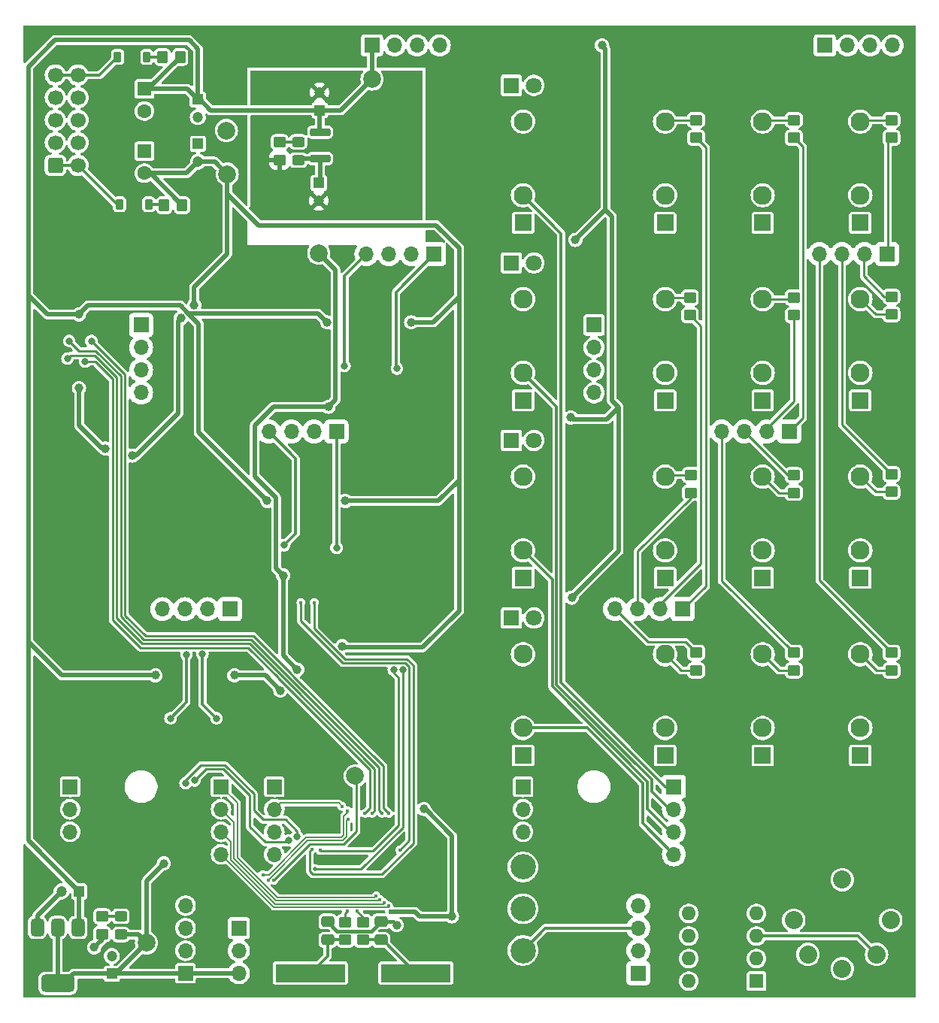
<source format=gbl>
G04 #@! TF.GenerationSoftware,KiCad,Pcbnew,8.0.5*
G04 #@! TF.CreationDate,2024-10-20T20:29:36+02:00*
G04 #@! TF.ProjectId,midi-2-cv,6d696469-2d32-42d6-9376-2e6b69636164,rev?*
G04 #@! TF.SameCoordinates,Original*
G04 #@! TF.FileFunction,Copper,L2,Bot*
G04 #@! TF.FilePolarity,Positive*
%FSLAX46Y46*%
G04 Gerber Fmt 4.6, Leading zero omitted, Abs format (unit mm)*
G04 Created by KiCad (PCBNEW 8.0.5) date 2024-10-20 20:29:36*
%MOMM*%
%LPD*%
G01*
G04 APERTURE LIST*
G04 Aperture macros list*
%AMRoundRect*
0 Rectangle with rounded corners*
0 $1 Rounding radius*
0 $2 $3 $4 $5 $6 $7 $8 $9 X,Y pos of 4 corners*
0 Add a 4 corners polygon primitive as box body*
4,1,4,$2,$3,$4,$5,$6,$7,$8,$9,$2,$3,0*
0 Add four circle primitives for the rounded corners*
1,1,$1+$1,$2,$3*
1,1,$1+$1,$4,$5*
1,1,$1+$1,$6,$7*
1,1,$1+$1,$8,$9*
0 Add four rect primitives between the rounded corners*
20,1,$1+$1,$2,$3,$4,$5,0*
20,1,$1+$1,$4,$5,$6,$7,0*
20,1,$1+$1,$6,$7,$8,$9,0*
20,1,$1+$1,$8,$9,$2,$3,0*%
%AMFreePoly0*
4,1,9,5.362500,-0.866500,1.237500,-0.866500,1.237500,-0.450000,-1.237500,-0.450000,-1.237500,0.450000,1.237500,0.450000,1.237500,0.866500,5.362500,0.866500,5.362500,-0.866500,5.362500,-0.866500,$1*%
G04 Aperture macros list end*
G04 #@! TA.AperFunction,ComponentPad*
%ADD10R,1.930000X1.830000*%
G04 #@! TD*
G04 #@! TA.AperFunction,ComponentPad*
%ADD11C,2.130000*%
G04 #@! TD*
G04 #@! TA.AperFunction,ComponentPad*
%ADD12R,1.700000X1.700000*%
G04 #@! TD*
G04 #@! TA.AperFunction,ComponentPad*
%ADD13O,1.700000X1.700000*%
G04 #@! TD*
G04 #@! TA.AperFunction,ComponentPad*
%ADD14R,1.800000X1.800000*%
G04 #@! TD*
G04 #@! TA.AperFunction,ComponentPad*
%ADD15C,1.800000*%
G04 #@! TD*
G04 #@! TA.AperFunction,ComponentPad*
%ADD16C,2.032000*%
G04 #@! TD*
G04 #@! TA.AperFunction,ComponentPad*
%ADD17R,1.600000X1.600000*%
G04 #@! TD*
G04 #@! TA.AperFunction,ComponentPad*
%ADD18O,1.600000X1.600000*%
G04 #@! TD*
G04 #@! TA.AperFunction,ComponentPad*
%ADD19C,2.850000*%
G04 #@! TD*
G04 #@! TA.AperFunction,ComponentPad*
%ADD20R,1.200000X1.200000*%
G04 #@! TD*
G04 #@! TA.AperFunction,ComponentPad*
%ADD21C,1.200000*%
G04 #@! TD*
G04 #@! TA.AperFunction,SMDPad,CuDef*
%ADD22RoundRect,0.250000X0.450000X-0.350000X0.450000X0.350000X-0.450000X0.350000X-0.450000X-0.350000X0*%
G04 #@! TD*
G04 #@! TA.AperFunction,SMDPad,CuDef*
%ADD23RoundRect,0.250000X0.475000X-0.337500X0.475000X0.337500X-0.475000X0.337500X-0.475000X-0.337500X0*%
G04 #@! TD*
G04 #@! TA.AperFunction,ComponentPad*
%ADD24C,2.000000*%
G04 #@! TD*
G04 #@! TA.AperFunction,ComponentPad*
%ADD25C,1.600000*%
G04 #@! TD*
G04 #@! TA.AperFunction,SMDPad,CuDef*
%ADD26RoundRect,0.250000X-0.450000X0.325000X-0.450000X-0.325000X0.450000X-0.325000X0.450000X0.325000X0*%
G04 #@! TD*
G04 #@! TA.AperFunction,ComponentPad*
%ADD27RoundRect,0.250000X-0.600000X-0.600000X0.600000X-0.600000X0.600000X0.600000X-0.600000X0.600000X0*%
G04 #@! TD*
G04 #@! TA.AperFunction,ComponentPad*
%ADD28C,1.700000*%
G04 #@! TD*
G04 #@! TA.AperFunction,SMDPad,CuDef*
%ADD29RoundRect,0.225000X0.225000X0.375000X-0.225000X0.375000X-0.225000X-0.375000X0.225000X-0.375000X0*%
G04 #@! TD*
G04 #@! TA.AperFunction,SMDPad,CuDef*
%ADD30RoundRect,0.250000X-0.450000X0.350000X-0.450000X-0.350000X0.450000X-0.350000X0.450000X0.350000X0*%
G04 #@! TD*
G04 #@! TA.AperFunction,SMDPad,CuDef*
%ADD31RoundRect,0.375000X-0.375000X0.625000X-0.375000X-0.625000X0.375000X-0.625000X0.375000X0.625000X0*%
G04 #@! TD*
G04 #@! TA.AperFunction,SMDPad,CuDef*
%ADD32RoundRect,0.500000X-1.400000X0.500000X-1.400000X-0.500000X1.400000X-0.500000X1.400000X0.500000X0*%
G04 #@! TD*
G04 #@! TA.AperFunction,SMDPad,CuDef*
%ADD33RoundRect,0.225000X-0.225000X-0.375000X0.225000X-0.375000X0.225000X0.375000X-0.225000X0.375000X0*%
G04 #@! TD*
G04 #@! TA.AperFunction,SMDPad,CuDef*
%ADD34R,7.875000X2.000000*%
G04 #@! TD*
G04 #@! TA.AperFunction,SMDPad,CuDef*
%ADD35RoundRect,0.225000X-0.925000X-0.225000X0.925000X-0.225000X0.925000X0.225000X-0.925000X0.225000X0*%
G04 #@! TD*
G04 #@! TA.AperFunction,SMDPad,CuDef*
%ADD36FreePoly0,0.000000*%
G04 #@! TD*
G04 #@! TA.AperFunction,SMDPad,CuDef*
%ADD37RoundRect,0.250000X-0.350000X-0.450000X0.350000X-0.450000X0.350000X0.450000X-0.350000X0.450000X0*%
G04 #@! TD*
G04 #@! TA.AperFunction,ViaPad*
%ADD38C,1.000000*%
G04 #@! TD*
G04 #@! TA.AperFunction,ViaPad*
%ADD39C,0.600000*%
G04 #@! TD*
G04 #@! TA.AperFunction,ViaPad*
%ADD40C,0.800000*%
G04 #@! TD*
G04 #@! TA.AperFunction,ViaPad*
%ADD41C,0.400000*%
G04 #@! TD*
G04 #@! TA.AperFunction,ViaPad*
%ADD42C,0.500000*%
G04 #@! TD*
G04 #@! TA.AperFunction,Conductor*
%ADD43C,0.400000*%
G04 #@! TD*
G04 #@! TA.AperFunction,Conductor*
%ADD44C,0.500000*%
G04 #@! TD*
G04 #@! TA.AperFunction,Conductor*
%ADD45C,0.250000*%
G04 #@! TD*
G04 #@! TA.AperFunction,Conductor*
%ADD46C,0.300000*%
G04 #@! TD*
G04 #@! TA.AperFunction,Conductor*
%ADD47C,0.150000*%
G04 #@! TD*
G04 APERTURE END LIST*
D10*
X133000000Y-92480000D03*
D11*
X133000000Y-81080000D03*
X133000000Y-89380000D03*
D10*
X144000000Y-112480000D03*
D11*
X144000000Y-101080000D03*
X144000000Y-109380000D03*
D10*
X106000000Y-72480000D03*
D11*
X106000000Y-61080000D03*
X106000000Y-69380000D03*
D10*
X144000000Y-92480000D03*
D11*
X144000000Y-81080000D03*
X144000000Y-89380000D03*
D12*
X55000000Y-136000000D03*
D13*
X55000000Y-138540000D03*
X55000000Y-141080000D03*
D10*
X133000000Y-112480000D03*
D11*
X133000000Y-101080000D03*
X133000000Y-109380000D03*
D10*
X122000000Y-72480000D03*
D11*
X122000000Y-61080000D03*
X122000000Y-69380000D03*
D12*
X73000000Y-116000000D03*
D13*
X70460000Y-116000000D03*
X67920000Y-116000000D03*
X65380000Y-116000000D03*
D10*
X122000000Y-132480000D03*
D11*
X122000000Y-121080000D03*
X122000000Y-129380000D03*
D14*
X104690000Y-57000000D03*
D15*
X107230000Y-57000000D03*
D10*
X106000000Y-92480000D03*
D11*
X106000000Y-81080000D03*
X106000000Y-89380000D03*
D10*
X122000000Y-112480000D03*
D11*
X122000000Y-101080000D03*
X122000000Y-109380000D03*
D10*
X133000000Y-132480000D03*
D11*
X133000000Y-121080000D03*
X133000000Y-129380000D03*
D14*
X104690000Y-77000000D03*
D15*
X107230000Y-77000000D03*
D12*
X63000000Y-84000000D03*
D13*
X63000000Y-86540000D03*
X63000000Y-89080000D03*
X63000000Y-91620000D03*
D16*
X136500000Y-151038489D03*
X138099489Y-154900000D03*
X141961000Y-156499489D03*
X145822511Y-154900000D03*
X147422000Y-151038489D03*
X141961000Y-146466489D03*
D10*
X106000000Y-112480000D03*
D11*
X106000000Y-101080000D03*
X106000000Y-109380000D03*
D10*
X144000000Y-72480000D03*
D11*
X144000000Y-61080000D03*
X144000000Y-69380000D03*
D10*
X106000000Y-132480000D03*
D11*
X106000000Y-121080000D03*
X106000000Y-129380000D03*
D14*
X104690000Y-97000000D03*
D15*
X107230000Y-97000000D03*
D10*
X122000000Y-92480000D03*
D11*
X122000000Y-81080000D03*
X122000000Y-89380000D03*
D10*
X133000000Y-72480000D03*
D11*
X133000000Y-61080000D03*
X133000000Y-69380000D03*
D17*
X132300000Y-157900000D03*
D18*
X132300000Y-155360000D03*
X132300000Y-152820000D03*
X132300000Y-150280000D03*
X124680000Y-150280000D03*
X124680000Y-152820000D03*
X124680000Y-155360000D03*
X124680000Y-157900000D03*
D12*
X72000000Y-136000000D03*
D13*
X72000000Y-138540000D03*
X72000000Y-141080000D03*
X72000000Y-143620000D03*
D12*
X85000000Y-96000000D03*
D13*
X82460000Y-96000000D03*
X79920000Y-96000000D03*
X77380000Y-96000000D03*
D10*
X144000000Y-132480000D03*
D11*
X144000000Y-121080000D03*
X144000000Y-129380000D03*
D14*
X104690000Y-117000000D03*
D15*
X107230000Y-117000000D03*
D19*
X106000000Y-154450000D03*
X106000000Y-149750000D03*
X106000000Y-145050000D03*
D12*
X68000000Y-157000000D03*
D13*
X68000000Y-154460000D03*
X68000000Y-151920000D03*
X68000000Y-149380000D03*
D12*
X96000000Y-76000000D03*
D13*
X93460000Y-76000000D03*
X90920000Y-76000000D03*
X88380000Y-76000000D03*
D12*
X89000000Y-52500000D03*
D13*
X91540000Y-52500000D03*
X94080000Y-52500000D03*
X96620000Y-52500000D03*
D20*
X59700000Y-157072600D03*
D21*
X59700000Y-155072600D03*
D12*
X124000000Y-116000000D03*
D13*
X121460000Y-116000000D03*
X118920000Y-116000000D03*
X116380000Y-116000000D03*
D12*
X78000000Y-136000000D03*
D13*
X78000000Y-138540000D03*
X78000000Y-141080000D03*
X78000000Y-143620000D03*
D22*
X86000000Y-153250000D03*
X86000000Y-151250000D03*
D20*
X83000000Y-68000000D03*
D21*
X83000000Y-70000000D03*
D23*
X90000000Y-153257500D03*
X90000000Y-151182500D03*
D24*
X89000000Y-56300000D03*
D22*
X147500000Y-62900000D03*
X147500000Y-60900000D03*
D24*
X63600000Y-153600000D03*
D17*
X63370241Y-64400000D03*
D25*
X63370241Y-66900000D03*
D22*
X58600000Y-152600000D03*
X58600000Y-150600000D03*
D20*
X56027401Y-147800000D03*
D21*
X54027401Y-147800000D03*
D22*
X88000000Y-153250000D03*
X88000000Y-151250000D03*
D26*
X60700000Y-150600000D03*
X60700000Y-152650000D03*
D24*
X72700000Y-67000000D03*
X87100000Y-134800000D03*
D27*
X53340000Y-66000000D03*
D28*
X55880000Y-66000000D03*
X53340000Y-63460000D03*
X55880000Y-63460000D03*
X53340000Y-60920000D03*
X55880000Y-60920000D03*
X53340000Y-58380000D03*
X55880000Y-58380000D03*
X53340000Y-55840000D03*
X55880000Y-55840000D03*
D26*
X80700000Y-63375000D03*
X80700000Y-65425000D03*
D22*
X136500000Y-62900000D03*
X136500000Y-60900000D03*
D12*
X119000000Y-157000000D03*
D13*
X119000000Y-154460000D03*
X119000000Y-151920000D03*
X119000000Y-149380000D03*
D23*
X84000000Y-153257500D03*
X84000000Y-151182500D03*
D29*
X63650000Y-53800000D03*
X60350000Y-53800000D03*
D24*
X83000000Y-75900000D03*
D12*
X74000000Y-151920000D03*
D13*
X74000000Y-154460000D03*
X74000000Y-157000000D03*
D30*
X147500000Y-120900000D03*
X147500000Y-122900000D03*
D17*
X63380000Y-57400000D03*
D25*
X63380000Y-59900000D03*
D12*
X123000000Y-136000000D03*
D13*
X123000000Y-138540000D03*
X123000000Y-141080000D03*
X123000000Y-143620000D03*
D20*
X83100000Y-59800000D03*
D21*
X83100000Y-57800000D03*
D12*
X140000000Y-52500000D03*
D13*
X142540000Y-52500000D03*
X145080000Y-52500000D03*
X147620000Y-52500000D03*
D30*
X136500000Y-120900000D03*
X136500000Y-122900000D03*
D12*
X114000000Y-84000000D03*
D13*
X114000000Y-86540000D03*
X114000000Y-89080000D03*
X114000000Y-91620000D03*
D20*
X69380000Y-58582379D03*
D21*
X69380000Y-60582379D03*
D22*
X124800000Y-82900000D03*
X124800000Y-80900000D03*
D20*
X69407401Y-63582379D03*
D21*
X69407401Y-65582379D03*
D30*
X147500000Y-80800000D03*
X147500000Y-82800000D03*
D12*
X147000000Y-76000000D03*
D13*
X144460000Y-76000000D03*
X141920000Y-76000000D03*
X139380000Y-76000000D03*
D22*
X78600000Y-65400000D03*
X78600000Y-63400000D03*
D12*
X136000000Y-96000000D03*
D13*
X133460000Y-96000000D03*
X130920000Y-96000000D03*
X128380000Y-96000000D03*
D31*
X51300000Y-151850000D03*
X53600000Y-151850000D03*
D32*
X53600000Y-158150000D03*
D31*
X55900000Y-151850000D03*
D22*
X124900000Y-102900000D03*
X124900000Y-100900000D03*
D33*
X60550000Y-70400000D03*
X63850000Y-70400000D03*
D22*
X125500000Y-62900000D03*
X125500000Y-60900000D03*
D12*
X106000000Y-136000000D03*
D13*
X106000000Y-138540000D03*
X106000000Y-141080000D03*
D22*
X136500000Y-82900000D03*
X136500000Y-80900000D03*
D34*
X82062500Y-157000000D03*
X93937500Y-157000000D03*
D35*
X83150000Y-65262500D03*
D36*
X83237500Y-63762500D03*
D35*
X83150000Y-62262500D03*
D30*
X136500000Y-100900000D03*
X136500000Y-102900000D03*
D24*
X72600000Y-62082379D03*
D30*
X147500000Y-100800000D03*
X147500000Y-102800000D03*
X125500000Y-120900000D03*
X125500000Y-122900000D03*
D37*
X65600000Y-70500000D03*
X67600000Y-70500000D03*
X65400000Y-53800000D03*
X67400000Y-53800000D03*
D38*
X91000000Y-62000000D03*
X77000000Y-67000000D03*
X57700000Y-154100000D03*
X91800000Y-151600000D03*
X88000000Y-67000000D03*
X91000000Y-65000000D03*
X88000000Y-60000000D03*
X77000000Y-62000000D03*
X83950000Y-83700000D03*
X111400000Y-94400000D03*
X111900000Y-74400000D03*
X114900000Y-52500000D03*
X111500000Y-114700000D03*
X56000000Y-82800000D03*
X64600000Y-123460000D03*
X77200000Y-103800000D03*
X93400000Y-83700000D03*
X56000000Y-91100000D03*
X78683447Y-125169593D03*
X73500000Y-123460000D03*
X68971752Y-81750000D03*
X86000000Y-103800000D03*
X62025000Y-98700000D03*
X67489124Y-83232628D03*
X85633364Y-120166636D03*
X58975000Y-97900000D03*
X79000000Y-112200000D03*
X84100000Y-93200000D03*
X80578248Y-122821752D03*
X65550000Y-144650000D03*
X94850000Y-138500000D03*
D39*
X91100000Y-150100000D03*
D38*
X98000000Y-150600000D03*
D40*
X85000000Y-109100000D03*
X68096929Y-121145406D03*
X66300000Y-128300000D03*
X71500000Y-128300000D03*
X69900001Y-121075000D03*
X85900000Y-88600000D03*
X91800000Y-88900000D03*
X79100000Y-108800000D03*
D41*
X77930862Y-146535864D03*
X76700000Y-145900000D03*
X86215129Y-138715129D03*
X86300000Y-139647624D03*
X77297487Y-146497487D03*
X85600000Y-138200000D03*
X86250000Y-150025000D03*
X87300000Y-150025000D03*
X89000000Y-139000000D03*
D40*
X54700000Y-87790000D03*
X57400000Y-85790000D03*
D41*
X90900000Y-139000000D03*
D40*
X56689689Y-88125000D03*
D41*
X88200000Y-139000000D03*
X90100000Y-139000000D03*
D40*
X54900000Y-85790000D03*
D41*
X90389103Y-149075000D03*
X90878640Y-149435920D03*
X89475000Y-148303249D03*
X89901762Y-148725000D03*
D40*
X68000000Y-135600000D03*
X80550000Y-141600000D03*
X68998959Y-135298959D03*
X79648229Y-142032220D03*
D41*
X83154928Y-143175000D03*
D40*
X91450000Y-122825000D03*
X92450000Y-122825305D03*
D42*
X82600000Y-145275000D03*
D41*
X81000000Y-115250000D03*
X92128768Y-143128768D03*
X82500000Y-115250000D03*
X82217462Y-143025000D03*
D43*
X91382500Y-151182500D02*
X91800000Y-151600000D01*
D44*
X58600000Y-152600000D02*
X58600000Y-153200000D01*
D43*
X90000000Y-151182500D02*
X91382500Y-151182500D01*
X85067500Y-152250000D02*
X88932500Y-152250000D01*
D44*
X54027401Y-147800000D02*
X51300000Y-150527401D01*
D43*
X88932500Y-152250000D02*
X90000000Y-151182500D01*
X84000000Y-151182500D02*
X85067500Y-152250000D01*
D44*
X51300000Y-150527401D02*
X51300000Y-151850000D01*
X58600000Y-153200000D02*
X57700000Y-154100000D01*
X69500000Y-83900000D02*
X68300000Y-82700000D01*
X83950000Y-83700000D02*
X82950000Y-82700000D01*
X82950000Y-82700000D02*
X68300000Y-82700000D01*
X111500000Y-114700000D02*
X116750000Y-109450000D01*
X111600000Y-94600000D02*
X115400000Y-94600000D01*
X56027401Y-151722599D02*
X55900000Y-151850000D01*
X111900000Y-74400000D02*
X115300000Y-71000000D01*
X63800000Y-57400000D02*
X63380000Y-57400000D01*
X50300000Y-80700000D02*
X50300000Y-119700000D01*
X50300000Y-123800000D02*
X50300000Y-142072599D01*
X69380000Y-52880000D02*
X68400000Y-51900000D01*
X115300000Y-52900000D02*
X115300000Y-71000000D01*
X69380000Y-58582379D02*
X69380000Y-52880000D01*
X50300000Y-142072599D02*
X56027401Y-147800000D01*
X64600000Y-123460000D02*
X54060000Y-123460000D01*
X111400000Y-94400000D02*
X111600000Y-94600000D01*
X115400000Y-94600000D02*
X116750000Y-93250000D01*
X50300000Y-119700000D02*
X50300000Y-123800000D01*
X63380000Y-57400000D02*
X68197621Y-57400000D01*
X70835242Y-59800000D02*
X83100000Y-59800000D01*
X116000000Y-71750000D02*
X115300000Y-71050000D01*
X83100000Y-62212500D02*
X83150000Y-62262500D01*
X56027401Y-147800000D02*
X56027401Y-151722599D01*
X83100000Y-59800000D02*
X83100000Y-62212500D01*
X50300000Y-54900000D02*
X50300000Y-80700000D01*
X68300000Y-82700000D02*
X67400000Y-81800000D01*
X54060000Y-123460000D02*
X50300000Y-119700000D01*
X85500000Y-59800000D02*
X89000000Y-56300000D01*
X68197621Y-57400000D02*
X69380000Y-58582379D01*
X53300000Y-51900000D02*
X50300000Y-54900000D01*
X69500000Y-96100000D02*
X69500000Y-83900000D01*
X116000000Y-92500000D02*
X116000000Y-71750000D01*
X114900000Y-52500000D02*
X115300000Y-52900000D01*
X116750000Y-109450000D02*
X116750000Y-93250000D01*
X57000000Y-81800000D02*
X56000000Y-82800000D01*
X68400000Y-51900000D02*
X53300000Y-51900000D01*
X56000000Y-82800000D02*
X52400000Y-82800000D01*
X67400000Y-81800000D02*
X57000000Y-81800000D01*
X77200000Y-103800000D02*
X69500000Y-96100000D01*
X69617621Y-58582379D02*
X70835242Y-59800000D01*
X116750000Y-93250000D02*
X116000000Y-92500000D01*
X69380000Y-58582379D02*
X69617621Y-58582379D01*
X67400000Y-53800000D02*
X63800000Y-57400000D01*
X89000000Y-56300000D02*
X89000000Y-52500000D01*
X83100000Y-59800000D02*
X85500000Y-59800000D01*
X115300000Y-71050000D02*
X115300000Y-71000000D01*
X52400000Y-82800000D02*
X50300000Y-80700000D01*
X95900000Y-83700000D02*
X98800000Y-80800000D01*
X72700000Y-69200000D02*
X72700000Y-67000000D01*
X72700000Y-76000000D02*
X72700000Y-67000000D01*
X98800000Y-116200000D02*
X98800000Y-101500000D01*
X68971752Y-81750000D02*
X68971752Y-79728248D01*
X68971752Y-79728248D02*
X72700000Y-76000000D01*
X85766728Y-120300000D02*
X94700000Y-120300000D01*
X56000000Y-95275000D02*
X56000000Y-91100000D01*
X98800000Y-101500000D02*
X98800000Y-80800000D01*
X63370241Y-66900000D02*
X68089780Y-66900000D01*
X67200000Y-93925000D02*
X67200000Y-83521752D01*
X62425000Y-98700000D02*
X67200000Y-93925000D01*
X68089780Y-66900000D02*
X69407401Y-65582379D01*
X73500000Y-123460000D02*
X76973854Y-123460000D01*
X71282379Y-65582379D02*
X72700000Y-67000000D01*
X62025000Y-98700000D02*
X62425000Y-98700000D01*
X94700000Y-120300000D02*
X98800000Y-116200000D01*
X58625000Y-97900000D02*
X56000000Y-95275000D01*
X76250000Y-72750000D02*
X72700000Y-69200000D01*
X76973854Y-123460000D02*
X78683447Y-125169593D01*
X98800000Y-75300000D02*
X96250000Y-72750000D01*
X98800000Y-80800000D02*
X98800000Y-75300000D01*
X93400000Y-83700000D02*
X95900000Y-83700000D01*
X96250000Y-72750000D02*
X76250000Y-72750000D01*
X58975000Y-97900000D02*
X58625000Y-97900000D01*
X64000000Y-66900000D02*
X63370241Y-66900000D01*
X85633364Y-120166636D02*
X85766728Y-120300000D01*
X69407401Y-65582379D02*
X71282379Y-65582379D01*
X67200000Y-83521752D02*
X67489124Y-83232628D01*
X86000000Y-103800000D02*
X96500000Y-103800000D01*
X96500000Y-103800000D02*
X98800000Y-101500000D01*
X67600000Y-70500000D02*
X64000000Y-66900000D01*
X77917258Y-93200000D02*
X75780000Y-95337258D01*
X79000000Y-121243504D02*
X79000000Y-112200000D01*
X78200000Y-103456497D02*
X78200000Y-111400000D01*
X83000000Y-75900000D02*
X84900000Y-77800000D01*
X84900000Y-77800000D02*
X84900000Y-92400000D01*
X78200000Y-111400000D02*
X79000000Y-112200000D01*
X75780000Y-95337258D02*
X75780000Y-101036497D01*
X83150000Y-65262500D02*
X80862500Y-65262500D01*
X83150000Y-67850000D02*
X83000000Y-68000000D01*
X84900000Y-92400000D02*
X84100000Y-93200000D01*
X75780000Y-101036497D02*
X78200000Y-103456497D01*
X80578248Y-122821752D02*
X79000000Y-121243504D01*
X80862500Y-65262500D02*
X80700000Y-65425000D01*
X83150000Y-65262500D02*
X83150000Y-67850000D01*
X84100000Y-93200000D02*
X77917258Y-93200000D01*
D45*
X122180000Y-60900000D02*
X122000000Y-61080000D01*
X125500000Y-60900000D02*
X122180000Y-60900000D01*
X122180000Y-80900000D02*
X122000000Y-81080000D01*
X124800000Y-80900000D02*
X122180000Y-80900000D01*
X124900000Y-100900000D02*
X122180000Y-100900000D01*
X122180000Y-100900000D02*
X122000000Y-101080000D01*
X123820000Y-122900000D02*
X122000000Y-121080000D01*
X125500000Y-122900000D02*
X123820000Y-122900000D01*
D46*
X145822511Y-154900000D02*
X143742511Y-152820000D01*
X143742511Y-152820000D02*
X132300000Y-152820000D01*
X63650000Y-53800000D02*
X65400000Y-53800000D01*
X55880000Y-55840000D02*
X58310000Y-55840000D01*
X60220000Y-53800000D02*
X60350000Y-53800000D01*
X53340000Y-55840000D02*
X55880000Y-55840000D01*
X58310000Y-55840000D02*
X60350000Y-53800000D01*
X60280000Y-70400000D02*
X55880000Y-66000000D01*
X60550000Y-70400000D02*
X60280000Y-70400000D01*
X55880000Y-66000000D02*
X53340000Y-66000000D01*
X65500000Y-70400000D02*
X65600000Y-70500000D01*
X63850000Y-70400000D02*
X65500000Y-70400000D01*
D45*
X144180000Y-60900000D02*
X144000000Y-61080000D01*
X147500000Y-60900000D02*
X144180000Y-60900000D01*
X145720000Y-82800000D02*
X144000000Y-81080000D01*
X147500000Y-82800000D02*
X145720000Y-82800000D01*
X147500000Y-102800000D02*
X145720000Y-102800000D01*
X145720000Y-102800000D02*
X144000000Y-101080000D01*
X147500000Y-122900000D02*
X145820000Y-122900000D01*
X145820000Y-122900000D02*
X144000000Y-121080000D01*
D44*
X60700000Y-152650000D02*
X62650000Y-152650000D01*
X63600000Y-153600000D02*
X60127400Y-157072600D01*
X68000000Y-157000000D02*
X74000000Y-157000000D01*
X91100000Y-150100000D02*
X93850000Y-150100000D01*
X98000000Y-141500000D02*
X98000000Y-150600000D01*
X53600000Y-151850000D02*
X53600000Y-158150000D01*
X67927400Y-157072600D02*
X68000000Y-157000000D01*
X59700000Y-157072600D02*
X67927400Y-157072600D01*
X94350000Y-150600000D02*
X98000000Y-150600000D01*
X93850000Y-150100000D02*
X94350000Y-150600000D01*
X54350000Y-158150000D02*
X55427400Y-157072600D01*
X94850000Y-138500000D02*
X95000000Y-138500000D01*
X65550000Y-144650000D02*
X63600000Y-146600000D01*
X53600000Y-158150000D02*
X54350000Y-158150000D01*
X55427400Y-157072600D02*
X59700000Y-157072600D01*
X95000000Y-138500000D02*
X98000000Y-141500000D01*
X63600000Y-146600000D02*
X63600000Y-153600000D01*
X60127400Y-157072600D02*
X59700000Y-157072600D01*
X62650000Y-152650000D02*
X63600000Y-153600000D01*
D45*
X124900000Y-102900000D02*
X124900000Y-103500000D01*
X118920000Y-109480000D02*
X118920000Y-116000000D01*
X124900000Y-103500000D02*
X118920000Y-109480000D01*
X124800000Y-82900000D02*
X126000000Y-84100000D01*
X126000000Y-110900000D02*
X121460000Y-115440000D01*
X126000000Y-84100000D02*
X126000000Y-110900000D01*
X121460000Y-115440000D02*
X121460000Y-116000000D01*
X124000000Y-116000000D02*
X126600000Y-113400000D01*
X126600000Y-64000000D02*
X125500000Y-62900000D01*
X126600000Y-113400000D02*
X126600000Y-64000000D01*
X124290000Y-119690000D02*
X125500000Y-120900000D01*
X116380000Y-116000000D02*
X120070000Y-119690000D01*
X120070000Y-119690000D02*
X124290000Y-119690000D01*
D46*
X85000000Y-109100000D02*
X85000000Y-96000000D01*
D45*
X136500000Y-82900000D02*
X136500000Y-92600000D01*
X133460000Y-95640000D02*
X133460000Y-96000000D01*
X136500000Y-92600000D02*
X133460000Y-95640000D01*
X136500000Y-120900000D02*
X128400000Y-112800000D01*
X128400000Y-112800000D02*
X128400000Y-96020000D01*
X128400000Y-96020000D02*
X128380000Y-96000000D01*
X134820000Y-102900000D02*
X133000000Y-101080000D01*
X136500000Y-102900000D02*
X134820000Y-102900000D01*
D46*
X66300000Y-128300000D02*
X68096929Y-126503071D01*
X68096929Y-126503071D02*
X68096929Y-121145406D01*
X71500000Y-128300000D02*
X69900001Y-126700001D01*
X69900001Y-126700001D02*
X69900001Y-121075000D01*
X85900000Y-88600000D02*
X85900000Y-78480000D01*
X85900000Y-78480000D02*
X88380000Y-76000000D01*
X91700000Y-80300000D02*
X96000000Y-76000000D01*
X91800000Y-88900000D02*
X91700000Y-88800000D01*
X91700000Y-88800000D02*
X91700000Y-80300000D01*
D45*
X141920000Y-95220000D02*
X141920000Y-76000000D01*
X147500000Y-100800000D02*
X141920000Y-95220000D01*
X144400000Y-78500000D02*
X144400000Y-76060000D01*
X147500000Y-80800000D02*
X146700000Y-80800000D01*
X144400000Y-76060000D02*
X144460000Y-76000000D01*
X146700000Y-80800000D02*
X144400000Y-78500000D01*
X147100000Y-75900000D02*
X147000000Y-76000000D01*
X147500000Y-62900000D02*
X147100000Y-63300000D01*
X147100000Y-63300000D02*
X147100000Y-75900000D01*
X139380000Y-112780000D02*
X139380000Y-76000000D01*
X147500000Y-120900000D02*
X139380000Y-112780000D01*
D46*
X79100000Y-108800000D02*
X80400000Y-107500000D01*
X80400000Y-107500000D02*
X80400000Y-99020000D01*
X80400000Y-99020000D02*
X77380000Y-96000000D01*
D45*
X136500000Y-100900000D02*
X135820000Y-100900000D01*
X135820000Y-100900000D02*
X130920000Y-96000000D01*
X137525000Y-94475000D02*
X137525000Y-63925000D01*
X137525000Y-63925000D02*
X136500000Y-62900000D01*
X136000000Y-96000000D02*
X137525000Y-94475000D01*
D46*
X110300000Y-124300000D02*
X122000000Y-136000000D01*
X106000000Y-69380000D02*
X110300000Y-73680000D01*
X122000000Y-136000000D02*
X123000000Y-136000000D01*
X110300000Y-73680000D02*
X110300000Y-124300000D01*
X120000000Y-138492968D02*
X120000000Y-135414212D01*
X123000000Y-141080000D02*
X122587032Y-141080000D01*
X122587032Y-141080000D02*
X120000000Y-138492968D01*
X120000000Y-135414212D02*
X109300000Y-124714212D01*
X109300000Y-124714212D02*
X109300000Y-112680000D01*
X109300000Y-112680000D02*
X106000000Y-109380000D01*
X119500000Y-135621318D02*
X113258682Y-129380000D01*
X113258682Y-129380000D02*
X106000000Y-129380000D01*
X123000000Y-143620000D02*
X119500000Y-140120000D01*
X119500000Y-140120000D02*
X119500000Y-135621318D01*
X120500000Y-136500000D02*
X120500000Y-135207106D01*
X122540000Y-138540000D02*
X120500000Y-136500000D01*
X123000000Y-138540000D02*
X122540000Y-138540000D01*
X120500000Y-135207106D02*
X109800000Y-124507106D01*
X109800000Y-93180000D02*
X106000000Y-89380000D01*
X109800000Y-124507106D02*
X109800000Y-93180000D01*
D45*
X136100000Y-80900000D02*
X135920000Y-81080000D01*
X135920000Y-81080000D02*
X133000000Y-81080000D01*
X136500000Y-80900000D02*
X136100000Y-80900000D01*
X136500000Y-122900000D02*
X134820000Y-122900000D01*
X134820000Y-122900000D02*
X133000000Y-121080000D01*
X136500000Y-60900000D02*
X133180000Y-60900000D01*
X133180000Y-60900000D02*
X133000000Y-61080000D01*
D46*
X90195000Y-153257500D02*
X93937500Y-157000000D01*
X90000000Y-153257500D02*
X90195000Y-153257500D01*
X89992500Y-153250000D02*
X90000000Y-153257500D01*
X88000000Y-153250000D02*
X89992500Y-153250000D01*
X84000000Y-155062500D02*
X82062500Y-157000000D01*
X84007500Y-153250000D02*
X84000000Y-153257500D01*
X84000000Y-153257500D02*
X84000000Y-155062500D01*
X86000000Y-153250000D02*
X84007500Y-153250000D01*
X78625000Y-63375000D02*
X78600000Y-63400000D01*
X80700000Y-63375000D02*
X78625000Y-63375000D01*
X60700000Y-150600000D02*
X58600000Y-150600000D01*
D45*
X81966726Y-142500000D02*
X85800000Y-142500000D01*
X87250000Y-141050000D02*
X87250000Y-134950000D01*
X87250000Y-134950000D02*
X87100000Y-134800000D01*
X85800000Y-142500000D02*
X87250000Y-141050000D01*
X77930862Y-146535864D02*
X81966726Y-142500000D01*
D47*
X85800000Y-139315129D02*
X86215129Y-138900000D01*
X85539340Y-141700000D02*
X85800000Y-141439340D01*
X86215129Y-138900000D02*
X86215129Y-138715129D01*
X77400000Y-145900000D02*
X81600000Y-141700000D01*
X76700000Y-145900000D02*
X77400000Y-145900000D01*
X81600000Y-141700000D02*
X85539340Y-141700000D01*
X85800000Y-141439340D02*
X85800000Y-139315129D01*
X86150000Y-139797624D02*
X86300000Y-139647624D01*
X85684314Y-142050000D02*
X86150000Y-141584314D01*
X77297487Y-146497487D02*
X81744974Y-142050000D01*
X81744974Y-142050000D02*
X85684314Y-142050000D01*
X86150000Y-141584314D02*
X86150000Y-139797624D01*
X85250000Y-137850000D02*
X78690000Y-137850000D01*
X78690000Y-137850000D02*
X78000000Y-138540000D01*
X85600000Y-138200000D02*
X85250000Y-137850000D01*
D45*
X86250000Y-150025000D02*
X86000000Y-150275000D01*
X86000000Y-150275000D02*
X86000000Y-151250000D01*
X88000000Y-150725000D02*
X88000000Y-151250000D01*
X87300000Y-150025000D02*
X88000000Y-150725000D01*
X63127208Y-119900000D02*
X60250000Y-117022792D01*
X89000000Y-139000000D02*
X89300000Y-138700000D01*
X78853248Y-123536271D02*
X78853248Y-123526040D01*
X89300000Y-138700000D02*
X89300000Y-133972792D01*
X57737208Y-87400000D02*
X55090000Y-87400000D01*
X79863729Y-124546752D02*
X78853248Y-123536271D01*
X79873960Y-124546752D02*
X79863729Y-124546752D01*
X78853248Y-123526040D02*
X75227208Y-119900000D01*
X89300000Y-133972792D02*
X79873960Y-124546752D01*
X75227208Y-119900000D02*
X63127208Y-119900000D01*
X55090000Y-87400000D02*
X54700000Y-87790000D01*
X60250000Y-117022792D02*
X60250000Y-89912792D01*
X60250000Y-89912792D02*
X57737208Y-87400000D01*
X79753248Y-123163479D02*
X79753248Y-123153248D01*
X63500000Y-119000000D02*
X61200000Y-116700000D01*
X90900000Y-139000000D02*
X90300000Y-138400000D01*
X75600000Y-119000000D02*
X63500000Y-119000000D01*
X80236521Y-123646752D02*
X79753248Y-123163479D01*
X90300000Y-138400000D02*
X90300000Y-133700000D01*
X61200000Y-89590000D02*
X57400000Y-85790000D01*
X80246752Y-123646752D02*
X80236521Y-123646752D01*
X79753248Y-123153248D02*
X75600000Y-119000000D01*
X90300000Y-133700000D02*
X80246752Y-123646752D01*
X61200000Y-116700000D02*
X61200000Y-89590000D01*
X88800000Y-134109188D02*
X79687564Y-124996752D01*
X57825812Y-88125000D02*
X56689689Y-88125000D01*
X78403248Y-123722667D02*
X78403248Y-123712436D01*
X59800000Y-90099188D02*
X57825812Y-88125000D01*
X59800000Y-117209188D02*
X59800000Y-90099188D01*
X78403248Y-123712436D02*
X75040812Y-120350000D01*
X62940812Y-120350000D02*
X59800000Y-117209188D01*
X75040812Y-120350000D02*
X62940812Y-120350000D01*
X79687564Y-124996752D02*
X79677333Y-124996752D01*
X88200000Y-139000000D02*
X88800000Y-138400000D01*
X79677333Y-124996752D02*
X78403248Y-123722667D01*
X88800000Y-138400000D02*
X88800000Y-134109188D01*
X63313604Y-119450000D02*
X60700000Y-116836396D01*
X79303248Y-123349875D02*
X79303248Y-123339644D01*
X79303248Y-123339644D02*
X75413604Y-119450000D01*
X60700000Y-89726396D02*
X57873604Y-86900000D01*
X89800000Y-138700000D02*
X89800000Y-133836396D01*
X60700000Y-116836396D02*
X60700000Y-89726396D01*
X80060356Y-124096752D02*
X80050125Y-124096752D01*
X75413604Y-119450000D02*
X63313604Y-119450000D01*
X57873604Y-86900000D02*
X56010000Y-86900000D01*
X56010000Y-86900000D02*
X54900000Y-85790000D01*
X89800000Y-133836396D02*
X80060356Y-124096752D01*
X80050125Y-124096752D02*
X79303248Y-123349875D01*
X90100000Y-139000000D02*
X89800000Y-138700000D01*
D46*
X119000000Y-151920000D02*
X108530000Y-151920000D01*
X108530000Y-151920000D02*
X106000000Y-154450000D01*
D47*
X73125000Y-142205000D02*
X72000000Y-141080000D01*
X90264103Y-149200000D02*
X78074974Y-149200000D01*
X73125000Y-144250026D02*
X73125000Y-142205000D01*
X78074974Y-149200000D02*
X73125000Y-144250026D01*
X90389103Y-149075000D02*
X90264103Y-149200000D01*
X90878640Y-149435920D02*
X90878640Y-149521360D01*
X90878640Y-149521360D02*
X90850000Y-149550000D01*
X77930000Y-149550000D02*
X72000000Y-143620000D01*
X90850000Y-149550000D02*
X77930000Y-149550000D01*
X73825000Y-143960078D02*
X73825000Y-137825000D01*
X73825000Y-137825000D02*
X72000000Y-136000000D01*
X78364922Y-148500000D02*
X73825000Y-143960078D01*
X89475000Y-148303249D02*
X89278249Y-148500000D01*
X89278249Y-148500000D02*
X78364922Y-148500000D01*
X73475000Y-144105052D02*
X73475000Y-140015000D01*
X89901762Y-148725000D02*
X89776762Y-148850000D01*
X73475000Y-140015000D02*
X72000000Y-138540000D01*
X78219948Y-148850000D02*
X73475000Y-144105052D01*
X89776762Y-148850000D02*
X78219948Y-148850000D01*
D45*
X75700000Y-138700000D02*
X76715000Y-139715000D01*
X75700000Y-136813604D02*
X75700000Y-138700000D01*
X76715000Y-139715000D02*
X79265000Y-139715000D01*
X68000000Y-135272613D02*
X69722613Y-133550000D01*
X68000000Y-135600000D02*
X68000000Y-135272613D01*
X69722613Y-133550000D02*
X72436396Y-133550000D01*
X72436396Y-133550000D02*
X75700000Y-136813604D01*
X80550000Y-141000000D02*
X80550000Y-141600000D01*
X79265000Y-139715000D02*
X80550000Y-141000000D01*
X75250000Y-140525000D02*
X76980000Y-142255000D01*
X75250000Y-137000000D02*
X75250000Y-140525000D01*
X76980000Y-142255000D02*
X79425449Y-142255000D01*
X79425449Y-142255000D02*
X79648229Y-142032220D01*
X68998959Y-135298959D02*
X70297918Y-134000000D01*
X70297918Y-134000000D02*
X72250000Y-134000000D01*
X72250000Y-134000000D02*
X75250000Y-137000000D01*
X89138604Y-143250000D02*
X92000003Y-140388601D01*
X83154928Y-143175000D02*
X83229928Y-143250000D01*
X83229928Y-143250000D02*
X89138604Y-143250000D01*
X92000003Y-140388601D02*
X92000003Y-123725305D01*
X91450000Y-123175302D02*
X91450000Y-122825000D01*
X92000003Y-123725305D02*
X91450000Y-123175302D01*
X92450000Y-122825305D02*
X92450003Y-122825308D01*
X92450003Y-122825308D02*
X92450003Y-140574997D01*
X87750000Y-145275000D02*
X82600000Y-145275000D01*
X92450003Y-140574997D02*
X87750000Y-145275000D01*
X92128768Y-143128768D02*
X93175003Y-142082533D01*
X92750000Y-122100000D02*
X85750000Y-122100000D01*
X93175003Y-142082533D02*
X93175003Y-122525003D01*
X85750000Y-122100000D02*
X81000000Y-117350000D01*
X81000000Y-117350000D02*
X81000000Y-115250000D01*
X93175003Y-122525003D02*
X92750000Y-122100000D01*
X82025000Y-145513173D02*
X82025000Y-143217462D01*
X82500000Y-115250000D02*
X82500000Y-118200000D01*
X82025000Y-143217462D02*
X82217462Y-143025000D01*
X93650000Y-122341492D02*
X93650000Y-142350000D01*
X92950000Y-121641492D02*
X93650000Y-122341492D01*
X82361827Y-145850000D02*
X82025000Y-145513173D01*
X93650000Y-142350000D02*
X90150000Y-145850000D01*
X85941492Y-121641492D02*
X92950000Y-121641492D01*
X82500000Y-118200000D02*
X85941492Y-121641492D01*
X90150000Y-145850000D02*
X82361827Y-145850000D01*
G04 #@! TA.AperFunction,Conductor*
G36*
X94637539Y-55325185D02*
G01*
X94683294Y-55377989D01*
X94694500Y-55429500D01*
X94694500Y-72075500D01*
X94674815Y-72142539D01*
X94622011Y-72188294D01*
X94570500Y-72199500D01*
X76529387Y-72199500D01*
X76462348Y-72179815D01*
X76441706Y-72163181D01*
X75212765Y-70934240D01*
X82419311Y-70934240D01*
X82507585Y-70988897D01*
X82697678Y-71062539D01*
X82898072Y-71100000D01*
X83101928Y-71100000D01*
X83302322Y-71062539D01*
X83492412Y-70988899D01*
X83492416Y-70988897D01*
X83580686Y-70934241D01*
X83580686Y-70934240D01*
X83000001Y-70353553D01*
X83000000Y-70353553D01*
X82419311Y-70934240D01*
X75212765Y-70934240D01*
X75177099Y-70898574D01*
X75143614Y-70837251D01*
X75148598Y-70767559D01*
X75178310Y-70722383D01*
X75178231Y-70722308D01*
X75178658Y-70721854D01*
X75178972Y-70721378D01*
X75180360Y-70720045D01*
X75180375Y-70720033D01*
X75222553Y-70675300D01*
X75273439Y-70575224D01*
X75293124Y-70508185D01*
X75305500Y-70422113D01*
X75305500Y-69999999D01*
X81895287Y-69999999D01*
X81895287Y-70000000D01*
X81914096Y-70202989D01*
X81914097Y-70202992D01*
X81969883Y-70399063D01*
X81969886Y-70399069D01*
X82060751Y-70581551D01*
X82062533Y-70583911D01*
X82646446Y-70000000D01*
X82606950Y-69960504D01*
X82700000Y-69960504D01*
X82700000Y-70039496D01*
X82720444Y-70115796D01*
X82759940Y-70184205D01*
X82815795Y-70240060D01*
X82884204Y-70279556D01*
X82960504Y-70300000D01*
X83039496Y-70300000D01*
X83115796Y-70279556D01*
X83184205Y-70240060D01*
X83240060Y-70184205D01*
X83279556Y-70115796D01*
X83300000Y-70039496D01*
X83300000Y-70000000D01*
X83353553Y-70000000D01*
X83937465Y-70583912D01*
X83939247Y-70581553D01*
X83939248Y-70581551D01*
X84030113Y-70399069D01*
X84030116Y-70399063D01*
X84085902Y-70202992D01*
X84085903Y-70202989D01*
X84104713Y-70000000D01*
X84104713Y-69999999D01*
X84085903Y-69797010D01*
X84085902Y-69797007D01*
X84030116Y-69600936D01*
X84030113Y-69600930D01*
X83939249Y-69418449D01*
X83939247Y-69418447D01*
X83937465Y-69416087D01*
X83353553Y-70000000D01*
X83300000Y-70000000D01*
X83300000Y-69960504D01*
X83279556Y-69884204D01*
X83240060Y-69815795D01*
X83184205Y-69759940D01*
X83115796Y-69720444D01*
X83039496Y-69700000D01*
X82960504Y-69700000D01*
X82884204Y-69720444D01*
X82815795Y-69759940D01*
X82759940Y-69815795D01*
X82720444Y-69884204D01*
X82700000Y-69960504D01*
X82606950Y-69960504D01*
X82062533Y-69416087D01*
X82060755Y-69418442D01*
X82060754Y-69418443D01*
X81969886Y-69600930D01*
X81969883Y-69600936D01*
X81914097Y-69797007D01*
X81914096Y-69797010D01*
X81895287Y-69999999D01*
X75305500Y-69999999D01*
X75305500Y-65799986D01*
X77400001Y-65799986D01*
X77410494Y-65902697D01*
X77465641Y-66069119D01*
X77465643Y-66069124D01*
X77557684Y-66218345D01*
X77681654Y-66342315D01*
X77830875Y-66434356D01*
X77830880Y-66434358D01*
X77997302Y-66489505D01*
X77997309Y-66489506D01*
X78100019Y-66499999D01*
X78349999Y-66499999D01*
X78350000Y-66499998D01*
X78350000Y-65650000D01*
X77400001Y-65650000D01*
X77400001Y-65799986D01*
X75305500Y-65799986D01*
X75305500Y-60474500D01*
X75325185Y-60407461D01*
X75377989Y-60361706D01*
X75429500Y-60350500D01*
X82078107Y-60350500D01*
X82145146Y-60370185D01*
X82190901Y-60422989D01*
X82201282Y-60460217D01*
X82202415Y-60469992D01*
X82247793Y-60572764D01*
X82247794Y-60572765D01*
X82327235Y-60652206D01*
X82371267Y-60671648D01*
X82430006Y-60697584D01*
X82430009Y-60697585D01*
X82439786Y-60698719D01*
X82504111Y-60725996D01*
X82543478Y-60783720D01*
X82549500Y-60821893D01*
X82549500Y-61388000D01*
X82529815Y-61455039D01*
X82477011Y-61500794D01*
X82425500Y-61512000D01*
X82183856Y-61512000D01*
X82145841Y-61516565D01*
X82099411Y-61522140D01*
X81965023Y-61575136D01*
X81849921Y-61662421D01*
X81762636Y-61777523D01*
X81709640Y-61911911D01*
X81704152Y-61957618D01*
X81699500Y-61996356D01*
X81699500Y-61996362D01*
X81699500Y-62526160D01*
X81679815Y-62593199D01*
X81627011Y-62638954D01*
X81557853Y-62648898D01*
X81500575Y-62624964D01*
X81422343Y-62565639D01*
X81322231Y-62526160D01*
X81281564Y-62510123D01*
X81281563Y-62510122D01*
X81281561Y-62510122D01*
X81235926Y-62504642D01*
X81193102Y-62499500D01*
X80206898Y-62499500D01*
X80167853Y-62504188D01*
X80118438Y-62510122D01*
X79977656Y-62565639D01*
X79857077Y-62657077D01*
X79765638Y-62777658D01*
X79765637Y-62777660D01*
X79765353Y-62778381D01*
X79764916Y-62778941D01*
X79761481Y-62785052D01*
X79760563Y-62784536D01*
X79722446Y-62833524D01*
X79656538Y-62856716D01*
X79588554Y-62840593D01*
X79540078Y-62790275D01*
X79534647Y-62778381D01*
X79534362Y-62777660D01*
X79534361Y-62777658D01*
X79442922Y-62657077D01*
X79322343Y-62565639D01*
X79222231Y-62526160D01*
X79181564Y-62510123D01*
X79181563Y-62510122D01*
X79181561Y-62510122D01*
X79135926Y-62504642D01*
X79093102Y-62499500D01*
X78106898Y-62499500D01*
X78067853Y-62504188D01*
X78018438Y-62510122D01*
X77877656Y-62565639D01*
X77757077Y-62657077D01*
X77665639Y-62777656D01*
X77610122Y-62918438D01*
X77607769Y-62938036D01*
X77599500Y-63006898D01*
X77599500Y-63793102D01*
X77603391Y-63825500D01*
X77610122Y-63881561D01*
X77665639Y-64022343D01*
X77757077Y-64142922D01*
X77807952Y-64181501D01*
X77849475Y-64237693D01*
X77854027Y-64307414D01*
X77820163Y-64368528D01*
X77798125Y-64385843D01*
X77681656Y-64457682D01*
X77557684Y-64581654D01*
X77465643Y-64730875D01*
X77465641Y-64730880D01*
X77410494Y-64897302D01*
X77410493Y-64897309D01*
X77400000Y-65000013D01*
X77400000Y-65150000D01*
X78726000Y-65150000D01*
X78793039Y-65169685D01*
X78838794Y-65222489D01*
X78850000Y-65274000D01*
X78850000Y-66499999D01*
X79099972Y-66499999D01*
X79099986Y-66499998D01*
X79202697Y-66489505D01*
X79369119Y-66434358D01*
X79369124Y-66434356D01*
X79518345Y-66342315D01*
X79642315Y-66218345D01*
X79670775Y-66172204D01*
X79722722Y-66125478D01*
X79791685Y-66114255D01*
X79851241Y-66138495D01*
X79857076Y-66142920D01*
X79857078Y-66142922D01*
X79977658Y-66234361D01*
X80118436Y-66289877D01*
X80206898Y-66300500D01*
X80206903Y-66300500D01*
X81193097Y-66300500D01*
X81193102Y-66300500D01*
X81281564Y-66289877D01*
X81422342Y-66234361D01*
X81542922Y-66142922D01*
X81634361Y-66022342D01*
X81672496Y-65925638D01*
X81715401Y-65870495D01*
X81781309Y-65847302D01*
X81849293Y-65863422D01*
X81862770Y-65872321D01*
X81965025Y-65949864D01*
X82099410Y-66002859D01*
X82183856Y-66013000D01*
X82475500Y-66013000D01*
X82542539Y-66032685D01*
X82588294Y-66085489D01*
X82599500Y-66137000D01*
X82599500Y-66975500D01*
X82579815Y-67042539D01*
X82527011Y-67088294D01*
X82475501Y-67099500D01*
X82355142Y-67099500D01*
X82355119Y-67099502D01*
X82330011Y-67102414D01*
X82330008Y-67102415D01*
X82227235Y-67147793D01*
X82147794Y-67227234D01*
X82102415Y-67330006D01*
X82102415Y-67330008D01*
X82099500Y-67355131D01*
X82099500Y-68644856D01*
X82099502Y-68644882D01*
X82102413Y-68669987D01*
X82102415Y-68669991D01*
X82147793Y-68772764D01*
X82147794Y-68772765D01*
X82227235Y-68852206D01*
X82330009Y-68897585D01*
X82330011Y-68897585D01*
X82332575Y-68898283D01*
X82335088Y-68899828D01*
X82338542Y-68901353D01*
X82338334Y-68901823D01*
X82392097Y-68934873D01*
X82422388Y-68997835D01*
X82423202Y-69032225D01*
X82419311Y-69065758D01*
X83000000Y-69646446D01*
X83000001Y-69646446D01*
X83580686Y-69065759D01*
X83576796Y-69032226D01*
X83588623Y-68963365D01*
X83635802Y-68911829D01*
X83667426Y-68898282D01*
X83669980Y-68897586D01*
X83669991Y-68897585D01*
X83772765Y-68852206D01*
X83852206Y-68772765D01*
X83897585Y-68669991D01*
X83900500Y-68644865D01*
X83900499Y-67355136D01*
X83900497Y-67355117D01*
X83897586Y-67330012D01*
X83897585Y-67330010D01*
X83897585Y-67330009D01*
X83852206Y-67227235D01*
X83772765Y-67147794D01*
X83772764Y-67147793D01*
X83772763Y-67147792D01*
X83763287Y-67141301D01*
X83764231Y-67139922D01*
X83721034Y-67103430D01*
X83700510Y-67036642D01*
X83700500Y-67035087D01*
X83700500Y-66137000D01*
X83720185Y-66069961D01*
X83772989Y-66024206D01*
X83824500Y-66013000D01*
X84116138Y-66013000D01*
X84116144Y-66013000D01*
X84200590Y-66002859D01*
X84334975Y-65949864D01*
X84450078Y-65862578D01*
X84537364Y-65747475D01*
X84590359Y-65613090D01*
X84600500Y-65528644D01*
X84600500Y-64996356D01*
X84590359Y-64911910D01*
X84537364Y-64777525D01*
X84537363Y-64777524D01*
X84537363Y-64777523D01*
X84450078Y-64662421D01*
X84334976Y-64575136D01*
X84200588Y-64522140D01*
X84157242Y-64516935D01*
X84116144Y-64512000D01*
X82183856Y-64512000D01*
X82145841Y-64516565D01*
X82099411Y-64522140D01*
X81965023Y-64575136D01*
X81849926Y-64662418D01*
X81849923Y-64662421D01*
X81849922Y-64662422D01*
X81849540Y-64662925D01*
X81849076Y-64663267D01*
X81843928Y-64668417D01*
X81843154Y-64667643D01*
X81793350Y-64704448D01*
X81750737Y-64712000D01*
X81591112Y-64712000D01*
X81524073Y-64692315D01*
X81516196Y-64686811D01*
X81422342Y-64615639D01*
X81422341Y-64615638D01*
X81281561Y-64560122D01*
X81235926Y-64554642D01*
X81193102Y-64549500D01*
X80206898Y-64549500D01*
X80167853Y-64554188D01*
X80118438Y-64560122D01*
X79977656Y-64615639D01*
X79872252Y-64695570D01*
X79806940Y-64720393D01*
X79738577Y-64705965D01*
X79691788Y-64661862D01*
X79642317Y-64581656D01*
X79518344Y-64457683D01*
X79518340Y-64457680D01*
X79401875Y-64385843D01*
X79355150Y-64333895D01*
X79343929Y-64264933D01*
X79371772Y-64200851D01*
X79392042Y-64181505D01*
X79442922Y-64142922D01*
X79534361Y-64022342D01*
X79545638Y-63993744D01*
X79588543Y-63938601D01*
X79654451Y-63915407D01*
X79722436Y-63931527D01*
X79758101Y-63967413D01*
X79760514Y-63965584D01*
X79857077Y-64092922D01*
X79977656Y-64184360D01*
X79977657Y-64184360D01*
X79977658Y-64184361D01*
X80118436Y-64239877D01*
X80206898Y-64250500D01*
X80206903Y-64250500D01*
X81193097Y-64250500D01*
X81193102Y-64250500D01*
X81281564Y-64239877D01*
X81422342Y-64184361D01*
X81542922Y-64092922D01*
X81634361Y-63972342D01*
X81689877Y-63831564D01*
X81700500Y-63743102D01*
X81700500Y-63006898D01*
X81700499Y-63006896D01*
X81700454Y-63006133D01*
X81700500Y-63005932D01*
X81700500Y-63003192D01*
X81701130Y-63003192D01*
X81716095Y-62938036D01*
X81766068Y-62889206D01*
X81834508Y-62875145D01*
X81899158Y-62899915D01*
X81965023Y-62949863D01*
X81965024Y-62949863D01*
X81965025Y-62949864D01*
X82099410Y-63002859D01*
X82183856Y-63013000D01*
X82183862Y-63013000D01*
X84116138Y-63013000D01*
X84116144Y-63013000D01*
X84200590Y-63002859D01*
X84334975Y-62949864D01*
X84450078Y-62862578D01*
X84537364Y-62747475D01*
X84590359Y-62613090D01*
X84600500Y-62528644D01*
X84600500Y-61996356D01*
X84590359Y-61911910D01*
X84537364Y-61777525D01*
X84537363Y-61777524D01*
X84537363Y-61777523D01*
X84450078Y-61662421D01*
X84334976Y-61575136D01*
X84200588Y-61522140D01*
X84157242Y-61516935D01*
X84116144Y-61512000D01*
X84116138Y-61512000D01*
X83774500Y-61512000D01*
X83707461Y-61492315D01*
X83661706Y-61439511D01*
X83650500Y-61388000D01*
X83650500Y-60821893D01*
X83670185Y-60754854D01*
X83722989Y-60709099D01*
X83760213Y-60698718D01*
X83769991Y-60697585D01*
X83872765Y-60652206D01*
X83952206Y-60572765D01*
X83997585Y-60469991D01*
X83998720Y-60460208D01*
X84026001Y-60395884D01*
X84083727Y-60356520D01*
X84121894Y-60350500D01*
X85572472Y-60350500D01*
X85572474Y-60350500D01*
X85572475Y-60350500D01*
X85712485Y-60312984D01*
X85721970Y-60307508D01*
X85726315Y-60305000D01*
X85815221Y-60253670D01*
X85838015Y-60240510D01*
X88501527Y-57576996D01*
X88562848Y-57543513D01*
X88621296Y-57544903D01*
X88773308Y-57585635D01*
X88935230Y-57599801D01*
X88999998Y-57605468D01*
X89000000Y-57605468D01*
X89000002Y-57605468D01*
X89056673Y-57600509D01*
X89226692Y-57585635D01*
X89446496Y-57526739D01*
X89652734Y-57430568D01*
X89839139Y-57300047D01*
X90000047Y-57139139D01*
X90130568Y-56952734D01*
X90226739Y-56746496D01*
X90285635Y-56526692D01*
X90305468Y-56300000D01*
X90285635Y-56073308D01*
X90226739Y-55853504D01*
X90130568Y-55647266D01*
X90079075Y-55573726D01*
X90027889Y-55500623D01*
X90005561Y-55434416D01*
X90022573Y-55366649D01*
X90073521Y-55318837D01*
X90129464Y-55305500D01*
X94570500Y-55305500D01*
X94637539Y-55325185D01*
G37*
G04 #@! TD.AperFunction*
G04 #@! TA.AperFunction,Conductor*
G36*
X87937575Y-55325185D02*
G01*
X87983330Y-55377989D01*
X87993274Y-55447147D01*
X87972111Y-55500623D01*
X87869432Y-55647265D01*
X87869431Y-55647267D01*
X87773261Y-55853502D01*
X87773258Y-55853511D01*
X87714366Y-56073302D01*
X87714364Y-56073313D01*
X87694532Y-56299998D01*
X87694532Y-56300001D01*
X87714364Y-56526686D01*
X87714366Y-56526697D01*
X87755094Y-56678699D01*
X87753431Y-56748549D01*
X87723000Y-56798473D01*
X85308294Y-59213181D01*
X85246971Y-59246666D01*
X85220613Y-59249500D01*
X84121893Y-59249500D01*
X84054854Y-59229815D01*
X84009099Y-59177011D01*
X83998718Y-59139783D01*
X83997824Y-59132072D01*
X83997585Y-59130009D01*
X83952206Y-59027235D01*
X83872765Y-58947794D01*
X83872763Y-58947793D01*
X83769990Y-58902414D01*
X83767409Y-58901712D01*
X83764886Y-58900160D01*
X83761458Y-58898647D01*
X83761664Y-58898179D01*
X83707891Y-58865114D01*
X83677608Y-58802148D01*
X83676796Y-58767773D01*
X83680686Y-58734240D01*
X83100001Y-58153553D01*
X83100000Y-58153553D01*
X82519311Y-58734240D01*
X82523202Y-58767774D01*
X82511374Y-58836635D01*
X82464195Y-58888171D01*
X82432587Y-58901713D01*
X82430009Y-58902414D01*
X82327235Y-58947793D01*
X82247794Y-59027234D01*
X82202415Y-59130006D01*
X82202415Y-59130008D01*
X82201280Y-59139792D01*
X82173999Y-59204116D01*
X82116273Y-59243480D01*
X82078106Y-59249500D01*
X75429500Y-59249500D01*
X75362461Y-59229815D01*
X75316706Y-59177011D01*
X75305500Y-59125500D01*
X75305500Y-57799999D01*
X81995287Y-57799999D01*
X81995287Y-57800000D01*
X82014096Y-58002989D01*
X82014097Y-58002992D01*
X82069883Y-58199063D01*
X82069886Y-58199069D01*
X82160751Y-58381551D01*
X82162533Y-58383911D01*
X82746446Y-57800000D01*
X82706950Y-57760504D01*
X82800000Y-57760504D01*
X82800000Y-57839496D01*
X82820444Y-57915796D01*
X82859940Y-57984205D01*
X82915795Y-58040060D01*
X82984204Y-58079556D01*
X83060504Y-58100000D01*
X83139496Y-58100000D01*
X83215796Y-58079556D01*
X83284205Y-58040060D01*
X83340060Y-57984205D01*
X83379556Y-57915796D01*
X83400000Y-57839496D01*
X83400000Y-57800000D01*
X83453553Y-57800000D01*
X84037465Y-58383912D01*
X84039247Y-58381553D01*
X84039248Y-58381551D01*
X84130113Y-58199069D01*
X84130116Y-58199063D01*
X84185902Y-58002992D01*
X84185903Y-58002989D01*
X84204713Y-57800000D01*
X84204713Y-57799999D01*
X84185903Y-57597010D01*
X84185902Y-57597007D01*
X84130116Y-57400936D01*
X84130113Y-57400930D01*
X84039249Y-57218449D01*
X84039247Y-57218447D01*
X84037465Y-57216087D01*
X83453553Y-57800000D01*
X83400000Y-57800000D01*
X83400000Y-57760504D01*
X83379556Y-57684204D01*
X83340060Y-57615795D01*
X83284205Y-57559940D01*
X83215796Y-57520444D01*
X83139496Y-57500000D01*
X83060504Y-57500000D01*
X82984204Y-57520444D01*
X82915795Y-57559940D01*
X82859940Y-57615795D01*
X82820444Y-57684204D01*
X82800000Y-57760504D01*
X82706950Y-57760504D01*
X82162533Y-57216087D01*
X82160755Y-57218442D01*
X82160754Y-57218443D01*
X82069886Y-57400930D01*
X82069883Y-57400936D01*
X82014097Y-57597007D01*
X82014096Y-57597010D01*
X81995287Y-57799999D01*
X75305500Y-57799999D01*
X75305500Y-56865758D01*
X82519311Y-56865758D01*
X83100000Y-57446446D01*
X83100001Y-57446446D01*
X83680687Y-56865758D01*
X83592413Y-56811101D01*
X83592411Y-56811100D01*
X83402321Y-56737460D01*
X83201928Y-56700000D01*
X82998072Y-56700000D01*
X82797678Y-56737460D01*
X82607588Y-56811100D01*
X82607581Y-56811104D01*
X82519312Y-56865757D01*
X82519311Y-56865758D01*
X75305500Y-56865758D01*
X75305500Y-55429500D01*
X75325185Y-55362461D01*
X75377989Y-55316706D01*
X75429500Y-55305500D01*
X87870536Y-55305500D01*
X87937575Y-55325185D01*
G37*
G04 #@! TD.AperFunction*
G04 #@! TA.AperFunction,NonConductor*
G36*
X92877865Y-52925041D02*
G01*
X92922381Y-52976414D01*
X92992898Y-53127639D01*
X93118402Y-53306877D01*
X93273123Y-53461598D01*
X93452361Y-53587102D01*
X93650670Y-53679575D01*
X93862023Y-53736207D01*
X94044926Y-53752208D01*
X94079998Y-53755277D01*
X94080000Y-53755277D01*
X94080002Y-53755277D01*
X94108254Y-53752805D01*
X94297977Y-53736207D01*
X94509330Y-53679575D01*
X94707639Y-53587102D01*
X94886877Y-53461598D01*
X95000000Y-53348475D01*
X95000000Y-55000000D01*
X89674500Y-55000000D01*
X89607461Y-54980315D01*
X89561706Y-54927511D01*
X89550500Y-54876000D01*
X89550500Y-53874499D01*
X89570185Y-53807460D01*
X89622989Y-53761705D01*
X89674500Y-53750499D01*
X89881517Y-53750499D01*
X89881518Y-53750499D01*
X89975304Y-53735646D01*
X90088342Y-53678050D01*
X90178050Y-53588342D01*
X90235646Y-53475304D01*
X90235646Y-53475302D01*
X90235647Y-53475301D01*
X90250499Y-53381524D01*
X90250500Y-53381519D01*
X90250499Y-53231859D01*
X90270183Y-53164823D01*
X90322987Y-53119068D01*
X90392145Y-53109124D01*
X90455701Y-53138149D01*
X90476073Y-53160738D01*
X90573174Y-53299411D01*
X90578402Y-53306877D01*
X90733123Y-53461598D01*
X90912361Y-53587102D01*
X91110670Y-53679575D01*
X91322023Y-53736207D01*
X91504926Y-53752208D01*
X91539998Y-53755277D01*
X91540000Y-53755277D01*
X91540002Y-53755277D01*
X91568254Y-53752805D01*
X91757977Y-53736207D01*
X91969330Y-53679575D01*
X92167639Y-53587102D01*
X92346877Y-53461598D01*
X92501598Y-53306877D01*
X92627102Y-53127639D01*
X92697618Y-52976414D01*
X92743790Y-52923977D01*
X92810984Y-52904825D01*
X92877865Y-52925041D01*
G37*
G04 #@! TD.AperFunction*
G04 #@! TA.AperFunction,NonConductor*
G36*
X95000000Y-51651525D02*
G01*
X94886877Y-51538402D01*
X94707639Y-51412898D01*
X94707640Y-51412898D01*
X94707638Y-51412897D01*
X94608484Y-51366661D01*
X94509330Y-51320425D01*
X94509326Y-51320424D01*
X94509322Y-51320422D01*
X94297977Y-51263793D01*
X94080002Y-51244723D01*
X94079998Y-51244723D01*
X93934682Y-51257436D01*
X93862023Y-51263793D01*
X93862020Y-51263793D01*
X93650677Y-51320422D01*
X93650670Y-51320424D01*
X93650670Y-51320425D01*
X93647391Y-51321954D01*
X93452361Y-51412898D01*
X93452357Y-51412900D01*
X93273121Y-51538402D01*
X93118402Y-51693121D01*
X92992900Y-51872357D01*
X92992898Y-51872361D01*
X92922382Y-52023583D01*
X92876209Y-52076022D01*
X92809016Y-52095174D01*
X92742135Y-52074958D01*
X92697618Y-52023583D01*
X92683118Y-51992488D01*
X92627102Y-51872362D01*
X92627100Y-51872359D01*
X92627099Y-51872357D01*
X92501599Y-51693124D01*
X92426950Y-51618475D01*
X92346877Y-51538402D01*
X92167639Y-51412898D01*
X92167640Y-51412898D01*
X92167638Y-51412897D01*
X92068484Y-51366661D01*
X91969330Y-51320425D01*
X91969326Y-51320424D01*
X91969322Y-51320422D01*
X91757977Y-51263793D01*
X91540002Y-51244723D01*
X91539998Y-51244723D01*
X91394682Y-51257436D01*
X91322023Y-51263793D01*
X91322020Y-51263793D01*
X91110677Y-51320422D01*
X91110670Y-51320424D01*
X91110670Y-51320425D01*
X91107391Y-51321954D01*
X90912361Y-51412898D01*
X90912357Y-51412900D01*
X90733121Y-51538402D01*
X90578402Y-51693121D01*
X90476074Y-51839262D01*
X90421497Y-51882887D01*
X90351999Y-51890081D01*
X90289644Y-51858558D01*
X90254230Y-51798328D01*
X90250499Y-51768139D01*
X90250499Y-51618482D01*
X90250498Y-51618475D01*
X90235646Y-51524696D01*
X90178050Y-51411658D01*
X90178046Y-51411654D01*
X90178045Y-51411652D01*
X90088347Y-51321954D01*
X90088344Y-51321952D01*
X90088342Y-51321950D01*
X90011517Y-51282805D01*
X89975301Y-51264352D01*
X89881524Y-51249500D01*
X88118482Y-51249500D01*
X88037519Y-51262323D01*
X88024696Y-51264354D01*
X87911658Y-51321950D01*
X87911657Y-51321951D01*
X87911652Y-51321954D01*
X87821954Y-51411652D01*
X87821951Y-51411657D01*
X87821950Y-51411658D01*
X87802751Y-51449337D01*
X87764352Y-51524698D01*
X87749500Y-51618475D01*
X87749500Y-53381517D01*
X87760292Y-53449657D01*
X87764354Y-53475304D01*
X87821950Y-53588342D01*
X87821952Y-53588344D01*
X87821954Y-53588347D01*
X87911652Y-53678045D01*
X87911654Y-53678046D01*
X87911658Y-53678050D01*
X88024694Y-53735645D01*
X88024698Y-53735647D01*
X88118475Y-53750499D01*
X88118481Y-53750500D01*
X88325500Y-53750499D01*
X88392539Y-53770183D01*
X88438294Y-53822987D01*
X88449500Y-53874499D01*
X88449500Y-54876000D01*
X88429815Y-54943039D01*
X88377011Y-54988794D01*
X88325500Y-55000000D01*
X75000000Y-55000000D01*
X75000000Y-59125500D01*
X74980315Y-59192539D01*
X74927511Y-59238294D01*
X74876000Y-59249500D01*
X71114629Y-59249500D01*
X71047590Y-59229815D01*
X71026948Y-59213181D01*
X70316818Y-58503051D01*
X70283333Y-58441728D01*
X70280499Y-58415370D01*
X70280499Y-57937522D01*
X70280499Y-57937515D01*
X70280497Y-57937496D01*
X70277586Y-57912391D01*
X70277585Y-57912389D01*
X70277585Y-57912388D01*
X70232206Y-57809614D01*
X70152765Y-57730173D01*
X70049992Y-57684794D01*
X70040208Y-57683659D01*
X69975884Y-57656378D01*
X69936520Y-57598652D01*
X69930500Y-57560485D01*
X69930500Y-52807527D01*
X69930500Y-52807525D01*
X69892984Y-52667515D01*
X69847475Y-52588691D01*
X69820510Y-52541985D01*
X68738015Y-51459490D01*
X68612485Y-51387016D01*
X68612486Y-51387016D01*
X68577482Y-51377637D01*
X68472475Y-51349500D01*
X53227525Y-51349500D01*
X53143519Y-51372009D01*
X53087513Y-51387016D01*
X53087512Y-51387017D01*
X52961989Y-51459487D01*
X52961984Y-51459491D01*
X49962181Y-54459294D01*
X49900858Y-54492779D01*
X49831166Y-54487795D01*
X49775233Y-54445923D01*
X49750816Y-54380459D01*
X49750500Y-54371613D01*
X49750500Y-50374500D01*
X49770185Y-50307461D01*
X49822989Y-50261706D01*
X49874500Y-50250500D01*
X95000000Y-50250500D01*
X95000000Y-51651525D01*
G37*
G04 #@! TD.AperFunction*
G04 #@! TA.AperFunction,NonConductor*
G36*
X73455703Y-70734674D02*
G01*
X73462181Y-70740706D01*
X74963681Y-72242206D01*
X74997166Y-72303529D01*
X75000000Y-72329887D01*
X75000000Y-75000000D01*
X73250500Y-75000000D01*
X73250500Y-70828387D01*
X73270185Y-70761348D01*
X73322989Y-70715593D01*
X73392147Y-70705649D01*
X73455703Y-70734674D01*
G37*
G04 #@! TD.AperFunction*
G04 #@! TA.AperFunction,NonConductor*
G36*
X68187652Y-52470185D02*
G01*
X68208294Y-52486819D01*
X68793181Y-53071706D01*
X68826666Y-53133029D01*
X68829500Y-53159387D01*
X68829500Y-56953992D01*
X68809815Y-57021031D01*
X68757011Y-57066786D01*
X68687853Y-57076730D01*
X68624297Y-57047705D01*
X68617819Y-57041673D01*
X68535637Y-56959491D01*
X68535636Y-56959490D01*
X68410106Y-56887016D01*
X68410107Y-56887016D01*
X68375103Y-56877637D01*
X68270096Y-56849500D01*
X68270093Y-56849500D01*
X65428387Y-56849500D01*
X65361348Y-56829815D01*
X65315593Y-56777011D01*
X65305649Y-56707853D01*
X65334674Y-56644297D01*
X65340706Y-56637819D01*
X67141706Y-54836819D01*
X67203029Y-54803334D01*
X67229387Y-54800500D01*
X67793097Y-54800500D01*
X67793102Y-54800500D01*
X67881564Y-54789877D01*
X68022342Y-54734361D01*
X68142922Y-54642922D01*
X68234361Y-54522342D01*
X68289877Y-54381564D01*
X68300500Y-54293102D01*
X68300500Y-53306898D01*
X68289877Y-53218436D01*
X68234361Y-53077658D01*
X68234360Y-53077657D01*
X68234360Y-53077656D01*
X68142922Y-52957077D01*
X68022343Y-52865639D01*
X67881561Y-52810122D01*
X67835926Y-52804642D01*
X67793102Y-52799500D01*
X67006898Y-52799500D01*
X66967853Y-52804188D01*
X66918438Y-52810122D01*
X66777656Y-52865639D01*
X66657077Y-52957077D01*
X66565639Y-53077656D01*
X66553230Y-53109124D01*
X66515353Y-53205171D01*
X66472449Y-53260314D01*
X66406541Y-53283507D01*
X66338556Y-53267386D01*
X66290080Y-53217070D01*
X66284648Y-53205178D01*
X66234361Y-53077658D01*
X66234360Y-53077657D01*
X66234360Y-53077656D01*
X66142922Y-52957077D01*
X66022343Y-52865639D01*
X65881561Y-52810122D01*
X65835926Y-52804642D01*
X65793102Y-52799500D01*
X65006898Y-52799500D01*
X64967853Y-52804188D01*
X64918438Y-52810122D01*
X64777656Y-52865639D01*
X64657077Y-52957077D01*
X64565638Y-53077658D01*
X64545779Y-53128017D01*
X64502873Y-53183161D01*
X64436965Y-53206353D01*
X64368981Y-53190232D01*
X64331621Y-53157452D01*
X64313100Y-53133029D01*
X64250078Y-53049922D01*
X64250076Y-53049921D01*
X64250076Y-53049920D01*
X64134976Y-52962636D01*
X64000588Y-52909640D01*
X63957242Y-52904435D01*
X63916144Y-52899500D01*
X63383856Y-52899500D01*
X63345841Y-52904065D01*
X63299411Y-52909640D01*
X63165023Y-52962636D01*
X63049921Y-53049921D01*
X62962636Y-53165023D01*
X62909640Y-53299411D01*
X62904065Y-53345841D01*
X62899500Y-53383856D01*
X62899500Y-54216144D01*
X62903626Y-54250500D01*
X62909640Y-54300588D01*
X62962636Y-54434976D01*
X63049921Y-54550078D01*
X63165023Y-54637363D01*
X63165024Y-54637363D01*
X63165025Y-54637364D01*
X63299410Y-54690359D01*
X63383856Y-54700500D01*
X63383862Y-54700500D01*
X63916138Y-54700500D01*
X63916144Y-54700500D01*
X64000590Y-54690359D01*
X64134975Y-54637364D01*
X64250078Y-54550078D01*
X64331621Y-54442547D01*
X64387814Y-54401024D01*
X64457535Y-54396473D01*
X64518649Y-54430338D01*
X64545779Y-54471983D01*
X64565637Y-54522339D01*
X64565638Y-54522341D01*
X64657077Y-54642922D01*
X64777656Y-54734360D01*
X64777657Y-54734360D01*
X64777658Y-54734361D01*
X64918436Y-54789877D01*
X65006898Y-54800500D01*
X65321613Y-54800500D01*
X65388652Y-54820185D01*
X65434407Y-54872989D01*
X65444351Y-54942147D01*
X65415326Y-55005703D01*
X65409294Y-55012181D01*
X64158292Y-56263181D01*
X64096969Y-56296666D01*
X64070611Y-56299500D01*
X62535143Y-56299500D01*
X62535117Y-56299502D01*
X62510012Y-56302413D01*
X62510008Y-56302415D01*
X62407235Y-56347793D01*
X62327794Y-56427234D01*
X62282415Y-56530006D01*
X62282415Y-56530008D01*
X62279500Y-56555131D01*
X62279500Y-58244856D01*
X62279502Y-58244882D01*
X62282413Y-58269987D01*
X62282415Y-58269991D01*
X62327793Y-58372764D01*
X62327794Y-58372765D01*
X62407235Y-58452206D01*
X62510009Y-58497585D01*
X62535135Y-58500500D01*
X64224864Y-58500499D01*
X64224879Y-58500497D01*
X64224882Y-58500497D01*
X64249987Y-58497586D01*
X64249988Y-58497585D01*
X64249991Y-58497585D01*
X64352765Y-58452206D01*
X64432206Y-58372765D01*
X64477585Y-58269991D01*
X64480500Y-58244865D01*
X64480500Y-58074500D01*
X64500185Y-58007461D01*
X64552989Y-57961706D01*
X64604500Y-57950500D01*
X67918234Y-57950500D01*
X67985273Y-57970185D01*
X68005915Y-57986819D01*
X68443181Y-58424085D01*
X68476666Y-58485408D01*
X68479500Y-58511766D01*
X68479500Y-59227235D01*
X68479502Y-59227261D01*
X68482413Y-59252366D01*
X68482415Y-59252370D01*
X68527793Y-59355143D01*
X68527794Y-59355144D01*
X68607235Y-59434585D01*
X68710009Y-59479964D01*
X68735135Y-59482879D01*
X69052181Y-59482878D01*
X69119218Y-59502562D01*
X69164973Y-59555366D01*
X69174917Y-59624525D01*
X69145892Y-59688080D01*
X69102616Y-59720157D01*
X68927267Y-59798229D01*
X68927265Y-59798230D01*
X68774129Y-59909490D01*
X68647466Y-60050164D01*
X68552821Y-60214094D01*
X68552818Y-60214101D01*
X68508500Y-60350500D01*
X68494326Y-60394123D01*
X68474540Y-60582379D01*
X68494326Y-60770635D01*
X68494327Y-60770638D01*
X68552818Y-60950656D01*
X68552821Y-60950663D01*
X68647467Y-61114595D01*
X68763297Y-61243237D01*
X68774129Y-61255267D01*
X68927265Y-61366527D01*
X68927270Y-61366530D01*
X69100192Y-61443521D01*
X69100197Y-61443523D01*
X69285354Y-61482879D01*
X69285355Y-61482879D01*
X69474644Y-61482879D01*
X69474646Y-61482879D01*
X69659803Y-61443523D01*
X69832730Y-61366530D01*
X69985871Y-61255267D01*
X70112533Y-61114595D01*
X70207179Y-60950663D01*
X70265674Y-60770635D01*
X70285460Y-60582379D01*
X70265674Y-60394123D01*
X70239896Y-60314789D01*
X70237902Y-60244951D01*
X70273982Y-60185118D01*
X70336683Y-60154289D01*
X70406097Y-60162253D01*
X70445509Y-60188792D01*
X70497227Y-60240510D01*
X70497229Y-60240511D01*
X70497233Y-60240514D01*
X70598967Y-60299250D01*
X70598971Y-60299251D01*
X70610863Y-60306117D01*
X70622753Y-60312982D01*
X70622754Y-60312982D01*
X70622757Y-60312984D01*
X70762767Y-60350500D01*
X70762768Y-60350500D01*
X70907716Y-60350500D01*
X74876000Y-60350500D01*
X74943039Y-60370185D01*
X74988794Y-60422989D01*
X75000000Y-60474500D01*
X75000000Y-70422113D01*
X74980315Y-70489152D01*
X74927511Y-70534907D01*
X74858353Y-70544851D01*
X74794797Y-70515826D01*
X74788319Y-70509794D01*
X73286819Y-69008294D01*
X73253334Y-68946971D01*
X73250500Y-68920613D01*
X73250500Y-68257236D01*
X73270185Y-68190197D01*
X73322096Y-68144854D01*
X73352734Y-68130568D01*
X73539139Y-68000047D01*
X73700047Y-67839139D01*
X73830568Y-67652734D01*
X73926739Y-67446496D01*
X73985635Y-67226692D01*
X74005468Y-67000000D01*
X73985635Y-66773308D01*
X73926739Y-66553504D01*
X73830568Y-66347266D01*
X73700047Y-66160861D01*
X73700045Y-66160858D01*
X73539141Y-65999954D01*
X73352734Y-65869432D01*
X73352732Y-65869431D01*
X73146497Y-65773261D01*
X73146488Y-65773258D01*
X72926697Y-65714366D01*
X72926693Y-65714365D01*
X72926692Y-65714365D01*
X72926691Y-65714364D01*
X72926686Y-65714364D01*
X72700002Y-65694532D01*
X72699998Y-65694532D01*
X72473313Y-65714364D01*
X72473302Y-65714366D01*
X72321300Y-65755095D01*
X72251450Y-65753432D01*
X72201526Y-65723001D01*
X71620395Y-65141870D01*
X71620394Y-65141869D01*
X71494864Y-65069395D01*
X71494859Y-65069393D01*
X71423091Y-65050162D01*
X71423091Y-65050163D01*
X71388972Y-65041021D01*
X71354854Y-65031879D01*
X71354853Y-65031879D01*
X70178679Y-65031879D01*
X70111640Y-65012194D01*
X70086529Y-64990851D01*
X70013271Y-64909490D01*
X69860135Y-64798230D01*
X69860130Y-64798227D01*
X69684784Y-64720157D01*
X69631547Y-64674907D01*
X69611226Y-64608058D01*
X69630272Y-64540834D01*
X69682638Y-64494579D01*
X69735218Y-64482878D01*
X70052265Y-64482878D01*
X70052280Y-64482876D01*
X70052283Y-64482876D01*
X70077388Y-64479965D01*
X70077389Y-64479964D01*
X70077392Y-64479964D01*
X70180166Y-64434585D01*
X70259607Y-64355144D01*
X70304986Y-64252370D01*
X70307901Y-64227244D01*
X70307900Y-62937515D01*
X70306391Y-62924500D01*
X70304987Y-62912391D01*
X70304986Y-62912389D01*
X70304986Y-62912388D01*
X70259607Y-62809614D01*
X70180166Y-62730173D01*
X70170237Y-62725789D01*
X70077393Y-62684794D01*
X70052266Y-62681879D01*
X68762544Y-62681879D01*
X68762518Y-62681881D01*
X68737413Y-62684792D01*
X68737409Y-62684794D01*
X68634636Y-62730172D01*
X68555195Y-62809613D01*
X68509816Y-62912385D01*
X68509816Y-62912387D01*
X68506901Y-62937510D01*
X68506901Y-64227235D01*
X68506903Y-64227261D01*
X68509814Y-64252366D01*
X68509816Y-64252370D01*
X68555194Y-64355143D01*
X68555195Y-64355144D01*
X68634636Y-64434585D01*
X68737410Y-64479964D01*
X68762536Y-64482879D01*
X69079582Y-64482878D01*
X69146619Y-64502562D01*
X69192374Y-64555366D01*
X69202318Y-64624525D01*
X69173293Y-64688080D01*
X69130017Y-64720157D01*
X68954668Y-64798229D01*
X68954666Y-64798230D01*
X68801530Y-64909490D01*
X68674869Y-65050162D01*
X68674867Y-65050163D01*
X68580222Y-65214094D01*
X68580219Y-65214101D01*
X68521728Y-65394119D01*
X68521727Y-65394123D01*
X68507589Y-65528644D01*
X68501941Y-65582379D01*
X68507831Y-65638420D01*
X68495261Y-65707150D01*
X68472191Y-65739062D01*
X67898074Y-66313181D01*
X67836751Y-66346666D01*
X67810393Y-66349500D01*
X64395311Y-66349500D01*
X64328272Y-66329815D01*
X64296357Y-66300227D01*
X64187003Y-66155418D01*
X64036282Y-66018019D01*
X64036280Y-66018017D01*
X63862883Y-65910655D01*
X63862876Y-65910651D01*
X63738784Y-65862578D01*
X63672697Y-65836976D01*
X63472217Y-65799500D01*
X63268265Y-65799500D01*
X63067785Y-65836976D01*
X63067782Y-65836976D01*
X63067782Y-65836977D01*
X62877605Y-65910651D01*
X62877598Y-65910655D01*
X62704201Y-66018017D01*
X62704199Y-66018019D01*
X62553478Y-66155418D01*
X62430568Y-66318178D01*
X62339663Y-66500739D01*
X62339658Y-66500752D01*
X62283843Y-66696917D01*
X62265026Y-66899999D01*
X62265026Y-66900000D01*
X62283843Y-67103082D01*
X62339658Y-67299247D01*
X62339663Y-67299260D01*
X62430568Y-67481821D01*
X62553478Y-67644581D01*
X62704199Y-67781980D01*
X62704201Y-67781982D01*
X62796517Y-67839141D01*
X62877604Y-67889348D01*
X63067785Y-67963024D01*
X63268265Y-68000500D01*
X63268267Y-68000500D01*
X63472215Y-68000500D01*
X63472217Y-68000500D01*
X63672697Y-67963024D01*
X63862878Y-67889348D01*
X63990623Y-67810252D01*
X63994262Y-67807999D01*
X64061622Y-67789444D01*
X64128322Y-67810252D01*
X64147220Y-67825745D01*
X65609294Y-69287819D01*
X65642779Y-69349142D01*
X65637795Y-69418834D01*
X65595923Y-69474767D01*
X65530459Y-69499184D01*
X65521613Y-69499500D01*
X65206898Y-69499500D01*
X65167853Y-69504188D01*
X65118438Y-69510122D01*
X64977656Y-69565639D01*
X64857077Y-69657077D01*
X64765639Y-69777656D01*
X64762182Y-69783806D01*
X64712165Y-69832593D01*
X64643713Y-69846594D01*
X64578557Y-69821365D01*
X64541633Y-69772356D01*
X64541522Y-69772419D01*
X64541056Y-69771590D01*
X64538742Y-69768519D01*
X64537364Y-69765024D01*
X64450078Y-69649921D01*
X64334976Y-69562636D01*
X64200588Y-69509640D01*
X64157242Y-69504435D01*
X64116144Y-69499500D01*
X63583856Y-69499500D01*
X63545841Y-69504065D01*
X63499411Y-69509640D01*
X63365023Y-69562636D01*
X63249921Y-69649921D01*
X63162636Y-69765023D01*
X63109640Y-69899411D01*
X63104065Y-69945841D01*
X63099500Y-69983856D01*
X63099500Y-70816144D01*
X63103626Y-70850500D01*
X63109640Y-70900588D01*
X63162636Y-71034976D01*
X63249921Y-71150078D01*
X63365023Y-71237363D01*
X63365024Y-71237363D01*
X63365025Y-71237364D01*
X63499410Y-71290359D01*
X63583856Y-71300500D01*
X63583862Y-71300500D01*
X64116138Y-71300500D01*
X64116144Y-71300500D01*
X64200590Y-71290359D01*
X64334975Y-71237364D01*
X64450078Y-71150078D01*
X64505677Y-71076759D01*
X64561869Y-71035236D01*
X64631590Y-71030684D01*
X64692704Y-71064548D01*
X64719835Y-71106194D01*
X64765637Y-71222339D01*
X64765638Y-71222341D01*
X64857077Y-71342922D01*
X64977656Y-71434360D01*
X64977657Y-71434360D01*
X64977658Y-71434361D01*
X65118436Y-71489877D01*
X65206898Y-71500500D01*
X65206903Y-71500500D01*
X65993097Y-71500500D01*
X65993102Y-71500500D01*
X66081564Y-71489877D01*
X66222342Y-71434361D01*
X66342922Y-71342922D01*
X66434361Y-71222342D01*
X66484646Y-71094826D01*
X66527551Y-71039685D01*
X66593459Y-71016492D01*
X66661443Y-71032612D01*
X66709920Y-71082929D01*
X66715348Y-71094814D01*
X66737142Y-71150078D01*
X66765639Y-71222343D01*
X66857077Y-71342922D01*
X66977656Y-71434360D01*
X66977657Y-71434360D01*
X66977658Y-71434361D01*
X67118436Y-71489877D01*
X67206898Y-71500500D01*
X67206903Y-71500500D01*
X67993097Y-71500500D01*
X67993102Y-71500500D01*
X68081564Y-71489877D01*
X68222342Y-71434361D01*
X68342922Y-71342922D01*
X68434361Y-71222342D01*
X68489877Y-71081564D01*
X68500500Y-70993102D01*
X68500500Y-70006898D01*
X68489877Y-69918436D01*
X68434361Y-69777658D01*
X68434360Y-69777657D01*
X68434360Y-69777656D01*
X68342922Y-69657077D01*
X68222343Y-69565639D01*
X68081561Y-69510122D01*
X68035926Y-69504642D01*
X67993102Y-69499500D01*
X67993097Y-69499500D01*
X67429387Y-69499500D01*
X67362348Y-69479815D01*
X67341706Y-69463181D01*
X65540706Y-67662181D01*
X65507221Y-67600858D01*
X65512205Y-67531166D01*
X65554077Y-67475233D01*
X65619541Y-67450816D01*
X65628387Y-67450500D01*
X68162252Y-67450500D01*
X68162254Y-67450500D01*
X68162255Y-67450500D01*
X68302265Y-67412984D01*
X68325620Y-67399500D01*
X68427795Y-67340510D01*
X69249106Y-66519197D01*
X69310429Y-66485713D01*
X69336787Y-66482879D01*
X69502045Y-66482879D01*
X69502047Y-66482879D01*
X69687204Y-66443523D01*
X69860131Y-66366530D01*
X70013272Y-66255267D01*
X70086529Y-66173906D01*
X70146016Y-66137258D01*
X70178679Y-66132879D01*
X71002992Y-66132879D01*
X71070031Y-66152564D01*
X71090673Y-66169198D01*
X71423001Y-66501526D01*
X71456486Y-66562849D01*
X71455095Y-66621300D01*
X71414366Y-66773302D01*
X71414364Y-66773313D01*
X71394532Y-66999998D01*
X71394532Y-67000001D01*
X71414364Y-67226686D01*
X71414366Y-67226697D01*
X71473258Y-67446488D01*
X71473261Y-67446497D01*
X71569431Y-67652732D01*
X71569432Y-67652734D01*
X71699954Y-67839141D01*
X71860858Y-68000045D01*
X71860861Y-68000047D01*
X72047266Y-68130568D01*
X72077903Y-68144854D01*
X72130343Y-68191024D01*
X72149500Y-68257236D01*
X72149500Y-75000000D01*
X50850500Y-75000000D01*
X50850500Y-55839999D01*
X52134357Y-55839999D01*
X52134357Y-55840000D01*
X52154884Y-56061535D01*
X52154885Y-56061537D01*
X52215769Y-56275523D01*
X52215775Y-56275538D01*
X52314938Y-56474683D01*
X52314943Y-56474691D01*
X52449020Y-56652238D01*
X52613437Y-56802123D01*
X52613439Y-56802125D01*
X52802595Y-56919245D01*
X52802596Y-56919245D01*
X52802599Y-56919247D01*
X52996524Y-56994374D01*
X53051924Y-57036946D01*
X53075515Y-57102713D01*
X53059804Y-57170793D01*
X53009780Y-57219572D01*
X52996533Y-57225622D01*
X52887702Y-57267784D01*
X52802601Y-57300752D01*
X52802595Y-57300754D01*
X52613439Y-57417874D01*
X52613437Y-57417876D01*
X52449020Y-57567761D01*
X52314943Y-57745308D01*
X52314938Y-57745316D01*
X52215775Y-57944461D01*
X52215769Y-57944476D01*
X52154885Y-58158462D01*
X52154884Y-58158464D01*
X52134357Y-58379999D01*
X52134357Y-58380000D01*
X52154884Y-58601535D01*
X52154885Y-58601537D01*
X52215769Y-58815523D01*
X52215775Y-58815538D01*
X52314938Y-59014683D01*
X52314943Y-59014691D01*
X52449020Y-59192238D01*
X52613437Y-59342123D01*
X52613439Y-59342125D01*
X52802595Y-59459245D01*
X52802596Y-59459245D01*
X52802599Y-59459247D01*
X52996524Y-59534374D01*
X53051924Y-59576946D01*
X53075515Y-59642713D01*
X53059804Y-59710793D01*
X53009780Y-59759572D01*
X52996533Y-59765622D01*
X52848488Y-59822975D01*
X52802601Y-59840752D01*
X52802595Y-59840754D01*
X52613439Y-59957874D01*
X52613437Y-59957876D01*
X52449020Y-60107761D01*
X52314943Y-60285308D01*
X52314938Y-60285316D01*
X52215775Y-60484461D01*
X52215769Y-60484476D01*
X52154885Y-60698462D01*
X52154884Y-60698464D01*
X52134357Y-60919999D01*
X52134357Y-60920000D01*
X52154884Y-61141535D01*
X52154885Y-61141537D01*
X52215769Y-61355523D01*
X52215775Y-61355538D01*
X52314938Y-61554683D01*
X52314943Y-61554691D01*
X52449020Y-61732238D01*
X52613437Y-61882123D01*
X52613439Y-61882125D01*
X52802595Y-61999245D01*
X52802596Y-61999245D01*
X52802599Y-61999247D01*
X52996524Y-62074374D01*
X53051924Y-62116946D01*
X53075515Y-62182713D01*
X53059804Y-62250793D01*
X53009780Y-62299572D01*
X52996533Y-62305622D01*
X52848488Y-62362975D01*
X52802601Y-62380752D01*
X52802595Y-62380754D01*
X52613439Y-62497874D01*
X52613437Y-62497876D01*
X52449020Y-62647761D01*
X52314943Y-62825308D01*
X52314938Y-62825316D01*
X52215775Y-63024461D01*
X52215769Y-63024476D01*
X52154885Y-63238462D01*
X52154884Y-63238464D01*
X52134357Y-63459999D01*
X52134357Y-63460000D01*
X52154884Y-63681535D01*
X52154885Y-63681537D01*
X52215769Y-63895523D01*
X52215775Y-63895538D01*
X52314938Y-64094683D01*
X52314943Y-64094691D01*
X52449020Y-64272238D01*
X52613437Y-64422123D01*
X52613439Y-64422125D01*
X52802595Y-64539245D01*
X52802607Y-64539251D01*
X52855841Y-64559873D01*
X52911244Y-64602445D01*
X52934835Y-64668211D01*
X52919125Y-64736292D01*
X52869101Y-64785072D01*
X52811050Y-64799500D01*
X52700637Y-64799500D01*
X52583246Y-64814953D01*
X52583237Y-64814956D01*
X52437160Y-64875463D01*
X52311718Y-64971718D01*
X52215463Y-65097160D01*
X52154956Y-65243237D01*
X52154955Y-65243239D01*
X52139501Y-65360629D01*
X52139501Y-65360636D01*
X52139500Y-65360645D01*
X52139500Y-66639363D01*
X52154953Y-66756753D01*
X52154956Y-66756762D01*
X52215464Y-66902841D01*
X52311718Y-67028282D01*
X52437159Y-67124536D01*
X52583238Y-67185044D01*
X52700639Y-67200500D01*
X53979360Y-67200499D01*
X53979363Y-67200499D01*
X54096753Y-67185046D01*
X54096757Y-67185044D01*
X54096762Y-67185044D01*
X54242841Y-67124536D01*
X54368282Y-67028282D01*
X54464536Y-66902841D01*
X54525044Y-66756762D01*
X54540500Y-66639361D01*
X54540500Y-66574500D01*
X54560185Y-66507461D01*
X54612989Y-66461706D01*
X54664500Y-66450500D01*
X54686449Y-66450500D01*
X54753488Y-66470185D01*
X54797449Y-66519229D01*
X54854936Y-66634679D01*
X54854943Y-66634691D01*
X54989020Y-66812238D01*
X55153437Y-66962123D01*
X55153439Y-66962125D01*
X55342595Y-67079245D01*
X55342596Y-67079245D01*
X55342599Y-67079247D01*
X55550060Y-67159618D01*
X55768757Y-67200500D01*
X55768759Y-67200500D01*
X55991241Y-67200500D01*
X55991243Y-67200500D01*
X56209940Y-67159618D01*
X56273400Y-67135032D01*
X56343022Y-67129170D01*
X56404763Y-67161879D01*
X56405875Y-67162978D01*
X59763181Y-70520284D01*
X59796666Y-70581607D01*
X59799500Y-70607965D01*
X59799500Y-70816144D01*
X59803626Y-70850500D01*
X59809640Y-70900588D01*
X59862636Y-71034976D01*
X59949921Y-71150078D01*
X60065023Y-71237363D01*
X60065024Y-71237363D01*
X60065025Y-71237364D01*
X60199410Y-71290359D01*
X60283856Y-71300500D01*
X60283862Y-71300500D01*
X60816138Y-71300500D01*
X60816144Y-71300500D01*
X60900590Y-71290359D01*
X61034975Y-71237364D01*
X61150078Y-71150078D01*
X61237364Y-71034975D01*
X61290359Y-70900590D01*
X61300500Y-70816144D01*
X61300500Y-69983856D01*
X61290359Y-69899410D01*
X61237364Y-69765025D01*
X61237363Y-69765024D01*
X61237363Y-69765023D01*
X61150078Y-69649921D01*
X61034976Y-69562636D01*
X60900588Y-69509640D01*
X60857242Y-69504435D01*
X60816144Y-69499500D01*
X60283856Y-69499500D01*
X60220521Y-69507105D01*
X60199408Y-69509641D01*
X60151236Y-69528637D01*
X60081649Y-69534918D01*
X60019713Y-69502580D01*
X60018067Y-69500963D01*
X57044326Y-66527223D01*
X57010841Y-66465900D01*
X57012740Y-66405611D01*
X57065115Y-66221536D01*
X57085643Y-66000000D01*
X57074668Y-65881564D01*
X57065115Y-65778464D01*
X57065114Y-65778462D01*
X57063634Y-65773261D01*
X57004229Y-65564472D01*
X56996774Y-65549500D01*
X56905061Y-65365316D01*
X56905056Y-65365308D01*
X56770979Y-65187761D01*
X56606562Y-65037876D01*
X56606560Y-65037874D01*
X56417404Y-64920754D01*
X56417395Y-64920750D01*
X56323956Y-64884552D01*
X56223475Y-64845625D01*
X56168075Y-64803054D01*
X56144484Y-64737288D01*
X56160195Y-64669207D01*
X56210219Y-64620428D01*
X56223466Y-64614377D01*
X56417401Y-64539247D01*
X56606562Y-64422124D01*
X56770981Y-64272236D01*
X56905058Y-64094689D01*
X57004229Y-63895528D01*
X57065115Y-63681536D01*
X57076828Y-63555131D01*
X62269741Y-63555131D01*
X62269741Y-65244856D01*
X62269743Y-65244882D01*
X62272654Y-65269987D01*
X62272656Y-65269991D01*
X62318034Y-65372764D01*
X62318035Y-65372765D01*
X62397476Y-65452206D01*
X62500250Y-65497585D01*
X62525376Y-65500500D01*
X64215105Y-65500499D01*
X64215120Y-65500497D01*
X64215123Y-65500497D01*
X64240228Y-65497586D01*
X64240229Y-65497585D01*
X64240232Y-65497585D01*
X64343006Y-65452206D01*
X64422447Y-65372765D01*
X64467826Y-65269991D01*
X64470741Y-65244865D01*
X64470740Y-63555136D01*
X64470738Y-63555117D01*
X64467827Y-63530012D01*
X64467826Y-63530010D01*
X64467826Y-63530009D01*
X64422447Y-63427235D01*
X64343006Y-63347794D01*
X64343004Y-63347793D01*
X64240233Y-63302415D01*
X64215106Y-63299500D01*
X62525384Y-63299500D01*
X62525358Y-63299502D01*
X62500253Y-63302413D01*
X62500249Y-63302415D01*
X62397476Y-63347793D01*
X62318035Y-63427234D01*
X62272656Y-63530006D01*
X62272656Y-63530008D01*
X62269741Y-63555131D01*
X57076828Y-63555131D01*
X57085643Y-63460000D01*
X57065115Y-63238464D01*
X57004229Y-63024472D01*
X56995529Y-63007000D01*
X56905061Y-62825316D01*
X56905056Y-62825308D01*
X56770979Y-62647761D01*
X56606562Y-62497876D01*
X56606560Y-62497874D01*
X56417404Y-62380754D01*
X56417395Y-62380750D01*
X56323956Y-62344552D01*
X56223475Y-62305625D01*
X56168075Y-62263054D01*
X56144484Y-62197288D01*
X56160195Y-62129207D01*
X56208220Y-62082377D01*
X71294532Y-62082377D01*
X71294532Y-62082380D01*
X71314364Y-62309065D01*
X71314366Y-62309076D01*
X71373258Y-62528867D01*
X71373261Y-62528876D01*
X71469431Y-62735111D01*
X71469432Y-62735113D01*
X71599954Y-62921520D01*
X71760858Y-63082424D01*
X71760861Y-63082426D01*
X71947266Y-63212947D01*
X72153504Y-63309118D01*
X72373308Y-63368014D01*
X72535230Y-63382180D01*
X72599998Y-63387847D01*
X72600000Y-63387847D01*
X72600002Y-63387847D01*
X72656673Y-63382888D01*
X72826692Y-63368014D01*
X73046496Y-63309118D01*
X73252734Y-63212947D01*
X73439139Y-63082426D01*
X73600047Y-62921518D01*
X73730568Y-62735113D01*
X73826739Y-62528875D01*
X73885635Y-62309071D01*
X73905468Y-62082379D01*
X73905226Y-62079618D01*
X73887948Y-61882124D01*
X73885635Y-61855687D01*
X73826739Y-61635883D01*
X73730568Y-61429645D01*
X73600047Y-61243240D01*
X73600045Y-61243237D01*
X73439141Y-61082333D01*
X73252734Y-60951811D01*
X73252732Y-60951810D01*
X73046497Y-60855640D01*
X73046488Y-60855637D01*
X72826697Y-60796745D01*
X72826693Y-60796744D01*
X72826692Y-60796744D01*
X72826691Y-60796743D01*
X72826686Y-60796743D01*
X72600002Y-60776911D01*
X72599998Y-60776911D01*
X72373313Y-60796743D01*
X72373302Y-60796745D01*
X72153511Y-60855637D01*
X72153502Y-60855640D01*
X71947267Y-60951810D01*
X71947265Y-60951811D01*
X71760858Y-61082333D01*
X71599954Y-61243237D01*
X71469432Y-61429644D01*
X71469431Y-61429646D01*
X71373261Y-61635881D01*
X71373258Y-61635890D01*
X71314366Y-61855681D01*
X71314364Y-61855692D01*
X71294532Y-62082377D01*
X56208220Y-62082377D01*
X56210219Y-62080428D01*
X56223466Y-62074377D01*
X56417401Y-61999247D01*
X56606562Y-61882124D01*
X56770981Y-61732236D01*
X56905058Y-61554689D01*
X57004229Y-61355528D01*
X57065115Y-61141536D01*
X57085643Y-60920000D01*
X57065115Y-60698464D01*
X57004229Y-60484472D01*
X56999264Y-60474500D01*
X56905061Y-60285316D01*
X56905056Y-60285308D01*
X56770979Y-60107761D01*
X56606562Y-59957876D01*
X56606560Y-59957874D01*
X56513088Y-59899999D01*
X62274785Y-59899999D01*
X62274785Y-59900000D01*
X62293602Y-60103082D01*
X62349417Y-60299247D01*
X62349422Y-60299260D01*
X62440327Y-60481821D01*
X62563237Y-60644581D01*
X62624577Y-60700499D01*
X62708397Y-60776911D01*
X62713958Y-60781980D01*
X62713960Y-60781982D01*
X62813141Y-60843392D01*
X62887363Y-60889348D01*
X63077544Y-60963024D01*
X63278024Y-61000500D01*
X63278026Y-61000500D01*
X63481974Y-61000500D01*
X63481976Y-61000500D01*
X63682456Y-60963024D01*
X63872637Y-60889348D01*
X64046041Y-60781981D01*
X64196764Y-60644579D01*
X64319673Y-60481821D01*
X64410582Y-60299250D01*
X64466397Y-60103083D01*
X64485215Y-59900000D01*
X64466397Y-59696917D01*
X64410582Y-59500750D01*
X64409082Y-59497738D01*
X64338079Y-59355144D01*
X64319673Y-59318179D01*
X64224567Y-59192238D01*
X64196762Y-59155418D01*
X64046041Y-59018019D01*
X64046039Y-59018017D01*
X63872642Y-58910655D01*
X63872635Y-58910651D01*
X63777546Y-58873814D01*
X63682456Y-58836976D01*
X63481976Y-58799500D01*
X63278024Y-58799500D01*
X63077544Y-58836976D01*
X63077541Y-58836976D01*
X63077541Y-58836977D01*
X62887364Y-58910651D01*
X62887357Y-58910655D01*
X62713960Y-59018017D01*
X62713958Y-59018019D01*
X62563237Y-59155418D01*
X62440327Y-59318178D01*
X62349422Y-59500739D01*
X62349417Y-59500752D01*
X62293602Y-59696917D01*
X62274785Y-59899999D01*
X56513088Y-59899999D01*
X56417404Y-59840754D01*
X56417395Y-59840750D01*
X56323956Y-59804552D01*
X56223475Y-59765625D01*
X56168075Y-59723054D01*
X56144484Y-59657288D01*
X56160195Y-59589207D01*
X56210219Y-59540428D01*
X56223466Y-59534377D01*
X56417401Y-59459247D01*
X56606562Y-59342124D01*
X56770981Y-59192236D01*
X56905058Y-59014689D01*
X57004229Y-58815528D01*
X57065115Y-58601536D01*
X57085643Y-58380000D01*
X57084972Y-58372764D01*
X57065115Y-58158464D01*
X57065114Y-58158462D01*
X57053293Y-58116916D01*
X57004229Y-57944472D01*
X57004224Y-57944461D01*
X56905061Y-57745316D01*
X56905056Y-57745308D01*
X56770979Y-57567761D01*
X56606562Y-57417876D01*
X56606560Y-57417874D01*
X56417404Y-57300754D01*
X56417395Y-57300750D01*
X56295050Y-57253354D01*
X56223475Y-57225625D01*
X56168075Y-57183054D01*
X56144484Y-57117288D01*
X56160195Y-57049207D01*
X56210219Y-57000428D01*
X56223466Y-56994377D01*
X56417401Y-56919247D01*
X56606562Y-56802124D01*
X56770981Y-56652236D01*
X56905058Y-56474689D01*
X56905063Y-56474679D01*
X56962551Y-56359229D01*
X57010054Y-56307991D01*
X57073551Y-56290500D01*
X58369308Y-56290500D01*
X58369309Y-56290500D01*
X58459673Y-56266286D01*
X58483887Y-56259799D01*
X58586614Y-56200489D01*
X60050285Y-54736819D01*
X60111608Y-54703334D01*
X60137966Y-54700500D01*
X60616138Y-54700500D01*
X60616144Y-54700500D01*
X60700590Y-54690359D01*
X60834975Y-54637364D01*
X60950078Y-54550078D01*
X61037364Y-54434975D01*
X61090359Y-54300590D01*
X61100500Y-54216144D01*
X61100500Y-53383856D01*
X61090359Y-53299410D01*
X61037364Y-53165025D01*
X61037363Y-53165024D01*
X61037363Y-53165023D01*
X60950078Y-53049921D01*
X60834976Y-52962636D01*
X60700588Y-52909640D01*
X60657242Y-52904435D01*
X60616144Y-52899500D01*
X60083856Y-52899500D01*
X60045841Y-52904065D01*
X59999411Y-52909640D01*
X59865023Y-52962636D01*
X59749921Y-53049921D01*
X59662636Y-53165023D01*
X59609640Y-53299411D01*
X59604065Y-53345841D01*
X59599500Y-53383856D01*
X59599500Y-53383862D01*
X59599500Y-53862034D01*
X59579815Y-53929073D01*
X59563181Y-53949715D01*
X58159716Y-55353181D01*
X58098393Y-55386666D01*
X58072035Y-55389500D01*
X57073551Y-55389500D01*
X57006512Y-55369815D01*
X56962551Y-55320771D01*
X56905063Y-55205320D01*
X56905056Y-55205308D01*
X56770979Y-55027761D01*
X56606562Y-54877876D01*
X56606560Y-54877874D01*
X56417404Y-54760754D01*
X56417398Y-54760752D01*
X56209940Y-54680382D01*
X55991243Y-54639500D01*
X55768757Y-54639500D01*
X55550060Y-54680382D01*
X55418864Y-54731207D01*
X55342601Y-54760752D01*
X55342595Y-54760754D01*
X55153439Y-54877874D01*
X55153437Y-54877876D01*
X54989020Y-55027761D01*
X54854943Y-55205308D01*
X54854936Y-55205320D01*
X54797449Y-55320771D01*
X54749946Y-55372009D01*
X54686449Y-55389500D01*
X54533551Y-55389500D01*
X54466512Y-55369815D01*
X54422551Y-55320771D01*
X54365063Y-55205320D01*
X54365056Y-55205308D01*
X54230979Y-55027761D01*
X54066562Y-54877876D01*
X54066560Y-54877874D01*
X53877404Y-54760754D01*
X53877398Y-54760752D01*
X53669940Y-54680382D01*
X53451243Y-54639500D01*
X53228757Y-54639500D01*
X53010060Y-54680382D01*
X52878864Y-54731207D01*
X52802601Y-54760752D01*
X52802595Y-54760754D01*
X52613439Y-54877874D01*
X52613437Y-54877876D01*
X52449020Y-55027761D01*
X52314943Y-55205308D01*
X52314938Y-55205316D01*
X52215775Y-55404461D01*
X52215769Y-55404476D01*
X52154885Y-55618462D01*
X52154884Y-55618464D01*
X52134357Y-55839999D01*
X50850500Y-55839999D01*
X50850500Y-55179386D01*
X50870185Y-55112347D01*
X50886819Y-55091705D01*
X53491705Y-52486819D01*
X53553028Y-52453334D01*
X53579386Y-52450500D01*
X68120613Y-52450500D01*
X68187652Y-52470185D01*
G37*
G04 #@! TD.AperFunction*
G04 #@! TA.AperFunction,NonConductor*
G36*
X54753488Y-56310185D02*
G01*
X54797449Y-56359229D01*
X54854936Y-56474679D01*
X54854943Y-56474691D01*
X54989020Y-56652238D01*
X55153437Y-56802123D01*
X55153439Y-56802125D01*
X55342595Y-56919245D01*
X55342596Y-56919245D01*
X55342599Y-56919247D01*
X55536524Y-56994374D01*
X55591924Y-57036946D01*
X55615515Y-57102713D01*
X55599804Y-57170793D01*
X55549780Y-57219572D01*
X55536533Y-57225622D01*
X55427702Y-57267784D01*
X55342601Y-57300752D01*
X55342595Y-57300754D01*
X55153439Y-57417874D01*
X55153437Y-57417876D01*
X54989020Y-57567761D01*
X54854943Y-57745308D01*
X54854938Y-57745316D01*
X54755775Y-57944461D01*
X54755769Y-57944476D01*
X54729266Y-58037627D01*
X54691987Y-58096721D01*
X54628677Y-58126278D01*
X54559438Y-58116916D01*
X54506251Y-58071606D01*
X54490734Y-58037627D01*
X54464230Y-57944476D01*
X54464229Y-57944472D01*
X54464224Y-57944461D01*
X54365061Y-57745316D01*
X54365056Y-57745308D01*
X54230979Y-57567761D01*
X54066562Y-57417876D01*
X54066560Y-57417874D01*
X53877404Y-57300754D01*
X53877395Y-57300750D01*
X53755050Y-57253354D01*
X53683475Y-57225625D01*
X53628075Y-57183054D01*
X53604484Y-57117288D01*
X53620195Y-57049207D01*
X53670219Y-57000428D01*
X53683466Y-56994377D01*
X53877401Y-56919247D01*
X54066562Y-56802124D01*
X54230981Y-56652236D01*
X54365058Y-56474689D01*
X54365063Y-56474679D01*
X54422551Y-56359229D01*
X54470054Y-56307991D01*
X54533551Y-56290500D01*
X54686449Y-56290500D01*
X54753488Y-56310185D01*
G37*
G04 #@! TD.AperFunction*
G04 #@! TA.AperFunction,NonConductor*
G36*
X54660562Y-58643083D02*
G01*
X54713749Y-58688393D01*
X54729266Y-58722372D01*
X54755769Y-58815523D01*
X54755775Y-58815538D01*
X54854938Y-59014683D01*
X54854943Y-59014691D01*
X54989020Y-59192238D01*
X55153437Y-59342123D01*
X55153439Y-59342125D01*
X55342595Y-59459245D01*
X55342596Y-59459245D01*
X55342599Y-59459247D01*
X55536524Y-59534374D01*
X55591924Y-59576946D01*
X55615515Y-59642713D01*
X55599804Y-59710793D01*
X55549780Y-59759572D01*
X55536533Y-59765622D01*
X55388488Y-59822975D01*
X55342601Y-59840752D01*
X55342595Y-59840754D01*
X55153439Y-59957874D01*
X55153437Y-59957876D01*
X54989020Y-60107761D01*
X54854943Y-60285308D01*
X54854938Y-60285316D01*
X54755775Y-60484461D01*
X54755769Y-60484476D01*
X54729266Y-60577627D01*
X54691987Y-60636721D01*
X54628677Y-60666278D01*
X54559438Y-60656916D01*
X54506251Y-60611606D01*
X54490734Y-60577627D01*
X54464230Y-60484476D01*
X54464229Y-60484472D01*
X54459264Y-60474500D01*
X54365061Y-60285316D01*
X54365056Y-60285308D01*
X54230979Y-60107761D01*
X54066562Y-59957876D01*
X54066560Y-59957874D01*
X53877404Y-59840754D01*
X53877395Y-59840750D01*
X53783956Y-59804552D01*
X53683475Y-59765625D01*
X53628075Y-59723054D01*
X53604484Y-59657288D01*
X53620195Y-59589207D01*
X53670219Y-59540428D01*
X53683466Y-59534377D01*
X53877401Y-59459247D01*
X54066562Y-59342124D01*
X54230981Y-59192236D01*
X54365058Y-59014689D01*
X54464229Y-58815528D01*
X54490734Y-58722371D01*
X54528013Y-58663278D01*
X54591323Y-58633721D01*
X54660562Y-58643083D01*
G37*
G04 #@! TD.AperFunction*
G04 #@! TA.AperFunction,NonConductor*
G36*
X54660562Y-61183083D02*
G01*
X54713749Y-61228393D01*
X54729266Y-61262372D01*
X54755769Y-61355523D01*
X54755775Y-61355538D01*
X54854938Y-61554683D01*
X54854943Y-61554691D01*
X54989020Y-61732238D01*
X55153437Y-61882123D01*
X55153439Y-61882125D01*
X55342595Y-61999245D01*
X55342596Y-61999245D01*
X55342599Y-61999247D01*
X55536524Y-62074374D01*
X55591924Y-62116946D01*
X55615515Y-62182713D01*
X55599804Y-62250793D01*
X55549780Y-62299572D01*
X55536533Y-62305622D01*
X55388488Y-62362975D01*
X55342601Y-62380752D01*
X55342595Y-62380754D01*
X55153439Y-62497874D01*
X55153437Y-62497876D01*
X54989020Y-62647761D01*
X54854943Y-62825308D01*
X54854938Y-62825316D01*
X54755775Y-63024461D01*
X54755769Y-63024476D01*
X54729266Y-63117627D01*
X54691987Y-63176721D01*
X54628677Y-63206278D01*
X54559438Y-63196916D01*
X54506251Y-63151606D01*
X54490734Y-63117627D01*
X54479239Y-63077229D01*
X54464229Y-63024472D01*
X54455529Y-63007000D01*
X54365061Y-62825316D01*
X54365056Y-62825308D01*
X54230979Y-62647761D01*
X54066562Y-62497876D01*
X54066560Y-62497874D01*
X53877404Y-62380754D01*
X53877395Y-62380750D01*
X53783956Y-62344552D01*
X53683475Y-62305625D01*
X53628075Y-62263054D01*
X53604484Y-62197288D01*
X53620195Y-62129207D01*
X53670219Y-62080428D01*
X53683466Y-62074377D01*
X53877401Y-61999247D01*
X54066562Y-61882124D01*
X54230981Y-61732236D01*
X54365058Y-61554689D01*
X54464229Y-61355528D01*
X54490734Y-61262371D01*
X54528013Y-61203278D01*
X54591323Y-61173721D01*
X54660562Y-61183083D01*
G37*
G04 #@! TD.AperFunction*
G04 #@! TA.AperFunction,NonConductor*
G36*
X54660562Y-63723083D02*
G01*
X54713749Y-63768393D01*
X54729266Y-63802372D01*
X54755769Y-63895523D01*
X54755775Y-63895538D01*
X54854938Y-64094683D01*
X54854943Y-64094691D01*
X54989020Y-64272238D01*
X55153437Y-64422123D01*
X55153439Y-64422125D01*
X55342595Y-64539245D01*
X55342596Y-64539245D01*
X55342599Y-64539247D01*
X55536524Y-64614374D01*
X55591924Y-64656946D01*
X55615515Y-64722713D01*
X55599804Y-64790793D01*
X55549780Y-64839572D01*
X55536533Y-64845622D01*
X55389788Y-64902472D01*
X55342601Y-64920752D01*
X55342595Y-64920754D01*
X55153439Y-65037874D01*
X55153437Y-65037876D01*
X54989020Y-65187761D01*
X54854943Y-65365308D01*
X54854936Y-65365320D01*
X54797449Y-65480771D01*
X54749946Y-65532009D01*
X54686449Y-65549500D01*
X54664499Y-65549500D01*
X54597460Y-65529815D01*
X54551705Y-65477011D01*
X54540499Y-65425500D01*
X54540499Y-65360636D01*
X54525046Y-65243246D01*
X54525044Y-65243239D01*
X54525044Y-65243238D01*
X54464536Y-65097159D01*
X54368282Y-64971718D01*
X54242841Y-64875464D01*
X54144703Y-64834814D01*
X54096762Y-64814956D01*
X54096760Y-64814955D01*
X53979370Y-64799501D01*
X53979367Y-64799500D01*
X53979361Y-64799500D01*
X53979354Y-64799500D01*
X53868952Y-64799500D01*
X53801913Y-64779815D01*
X53756158Y-64727011D01*
X53746214Y-64657853D01*
X53775239Y-64594297D01*
X53824159Y-64559873D01*
X53835793Y-64555366D01*
X53877401Y-64539247D01*
X54066562Y-64422124D01*
X54230981Y-64272236D01*
X54365058Y-64094689D01*
X54464229Y-63895528D01*
X54490734Y-63802371D01*
X54528013Y-63743278D01*
X54591323Y-63713721D01*
X54660562Y-63723083D01*
G37*
G04 #@! TD.AperFunction*
G04 #@! TA.AperFunction,NonConductor*
G36*
X96037652Y-73320185D02*
G01*
X96058294Y-73336819D01*
X97134117Y-74412642D01*
X97224096Y-74502620D01*
X97257581Y-74563943D01*
X97252597Y-74633635D01*
X97210725Y-74689568D01*
X97145261Y-74713985D01*
X97093083Y-74706483D01*
X96957485Y-74655909D01*
X96957483Y-74655908D01*
X96897883Y-74649501D01*
X96897881Y-74649500D01*
X96897873Y-74649500D01*
X96897865Y-74649500D01*
X95124000Y-74649500D01*
X95056961Y-74629815D01*
X95011206Y-74577011D01*
X95000000Y-74525500D01*
X95000000Y-73424500D01*
X95019685Y-73357461D01*
X95072489Y-73311706D01*
X95124000Y-73300500D01*
X95970613Y-73300500D01*
X96037652Y-73320185D01*
G37*
G04 #@! TD.AperFunction*
G04 #@! TA.AperFunction,NonConductor*
G36*
X115318334Y-71862704D02*
G01*
X115362681Y-71891205D01*
X115413181Y-71941705D01*
X115446666Y-72003028D01*
X115449500Y-72029386D01*
X115449500Y-75000000D01*
X112432078Y-75000000D01*
X112529816Y-74902262D01*
X112625789Y-74749522D01*
X112685368Y-74579255D01*
X112687094Y-74563943D01*
X112694003Y-74502620D01*
X112704140Y-74412640D01*
X112731206Y-74348228D01*
X112739669Y-74338854D01*
X115187319Y-71891205D01*
X115248642Y-71857720D01*
X115318334Y-71862704D01*
G37*
G04 #@! TD.AperFunction*
G04 #@! TA.AperFunction,NonConductor*
G36*
X150192539Y-50270185D02*
G01*
X150238294Y-50322989D01*
X150249500Y-50374500D01*
X150249500Y-75000000D01*
X148328234Y-75000000D01*
X148293797Y-74907671D01*
X148293793Y-74907664D01*
X148207547Y-74792455D01*
X148207544Y-74792452D01*
X148092335Y-74706206D01*
X148092328Y-74706202D01*
X147957482Y-74655908D01*
X147957483Y-74655908D01*
X147897883Y-74649501D01*
X147897881Y-74649500D01*
X147897873Y-74649500D01*
X147897865Y-74649500D01*
X147649500Y-74649500D01*
X147582461Y-74629815D01*
X147536706Y-74577011D01*
X147525500Y-74525500D01*
X147525500Y-63924500D01*
X147545185Y-63857461D01*
X147597989Y-63811706D01*
X147649500Y-63800500D01*
X147993097Y-63800500D01*
X147993102Y-63800500D01*
X148081564Y-63789877D01*
X148222342Y-63734361D01*
X148342922Y-63642922D01*
X148434361Y-63522342D01*
X148489877Y-63381564D01*
X148500500Y-63293102D01*
X148500500Y-62506898D01*
X148489877Y-62418436D01*
X148434361Y-62277658D01*
X148434360Y-62277657D01*
X148434360Y-62277656D01*
X148342922Y-62157077D01*
X148222343Y-62065639D01*
X148184339Y-62050652D01*
X148094826Y-62015353D01*
X148039685Y-61972449D01*
X148016492Y-61906541D01*
X148032612Y-61838557D01*
X148082929Y-61790080D01*
X148094814Y-61784651D01*
X148222342Y-61734361D01*
X148342922Y-61642922D01*
X148434361Y-61522342D01*
X148489877Y-61381564D01*
X148500500Y-61293102D01*
X148500500Y-60506898D01*
X148489877Y-60418436D01*
X148434361Y-60277658D01*
X148434360Y-60277657D01*
X148434360Y-60277656D01*
X148342922Y-60157077D01*
X148222343Y-60065639D01*
X148081561Y-60010122D01*
X148035926Y-60004642D01*
X147993102Y-59999500D01*
X147006898Y-59999500D01*
X146967853Y-60004188D01*
X146918438Y-60010122D01*
X146777656Y-60065639D01*
X146657077Y-60157077D01*
X146565638Y-60277658D01*
X146565637Y-60277660D01*
X146518974Y-60395990D01*
X146476069Y-60451134D01*
X146410161Y-60474327D01*
X146403620Y-60474500D01*
X145302610Y-60474500D01*
X145235571Y-60454815D01*
X145198801Y-60418321D01*
X145081267Y-60238420D01*
X144927995Y-60071923D01*
X144927991Y-60071920D01*
X144749425Y-59932936D01*
X144749414Y-59932929D01*
X144550401Y-59825229D01*
X144550398Y-59825228D01*
X144550395Y-59825226D01*
X144550389Y-59825224D01*
X144550387Y-59825223D01*
X144336362Y-59751747D01*
X144168951Y-59723811D01*
X144113149Y-59714500D01*
X143886851Y-59714500D01*
X143842209Y-59721949D01*
X143663637Y-59751747D01*
X143449612Y-59825223D01*
X143449598Y-59825229D01*
X143250585Y-59932929D01*
X143250574Y-59932936D01*
X143072008Y-60071920D01*
X143072004Y-60071923D01*
X142918732Y-60238420D01*
X142794962Y-60427866D01*
X142704059Y-60635102D01*
X142648506Y-60854479D01*
X142629820Y-61079993D01*
X142629820Y-61080006D01*
X142648506Y-61305520D01*
X142704059Y-61524897D01*
X142794962Y-61732133D01*
X142918732Y-61921579D01*
X143072004Y-62088076D01*
X143072008Y-62088079D01*
X143250574Y-62227063D01*
X143250581Y-62227067D01*
X143250583Y-62227069D01*
X143449605Y-62334774D01*
X143560746Y-62372929D01*
X143663637Y-62408252D01*
X143663639Y-62408252D01*
X143663641Y-62408253D01*
X143886851Y-62445500D01*
X143886852Y-62445500D01*
X144113148Y-62445500D01*
X144113149Y-62445500D01*
X144336359Y-62408253D01*
X144550395Y-62334774D01*
X144749417Y-62227069D01*
X144927998Y-62088074D01*
X145081265Y-61921582D01*
X145205037Y-61732134D01*
X145295940Y-61524897D01*
X145322742Y-61419059D01*
X145358282Y-61358904D01*
X145420703Y-61327512D01*
X145442948Y-61325500D01*
X146403620Y-61325500D01*
X146470659Y-61345185D01*
X146516414Y-61397989D01*
X146518974Y-61404010D01*
X146565637Y-61522339D01*
X146565638Y-61522341D01*
X146657077Y-61642922D01*
X146777656Y-61734360D01*
X146777657Y-61734360D01*
X146777658Y-61734361D01*
X146905171Y-61784646D01*
X146960314Y-61827551D01*
X146983507Y-61893459D01*
X146967386Y-61961444D01*
X146917070Y-62009920D01*
X146905178Y-62015351D01*
X146853663Y-62035665D01*
X146777656Y-62065639D01*
X146657077Y-62157077D01*
X146565639Y-62277656D01*
X146510122Y-62418438D01*
X146506873Y-62445500D01*
X146499500Y-62506898D01*
X146499500Y-63293102D01*
X146500106Y-63298146D01*
X146510122Y-63381561D01*
X146565639Y-63522343D01*
X146604384Y-63573435D01*
X146649303Y-63632670D01*
X146674127Y-63697979D01*
X146674500Y-63707594D01*
X146674500Y-74525500D01*
X146654815Y-74592539D01*
X146602011Y-74638294D01*
X146550500Y-74649500D01*
X146102129Y-74649500D01*
X146102123Y-74649501D01*
X146042516Y-74655908D01*
X145907671Y-74706202D01*
X145907664Y-74706206D01*
X145792455Y-74792452D01*
X145792452Y-74792455D01*
X145706206Y-74907664D01*
X145706203Y-74907669D01*
X145671766Y-75000000D01*
X145369896Y-75000000D01*
X145331401Y-74961505D01*
X145254518Y-74907671D01*
X145137834Y-74825967D01*
X145137830Y-74825965D01*
X145137828Y-74825964D01*
X144923663Y-74726097D01*
X144923659Y-74726096D01*
X144923655Y-74726094D01*
X144695413Y-74664938D01*
X144695403Y-74664936D01*
X144460001Y-74644341D01*
X144459999Y-74644341D01*
X144224596Y-74664936D01*
X144224586Y-74664938D01*
X143996344Y-74726094D01*
X143996335Y-74726098D01*
X143782171Y-74825964D01*
X143782169Y-74825965D01*
X143588597Y-74961505D01*
X143550102Y-75000000D01*
X142829896Y-75000000D01*
X142791401Y-74961505D01*
X142714518Y-74907671D01*
X142597834Y-74825967D01*
X142597830Y-74825965D01*
X142597828Y-74825964D01*
X142383663Y-74726097D01*
X142383659Y-74726096D01*
X142383655Y-74726094D01*
X142155413Y-74664938D01*
X142155403Y-74664936D01*
X141920001Y-74644341D01*
X141919999Y-74644341D01*
X141684596Y-74664936D01*
X141684586Y-74664938D01*
X141456344Y-74726094D01*
X141456335Y-74726098D01*
X141242171Y-74825964D01*
X141242169Y-74825965D01*
X141048597Y-74961505D01*
X141010102Y-75000000D01*
X140289896Y-75000000D01*
X140251401Y-74961505D01*
X140174518Y-74907671D01*
X140057834Y-74825967D01*
X140057830Y-74825965D01*
X140057828Y-74825964D01*
X139843663Y-74726097D01*
X139843659Y-74726096D01*
X139843655Y-74726094D01*
X139615413Y-74664938D01*
X139615403Y-74664936D01*
X139380001Y-74644341D01*
X139379999Y-74644341D01*
X139144596Y-74664936D01*
X139144586Y-74664938D01*
X138916344Y-74726094D01*
X138916335Y-74726098D01*
X138702171Y-74825964D01*
X138702169Y-74825965D01*
X138508597Y-74961505D01*
X138470102Y-75000000D01*
X137950500Y-75000000D01*
X137950500Y-71520131D01*
X142734500Y-71520131D01*
X142734500Y-73439856D01*
X142734502Y-73439882D01*
X142737413Y-73464987D01*
X142737415Y-73464991D01*
X142782793Y-73567764D01*
X142782794Y-73567765D01*
X142862235Y-73647206D01*
X142965009Y-73692585D01*
X142990135Y-73695500D01*
X145009864Y-73695499D01*
X145009879Y-73695497D01*
X145009882Y-73695497D01*
X145034987Y-73692586D01*
X145034988Y-73692585D01*
X145034991Y-73692585D01*
X145137765Y-73647206D01*
X145217206Y-73567765D01*
X145262585Y-73464991D01*
X145265500Y-73439865D01*
X145265499Y-71520136D01*
X145264895Y-71514925D01*
X145262586Y-71495012D01*
X145262585Y-71495010D01*
X145262585Y-71495009D01*
X145217206Y-71392235D01*
X145137765Y-71312794D01*
X145130284Y-71309491D01*
X145034992Y-71267415D01*
X145009865Y-71264500D01*
X142990143Y-71264500D01*
X142990117Y-71264502D01*
X142965012Y-71267413D01*
X142965008Y-71267415D01*
X142862235Y-71312793D01*
X142782794Y-71392234D01*
X142737415Y-71495006D01*
X142737415Y-71495008D01*
X142734500Y-71520131D01*
X137950500Y-71520131D01*
X137950500Y-69379993D01*
X142629820Y-69379993D01*
X142629820Y-69380006D01*
X142648506Y-69605520D01*
X142704059Y-69824897D01*
X142794962Y-70032133D01*
X142918732Y-70221579D01*
X143072004Y-70388076D01*
X143072008Y-70388079D01*
X143250574Y-70527063D01*
X143250581Y-70527067D01*
X143250583Y-70527069D01*
X143449605Y-70634774D01*
X143558955Y-70672314D01*
X143663637Y-70708252D01*
X143663639Y-70708252D01*
X143663641Y-70708253D01*
X143886851Y-70745500D01*
X143886852Y-70745500D01*
X144113148Y-70745500D01*
X144113149Y-70745500D01*
X144336359Y-70708253D01*
X144550395Y-70634774D01*
X144749417Y-70527069D01*
X144927998Y-70388074D01*
X145081265Y-70221582D01*
X145205037Y-70032134D01*
X145295940Y-69824897D01*
X145351493Y-69605524D01*
X145370180Y-69380000D01*
X145370180Y-69379993D01*
X145351493Y-69154479D01*
X145351493Y-69154476D01*
X145295940Y-68935103D01*
X145205037Y-68727866D01*
X145081267Y-68538420D01*
X144927995Y-68371923D01*
X144927991Y-68371920D01*
X144749425Y-68232936D01*
X144749414Y-68232929D01*
X144550401Y-68125229D01*
X144550398Y-68125228D01*
X144550395Y-68125226D01*
X144550389Y-68125224D01*
X144550387Y-68125223D01*
X144336362Y-68051747D01*
X144168951Y-68023811D01*
X144113149Y-68014500D01*
X143886851Y-68014500D01*
X143842209Y-68021949D01*
X143663637Y-68051747D01*
X143449612Y-68125223D01*
X143449598Y-68125229D01*
X143250585Y-68232929D01*
X143250574Y-68232936D01*
X143072008Y-68371920D01*
X143072004Y-68371923D01*
X142918732Y-68538420D01*
X142794962Y-68727866D01*
X142704059Y-68935102D01*
X142648506Y-69154479D01*
X142629820Y-69379993D01*
X137950500Y-69379993D01*
X137950500Y-63868982D01*
X137921503Y-63760763D01*
X137865485Y-63663737D01*
X137786263Y-63584515D01*
X137536819Y-63335071D01*
X137503334Y-63273748D01*
X137500500Y-63247390D01*
X137500500Y-62506903D01*
X137500500Y-62506898D01*
X137489877Y-62418436D01*
X137434361Y-62277658D01*
X137434360Y-62277657D01*
X137434360Y-62277656D01*
X137342922Y-62157077D01*
X137222343Y-62065639D01*
X137184339Y-62050652D01*
X137094826Y-62015353D01*
X137039685Y-61972449D01*
X137016492Y-61906541D01*
X137032612Y-61838557D01*
X137082929Y-61790080D01*
X137094814Y-61784651D01*
X137222342Y-61734361D01*
X137342922Y-61642922D01*
X137434361Y-61522342D01*
X137489877Y-61381564D01*
X137500500Y-61293102D01*
X137500500Y-60506898D01*
X137489877Y-60418436D01*
X137434361Y-60277658D01*
X137434360Y-60277657D01*
X137434360Y-60277656D01*
X137342922Y-60157077D01*
X137222343Y-60065639D01*
X137081561Y-60010122D01*
X137035926Y-60004642D01*
X136993102Y-59999500D01*
X136006898Y-59999500D01*
X135967853Y-60004188D01*
X135918438Y-60010122D01*
X135777656Y-60065639D01*
X135657077Y-60157077D01*
X135565638Y-60277658D01*
X135565637Y-60277660D01*
X135518974Y-60395990D01*
X135476069Y-60451134D01*
X135410161Y-60474327D01*
X135403620Y-60474500D01*
X134302610Y-60474500D01*
X134235571Y-60454815D01*
X134198801Y-60418321D01*
X134081267Y-60238420D01*
X133927995Y-60071923D01*
X133927991Y-60071920D01*
X133749425Y-59932936D01*
X133749414Y-59932929D01*
X133550401Y-59825229D01*
X133550398Y-59825228D01*
X133550395Y-59825226D01*
X133550389Y-59825224D01*
X133550387Y-59825223D01*
X133336362Y-59751747D01*
X133168951Y-59723811D01*
X133113149Y-59714500D01*
X132886851Y-59714500D01*
X132842209Y-59721949D01*
X132663637Y-59751747D01*
X132449612Y-59825223D01*
X132449598Y-59825229D01*
X132250585Y-59932929D01*
X132250574Y-59932936D01*
X132072008Y-60071920D01*
X132072004Y-60071923D01*
X131918732Y-60238420D01*
X131794962Y-60427866D01*
X131704059Y-60635102D01*
X131648506Y-60854479D01*
X131629820Y-61079993D01*
X131629820Y-61080006D01*
X131648506Y-61305520D01*
X131704059Y-61524897D01*
X131794962Y-61732133D01*
X131918732Y-61921579D01*
X132072004Y-62088076D01*
X132072008Y-62088079D01*
X132250574Y-62227063D01*
X132250581Y-62227067D01*
X132250583Y-62227069D01*
X132449605Y-62334774D01*
X132560746Y-62372929D01*
X132663637Y-62408252D01*
X132663639Y-62408252D01*
X132663641Y-62408253D01*
X132886851Y-62445500D01*
X132886852Y-62445500D01*
X133113148Y-62445500D01*
X133113149Y-62445500D01*
X133336359Y-62408253D01*
X133550395Y-62334774D01*
X133749417Y-62227069D01*
X133927998Y-62088074D01*
X134081265Y-61921582D01*
X134205037Y-61732134D01*
X134295940Y-61524897D01*
X134322742Y-61419059D01*
X134358282Y-61358904D01*
X134420703Y-61327512D01*
X134442948Y-61325500D01*
X135403620Y-61325500D01*
X135470659Y-61345185D01*
X135516414Y-61397989D01*
X135518974Y-61404010D01*
X135565637Y-61522339D01*
X135565638Y-61522341D01*
X135657077Y-61642922D01*
X135777656Y-61734360D01*
X135777657Y-61734360D01*
X135777658Y-61734361D01*
X135905171Y-61784646D01*
X135960314Y-61827551D01*
X135983507Y-61893459D01*
X135967386Y-61961444D01*
X135917070Y-62009920D01*
X135905178Y-62015351D01*
X135853663Y-62035665D01*
X135777656Y-62065639D01*
X135657077Y-62157077D01*
X135565639Y-62277656D01*
X135510122Y-62418438D01*
X135506873Y-62445500D01*
X135499500Y-62506898D01*
X135499500Y-63293102D01*
X135500106Y-63298146D01*
X135510122Y-63381561D01*
X135565639Y-63522343D01*
X135657077Y-63642922D01*
X135777656Y-63734360D01*
X135777657Y-63734360D01*
X135777658Y-63734361D01*
X135918436Y-63789877D01*
X136006898Y-63800500D01*
X136747390Y-63800500D01*
X136814429Y-63820185D01*
X136835071Y-63836819D01*
X137063181Y-64064929D01*
X137096666Y-64126252D01*
X137099500Y-64152610D01*
X137099500Y-75000000D01*
X127025500Y-75000000D01*
X127025500Y-71520131D01*
X131734500Y-71520131D01*
X131734500Y-73439856D01*
X131734502Y-73439882D01*
X131737413Y-73464987D01*
X131737415Y-73464991D01*
X131782793Y-73567764D01*
X131782794Y-73567765D01*
X131862235Y-73647206D01*
X131965009Y-73692585D01*
X131990135Y-73695500D01*
X134009864Y-73695499D01*
X134009879Y-73695497D01*
X134009882Y-73695497D01*
X134034987Y-73692586D01*
X134034988Y-73692585D01*
X134034991Y-73692585D01*
X134137765Y-73647206D01*
X134217206Y-73567765D01*
X134262585Y-73464991D01*
X134265500Y-73439865D01*
X134265499Y-71520136D01*
X134264895Y-71514925D01*
X134262586Y-71495012D01*
X134262585Y-71495010D01*
X134262585Y-71495009D01*
X134217206Y-71392235D01*
X134137765Y-71312794D01*
X134130284Y-71309491D01*
X134034992Y-71267415D01*
X134009865Y-71264500D01*
X131990143Y-71264500D01*
X131990117Y-71264502D01*
X131965012Y-71267413D01*
X131965008Y-71267415D01*
X131862235Y-71312793D01*
X131782794Y-71392234D01*
X131737415Y-71495006D01*
X131737415Y-71495008D01*
X131734500Y-71520131D01*
X127025500Y-71520131D01*
X127025500Y-69379993D01*
X131629820Y-69379993D01*
X131629820Y-69380006D01*
X131648506Y-69605520D01*
X131704059Y-69824897D01*
X131794962Y-70032133D01*
X131918732Y-70221579D01*
X132072004Y-70388076D01*
X132072008Y-70388079D01*
X132250574Y-70527063D01*
X132250581Y-70527067D01*
X132250583Y-70527069D01*
X132449605Y-70634774D01*
X132558955Y-70672314D01*
X132663637Y-70708252D01*
X132663639Y-70708252D01*
X132663641Y-70708253D01*
X132886851Y-70745500D01*
X132886852Y-70745500D01*
X133113148Y-70745500D01*
X133113149Y-70745500D01*
X133336359Y-70708253D01*
X133550395Y-70634774D01*
X133749417Y-70527069D01*
X133927998Y-70388074D01*
X134081265Y-70221582D01*
X134205037Y-70032134D01*
X134295940Y-69824897D01*
X134351493Y-69605524D01*
X134370180Y-69380000D01*
X134370180Y-69379993D01*
X134351493Y-69154479D01*
X134351493Y-69154476D01*
X134295940Y-68935103D01*
X134205037Y-68727866D01*
X134081267Y-68538420D01*
X133927995Y-68371923D01*
X133927991Y-68371920D01*
X133749425Y-68232936D01*
X133749414Y-68232929D01*
X133550401Y-68125229D01*
X133550398Y-68125228D01*
X133550395Y-68125226D01*
X133550389Y-68125224D01*
X133550387Y-68125223D01*
X133336362Y-68051747D01*
X133168951Y-68023811D01*
X133113149Y-68014500D01*
X132886851Y-68014500D01*
X132842209Y-68021949D01*
X132663637Y-68051747D01*
X132449612Y-68125223D01*
X132449598Y-68125229D01*
X132250585Y-68232929D01*
X132250574Y-68232936D01*
X132072008Y-68371920D01*
X132072004Y-68371923D01*
X131918732Y-68538420D01*
X131794962Y-68727866D01*
X131704059Y-68935102D01*
X131648506Y-69154479D01*
X131629820Y-69379993D01*
X127025500Y-69379993D01*
X127025500Y-63943982D01*
X126996503Y-63835763D01*
X126940485Y-63738737D01*
X126861263Y-63659515D01*
X126536819Y-63335071D01*
X126503334Y-63273748D01*
X126500500Y-63247390D01*
X126500500Y-62506903D01*
X126500500Y-62506898D01*
X126489877Y-62418436D01*
X126434361Y-62277658D01*
X126434360Y-62277657D01*
X126434360Y-62277656D01*
X126342922Y-62157077D01*
X126222343Y-62065639D01*
X126184339Y-62050652D01*
X126094826Y-62015353D01*
X126039685Y-61972449D01*
X126016492Y-61906541D01*
X126032612Y-61838557D01*
X126082929Y-61790080D01*
X126094814Y-61784651D01*
X126222342Y-61734361D01*
X126342922Y-61642922D01*
X126434361Y-61522342D01*
X126489877Y-61381564D01*
X126500500Y-61293102D01*
X126500500Y-60506898D01*
X126489877Y-60418436D01*
X126434361Y-60277658D01*
X126434360Y-60277657D01*
X126434360Y-60277656D01*
X126342922Y-60157077D01*
X126222343Y-60065639D01*
X126081561Y-60010122D01*
X126035926Y-60004642D01*
X125993102Y-59999500D01*
X125006898Y-59999500D01*
X124967853Y-60004188D01*
X124918438Y-60010122D01*
X124777656Y-60065639D01*
X124657077Y-60157077D01*
X124565638Y-60277658D01*
X124565637Y-60277660D01*
X124518974Y-60395990D01*
X124476069Y-60451134D01*
X124410161Y-60474327D01*
X124403620Y-60474500D01*
X123302610Y-60474500D01*
X123235571Y-60454815D01*
X123198801Y-60418321D01*
X123081267Y-60238420D01*
X122927995Y-60071923D01*
X122927991Y-60071920D01*
X122749425Y-59932936D01*
X122749414Y-59932929D01*
X122550401Y-59825229D01*
X122550398Y-59825228D01*
X122550395Y-59825226D01*
X122550389Y-59825224D01*
X122550387Y-59825223D01*
X122336362Y-59751747D01*
X122168951Y-59723811D01*
X122113149Y-59714500D01*
X121886851Y-59714500D01*
X121842209Y-59721949D01*
X121663637Y-59751747D01*
X121449612Y-59825223D01*
X121449598Y-59825229D01*
X121250585Y-59932929D01*
X121250574Y-59932936D01*
X121072008Y-60071920D01*
X121072004Y-60071923D01*
X120918732Y-60238420D01*
X120794962Y-60427866D01*
X120704059Y-60635102D01*
X120648506Y-60854479D01*
X120629820Y-61079993D01*
X120629820Y-61080006D01*
X120648506Y-61305520D01*
X120704059Y-61524897D01*
X120794962Y-61732133D01*
X120918732Y-61921579D01*
X121072004Y-62088076D01*
X121072008Y-62088079D01*
X121250574Y-62227063D01*
X121250581Y-62227067D01*
X121250583Y-62227069D01*
X121449605Y-62334774D01*
X121560746Y-62372929D01*
X121663637Y-62408252D01*
X121663639Y-62408252D01*
X121663641Y-62408253D01*
X121886851Y-62445500D01*
X121886852Y-62445500D01*
X122113148Y-62445500D01*
X122113149Y-62445500D01*
X122336359Y-62408253D01*
X122550395Y-62334774D01*
X122749417Y-62227069D01*
X122927998Y-62088074D01*
X123081265Y-61921582D01*
X123205037Y-61732134D01*
X123295940Y-61524897D01*
X123322742Y-61419059D01*
X123358282Y-61358904D01*
X123420703Y-61327512D01*
X123442948Y-61325500D01*
X124403620Y-61325500D01*
X124470659Y-61345185D01*
X124516414Y-61397989D01*
X124518974Y-61404010D01*
X124565637Y-61522339D01*
X124565638Y-61522341D01*
X124657077Y-61642922D01*
X124777656Y-61734360D01*
X124777657Y-61734360D01*
X124777658Y-61734361D01*
X124905171Y-61784646D01*
X124960314Y-61827551D01*
X124983507Y-61893459D01*
X124967386Y-61961444D01*
X124917070Y-62009920D01*
X124905178Y-62015351D01*
X124853663Y-62035665D01*
X124777656Y-62065639D01*
X124657077Y-62157077D01*
X124565639Y-62277656D01*
X124510122Y-62418438D01*
X124506873Y-62445500D01*
X124499500Y-62506898D01*
X124499500Y-63293102D01*
X124500106Y-63298146D01*
X124510122Y-63381561D01*
X124565639Y-63522343D01*
X124657077Y-63642922D01*
X124777656Y-63734360D01*
X124777657Y-63734360D01*
X124777658Y-63734361D01*
X124918436Y-63789877D01*
X125006898Y-63800500D01*
X125747390Y-63800500D01*
X125814429Y-63820185D01*
X125835071Y-63836819D01*
X126138181Y-64139929D01*
X126171666Y-64201252D01*
X126174500Y-64227610D01*
X126174500Y-75000000D01*
X116550500Y-75000000D01*
X116550500Y-71677525D01*
X116512984Y-71537515D01*
X116502954Y-71520143D01*
X116502947Y-71520131D01*
X120734500Y-71520131D01*
X120734500Y-73439856D01*
X120734502Y-73439882D01*
X120737413Y-73464987D01*
X120737415Y-73464991D01*
X120782793Y-73567764D01*
X120782794Y-73567765D01*
X120862235Y-73647206D01*
X120965009Y-73692585D01*
X120990135Y-73695500D01*
X123009864Y-73695499D01*
X123009879Y-73695497D01*
X123009882Y-73695497D01*
X123034987Y-73692586D01*
X123034988Y-73692585D01*
X123034991Y-73692585D01*
X123137765Y-73647206D01*
X123217206Y-73567765D01*
X123262585Y-73464991D01*
X123265500Y-73439865D01*
X123265499Y-71520136D01*
X123264895Y-71514925D01*
X123262586Y-71495012D01*
X123262585Y-71495010D01*
X123262585Y-71495009D01*
X123217206Y-71392235D01*
X123137765Y-71312794D01*
X123130284Y-71309491D01*
X123034992Y-71267415D01*
X123009865Y-71264500D01*
X120990143Y-71264500D01*
X120990117Y-71264502D01*
X120965012Y-71267413D01*
X120965008Y-71267415D01*
X120862235Y-71312793D01*
X120782794Y-71392234D01*
X120737415Y-71495006D01*
X120737415Y-71495008D01*
X120734500Y-71520131D01*
X116502947Y-71520131D01*
X116440511Y-71411988D01*
X116440506Y-71411982D01*
X116338015Y-71309491D01*
X115886819Y-70858294D01*
X115853334Y-70796971D01*
X115850500Y-70770613D01*
X115850500Y-69379993D01*
X120629820Y-69379993D01*
X120629820Y-69380006D01*
X120648506Y-69605520D01*
X120704059Y-69824897D01*
X120794962Y-70032133D01*
X120918732Y-70221579D01*
X121072004Y-70388076D01*
X121072008Y-70388079D01*
X121250574Y-70527063D01*
X121250581Y-70527067D01*
X121250583Y-70527069D01*
X121449605Y-70634774D01*
X121558955Y-70672314D01*
X121663637Y-70708252D01*
X121663639Y-70708252D01*
X121663641Y-70708253D01*
X121886851Y-70745500D01*
X121886852Y-70745500D01*
X122113148Y-70745500D01*
X122113149Y-70745500D01*
X122336359Y-70708253D01*
X122550395Y-70634774D01*
X122749417Y-70527069D01*
X122927998Y-70388074D01*
X123081265Y-70221582D01*
X123205037Y-70032134D01*
X123295940Y-69824897D01*
X123351493Y-69605524D01*
X123370180Y-69380000D01*
X123370180Y-69379993D01*
X123351493Y-69154479D01*
X123351493Y-69154476D01*
X123295940Y-68935103D01*
X123205037Y-68727866D01*
X123081267Y-68538420D01*
X122927995Y-68371923D01*
X122927991Y-68371920D01*
X122749425Y-68232936D01*
X122749414Y-68232929D01*
X122550401Y-68125229D01*
X122550398Y-68125228D01*
X122550395Y-68125226D01*
X122550389Y-68125224D01*
X122550387Y-68125223D01*
X122336362Y-68051747D01*
X122168951Y-68023811D01*
X122113149Y-68014500D01*
X121886851Y-68014500D01*
X121842209Y-68021949D01*
X121663637Y-68051747D01*
X121449612Y-68125223D01*
X121449598Y-68125229D01*
X121250585Y-68232929D01*
X121250574Y-68232936D01*
X121072008Y-68371920D01*
X121072004Y-68371923D01*
X120918732Y-68538420D01*
X120794962Y-68727866D01*
X120704059Y-68935102D01*
X120648506Y-69154479D01*
X120629820Y-69379993D01*
X115850500Y-69379993D01*
X115850500Y-52827527D01*
X115850500Y-52827525D01*
X115812984Y-52687515D01*
X115786970Y-52642457D01*
X115740510Y-52561985D01*
X115739679Y-52561154D01*
X115739202Y-52560281D01*
X115735564Y-52555540D01*
X115736303Y-52554972D01*
X115706194Y-52499831D01*
X115704140Y-52487356D01*
X115685369Y-52320749D01*
X115685368Y-52320745D01*
X115671819Y-52282023D01*
X115625789Y-52150478D01*
X115529816Y-51997738D01*
X115402262Y-51870184D01*
X115353050Y-51839262D01*
X115249523Y-51774211D01*
X115079254Y-51714631D01*
X115079249Y-51714630D01*
X114900004Y-51694435D01*
X114899996Y-51694435D01*
X114720750Y-51714630D01*
X114720745Y-51714631D01*
X114550476Y-51774211D01*
X114397737Y-51870184D01*
X114270184Y-51997737D01*
X114174211Y-52150476D01*
X114114631Y-52320745D01*
X114114630Y-52320750D01*
X114094435Y-52499996D01*
X114094435Y-52500003D01*
X114114630Y-52679249D01*
X114114631Y-52679254D01*
X114174211Y-52849523D01*
X114224358Y-52929331D01*
X114270184Y-53002262D01*
X114397738Y-53129816D01*
X114550478Y-53225789D01*
X114666456Y-53266371D01*
X114723230Y-53307091D01*
X114748978Y-53372044D01*
X114749500Y-53383412D01*
X114749500Y-70720612D01*
X114729815Y-70787651D01*
X114713181Y-70808293D01*
X111961153Y-73560320D01*
X111899830Y-73593805D01*
X111887356Y-73595859D01*
X111720749Y-73614630D01*
X111720745Y-73614631D01*
X111550476Y-73674211D01*
X111397737Y-73770184D01*
X111270184Y-73897737D01*
X111174211Y-74050476D01*
X111114631Y-74220745D01*
X111114630Y-74220750D01*
X111094435Y-74399996D01*
X111094435Y-74400003D01*
X111114630Y-74579249D01*
X111114631Y-74579254D01*
X111174211Y-74749523D01*
X111270184Y-74902262D01*
X111367922Y-75000000D01*
X110750500Y-75000000D01*
X110750500Y-73620691D01*
X110719799Y-73506114D01*
X110681549Y-73439864D01*
X110681544Y-73439856D01*
X110672679Y-73424500D01*
X110660489Y-73403386D01*
X107290616Y-70033513D01*
X107257131Y-69972190D01*
X107262115Y-69902498D01*
X107264742Y-69896021D01*
X107295939Y-69824900D01*
X107295940Y-69824897D01*
X107351493Y-69605524D01*
X107370180Y-69380000D01*
X107370180Y-69379993D01*
X107351493Y-69154479D01*
X107351493Y-69154476D01*
X107295940Y-68935103D01*
X107205037Y-68727866D01*
X107081267Y-68538420D01*
X106927995Y-68371923D01*
X106927991Y-68371920D01*
X106749425Y-68232936D01*
X106749414Y-68232929D01*
X106550401Y-68125229D01*
X106550398Y-68125228D01*
X106550395Y-68125226D01*
X106550389Y-68125224D01*
X106550387Y-68125223D01*
X106336362Y-68051747D01*
X106168951Y-68023811D01*
X106113149Y-68014500D01*
X105886851Y-68014500D01*
X105842209Y-68021949D01*
X105663637Y-68051747D01*
X105449612Y-68125223D01*
X105449598Y-68125229D01*
X105250585Y-68232929D01*
X105250574Y-68232936D01*
X105072008Y-68371920D01*
X105072004Y-68371923D01*
X104918732Y-68538420D01*
X104794962Y-68727866D01*
X104704059Y-68935102D01*
X104648506Y-69154479D01*
X104629820Y-69379993D01*
X104629820Y-69380006D01*
X104648506Y-69605520D01*
X104704059Y-69824897D01*
X104794962Y-70032133D01*
X104918732Y-70221579D01*
X105072004Y-70388076D01*
X105072008Y-70388079D01*
X105250574Y-70527063D01*
X105250581Y-70527067D01*
X105250583Y-70527069D01*
X105449605Y-70634774D01*
X105558955Y-70672314D01*
X105663637Y-70708252D01*
X105663639Y-70708252D01*
X105663641Y-70708253D01*
X105886851Y-70745500D01*
X105886852Y-70745500D01*
X106113148Y-70745500D01*
X106113149Y-70745500D01*
X106336359Y-70708253D01*
X106527267Y-70642714D01*
X106597065Y-70639564D01*
X106655211Y-70672314D01*
X107035716Y-71052819D01*
X107069201Y-71114142D01*
X107064217Y-71183834D01*
X107022345Y-71239767D01*
X106956881Y-71264184D01*
X106948035Y-71264500D01*
X104990143Y-71264500D01*
X104990117Y-71264502D01*
X104965012Y-71267413D01*
X104965008Y-71267415D01*
X104862235Y-71312793D01*
X104782794Y-71392234D01*
X104737415Y-71495006D01*
X104737415Y-71495008D01*
X104734500Y-71520131D01*
X104734500Y-73439856D01*
X104734502Y-73439882D01*
X104737413Y-73464987D01*
X104737415Y-73464991D01*
X104782793Y-73567764D01*
X104782794Y-73567765D01*
X104862235Y-73647206D01*
X104965009Y-73692585D01*
X104990135Y-73695500D01*
X107009864Y-73695499D01*
X107009879Y-73695497D01*
X107009882Y-73695497D01*
X107034987Y-73692586D01*
X107034988Y-73692585D01*
X107034991Y-73692585D01*
X107137765Y-73647206D01*
X107217206Y-73567765D01*
X107262585Y-73464991D01*
X107265500Y-73439865D01*
X107265499Y-71581963D01*
X107285184Y-71514925D01*
X107337987Y-71469170D01*
X107407146Y-71459226D01*
X107470702Y-71488251D01*
X107477180Y-71494283D01*
X109813181Y-73830284D01*
X109846666Y-73891607D01*
X109849500Y-73917965D01*
X109849500Y-75000000D01*
X99262457Y-75000000D01*
X99240510Y-74961986D01*
X96588015Y-72309490D01*
X96462485Y-72237016D01*
X96462486Y-72237016D01*
X96378145Y-72214417D01*
X96378145Y-72214416D01*
X96322475Y-72199500D01*
X95124000Y-72199500D01*
X95056961Y-72179815D01*
X95011206Y-72127011D01*
X95000000Y-72075500D01*
X95000000Y-61079993D01*
X104629820Y-61079993D01*
X104629820Y-61080006D01*
X104648506Y-61305520D01*
X104704059Y-61524897D01*
X104794962Y-61732133D01*
X104918732Y-61921579D01*
X105072004Y-62088076D01*
X105072008Y-62088079D01*
X105250574Y-62227063D01*
X105250581Y-62227067D01*
X105250583Y-62227069D01*
X105449605Y-62334774D01*
X105560746Y-62372929D01*
X105663637Y-62408252D01*
X105663639Y-62408252D01*
X105663641Y-62408253D01*
X105886851Y-62445500D01*
X105886852Y-62445500D01*
X106113148Y-62445500D01*
X106113149Y-62445500D01*
X106336359Y-62408253D01*
X106550395Y-62334774D01*
X106749417Y-62227069D01*
X106927998Y-62088074D01*
X107081265Y-61921582D01*
X107205037Y-61732134D01*
X107295940Y-61524897D01*
X107351493Y-61305524D01*
X107370180Y-61080000D01*
X107370180Y-61079993D01*
X107351493Y-60854479D01*
X107351493Y-60854476D01*
X107295940Y-60635103D01*
X107205037Y-60427866D01*
X107198801Y-60418321D01*
X107081267Y-60238420D01*
X106927995Y-60071923D01*
X106927991Y-60071920D01*
X106749425Y-59932936D01*
X106749414Y-59932929D01*
X106550401Y-59825229D01*
X106550398Y-59825228D01*
X106550395Y-59825226D01*
X106550389Y-59825224D01*
X106550387Y-59825223D01*
X106336362Y-59751747D01*
X106168951Y-59723811D01*
X106113149Y-59714500D01*
X105886851Y-59714500D01*
X105842209Y-59721949D01*
X105663637Y-59751747D01*
X105449612Y-59825223D01*
X105449598Y-59825229D01*
X105250585Y-59932929D01*
X105250574Y-59932936D01*
X105072008Y-60071920D01*
X105072004Y-60071923D01*
X104918732Y-60238420D01*
X104794962Y-60427866D01*
X104704059Y-60635102D01*
X104648506Y-60854479D01*
X104629820Y-61079993D01*
X95000000Y-61079993D01*
X95000000Y-56055131D01*
X103489500Y-56055131D01*
X103489500Y-57944856D01*
X103489502Y-57944882D01*
X103492413Y-57969987D01*
X103492415Y-57969991D01*
X103537793Y-58072764D01*
X103537794Y-58072765D01*
X103617235Y-58152206D01*
X103720009Y-58197585D01*
X103745135Y-58200500D01*
X105634864Y-58200499D01*
X105634879Y-58200497D01*
X105634882Y-58200497D01*
X105659987Y-58197586D01*
X105659988Y-58197585D01*
X105659991Y-58197585D01*
X105762765Y-58152206D01*
X105842206Y-58072765D01*
X105887585Y-57969991D01*
X105890500Y-57944865D01*
X105890499Y-57530418D01*
X105910183Y-57463382D01*
X105962987Y-57417627D01*
X106032146Y-57407683D01*
X106095702Y-57436708D01*
X106125499Y-57475149D01*
X106204938Y-57634683D01*
X106204943Y-57634691D01*
X106339020Y-57812238D01*
X106503437Y-57962123D01*
X106503439Y-57962125D01*
X106692595Y-58079245D01*
X106692596Y-58079245D01*
X106692599Y-58079247D01*
X106900060Y-58159618D01*
X107118757Y-58200500D01*
X107118759Y-58200500D01*
X107341241Y-58200500D01*
X107341243Y-58200500D01*
X107559940Y-58159618D01*
X107767401Y-58079247D01*
X107956562Y-57962124D01*
X108120981Y-57812236D01*
X108255058Y-57634689D01*
X108354229Y-57435528D01*
X108415115Y-57221536D01*
X108435643Y-57000000D01*
X108415115Y-56778464D01*
X108354229Y-56564472D01*
X108334500Y-56524851D01*
X108255061Y-56365316D01*
X108255056Y-56365308D01*
X108120979Y-56187761D01*
X107956562Y-56037876D01*
X107956560Y-56037874D01*
X107767404Y-55920754D01*
X107767398Y-55920752D01*
X107559940Y-55840382D01*
X107341243Y-55799500D01*
X107118757Y-55799500D01*
X106900060Y-55840382D01*
X106768864Y-55891207D01*
X106692601Y-55920752D01*
X106692595Y-55920754D01*
X106503439Y-56037874D01*
X106503437Y-56037876D01*
X106339020Y-56187761D01*
X106204943Y-56365308D01*
X106204938Y-56365316D01*
X106125499Y-56524851D01*
X106077996Y-56576088D01*
X106010333Y-56593509D01*
X105943993Y-56571583D01*
X105900038Y-56517272D01*
X105890499Y-56469579D01*
X105890499Y-56055143D01*
X105890499Y-56055136D01*
X105890497Y-56055117D01*
X105887586Y-56030012D01*
X105887585Y-56030010D01*
X105887585Y-56030009D01*
X105842206Y-55927235D01*
X105762765Y-55847794D01*
X105762763Y-55847793D01*
X105659992Y-55802415D01*
X105634865Y-55799500D01*
X103745143Y-55799500D01*
X103745117Y-55799502D01*
X103720012Y-55802413D01*
X103720008Y-55802415D01*
X103617235Y-55847793D01*
X103537794Y-55927234D01*
X103492415Y-56030006D01*
X103492415Y-56030008D01*
X103489500Y-56055131D01*
X95000000Y-56055131D01*
X95000000Y-55000000D01*
X95000000Y-53348475D01*
X95041598Y-53306877D01*
X95167102Y-53127639D01*
X95237618Y-52976414D01*
X95283790Y-52923977D01*
X95350984Y-52904825D01*
X95417865Y-52925041D01*
X95462381Y-52976414D01*
X95532898Y-53127639D01*
X95658402Y-53306877D01*
X95813123Y-53461598D01*
X95992361Y-53587102D01*
X96190670Y-53679575D01*
X96402023Y-53736207D01*
X96584926Y-53752208D01*
X96619998Y-53755277D01*
X96620000Y-53755277D01*
X96620002Y-53755277D01*
X96648254Y-53752805D01*
X96837977Y-53736207D01*
X97049330Y-53679575D01*
X97247639Y-53587102D01*
X97426877Y-53461598D01*
X97581598Y-53306877D01*
X97707102Y-53127639D01*
X97799575Y-52929330D01*
X97856207Y-52717977D01*
X97875277Y-52500000D01*
X97856207Y-52282023D01*
X97799575Y-52070670D01*
X97707102Y-51872362D01*
X97707100Y-51872359D01*
X97707099Y-51872357D01*
X97581599Y-51693124D01*
X97506950Y-51618475D01*
X138749500Y-51618475D01*
X138749500Y-53381517D01*
X138760292Y-53449657D01*
X138764354Y-53475304D01*
X138821950Y-53588342D01*
X138821952Y-53588344D01*
X138821954Y-53588347D01*
X138911652Y-53678045D01*
X138911654Y-53678046D01*
X138911658Y-53678050D01*
X139024694Y-53735645D01*
X139024698Y-53735647D01*
X139118475Y-53750499D01*
X139118481Y-53750500D01*
X140881518Y-53750499D01*
X140975304Y-53735646D01*
X141088342Y-53678050D01*
X141178050Y-53588342D01*
X141235646Y-53475304D01*
X141235646Y-53475302D01*
X141235647Y-53475301D01*
X141250499Y-53381524D01*
X141250500Y-53381519D01*
X141250499Y-53231859D01*
X141270183Y-53164823D01*
X141322987Y-53119068D01*
X141392145Y-53109124D01*
X141455701Y-53138149D01*
X141476073Y-53160738D01*
X141563341Y-53285368D01*
X141578402Y-53306877D01*
X141733123Y-53461598D01*
X141912361Y-53587102D01*
X142110670Y-53679575D01*
X142322023Y-53736207D01*
X142504926Y-53752208D01*
X142539998Y-53755277D01*
X142540000Y-53755277D01*
X142540002Y-53755277D01*
X142568254Y-53752805D01*
X142757977Y-53736207D01*
X142969330Y-53679575D01*
X143167639Y-53587102D01*
X143346877Y-53461598D01*
X143501598Y-53306877D01*
X143627102Y-53127639D01*
X143697618Y-52976414D01*
X143743790Y-52923977D01*
X143810984Y-52904825D01*
X143877865Y-52925041D01*
X143922381Y-52976414D01*
X143992898Y-53127639D01*
X144118402Y-53306877D01*
X144273123Y-53461598D01*
X144452361Y-53587102D01*
X144650670Y-53679575D01*
X144862023Y-53736207D01*
X145044926Y-53752208D01*
X145079998Y-53755277D01*
X145080000Y-53755277D01*
X145080002Y-53755277D01*
X145108254Y-53752805D01*
X145297977Y-53736207D01*
X145509330Y-53679575D01*
X145707639Y-53587102D01*
X145886877Y-53461598D01*
X146041598Y-53306877D01*
X146167102Y-53127639D01*
X146237618Y-52976414D01*
X146283790Y-52923977D01*
X146350984Y-52904825D01*
X146417865Y-52925041D01*
X146462381Y-52976414D01*
X146532898Y-53127639D01*
X146658402Y-53306877D01*
X146813123Y-53461598D01*
X146992361Y-53587102D01*
X147190670Y-53679575D01*
X147402023Y-53736207D01*
X147584926Y-53752208D01*
X147619998Y-53755277D01*
X147620000Y-53755277D01*
X147620002Y-53755277D01*
X147648254Y-53752805D01*
X147837977Y-53736207D01*
X148049330Y-53679575D01*
X148247639Y-53587102D01*
X148426877Y-53461598D01*
X148581598Y-53306877D01*
X148707102Y-53127639D01*
X148799575Y-52929330D01*
X148856207Y-52717977D01*
X148875277Y-52500000D01*
X148856207Y-52282023D01*
X148799575Y-52070670D01*
X148707102Y-51872362D01*
X148707100Y-51872359D01*
X148707099Y-51872357D01*
X148581599Y-51693124D01*
X148506950Y-51618475D01*
X148426877Y-51538402D01*
X148247639Y-51412898D01*
X148247640Y-51412898D01*
X148247638Y-51412897D01*
X148148484Y-51366661D01*
X148049330Y-51320425D01*
X148049326Y-51320424D01*
X148049322Y-51320422D01*
X147837977Y-51263793D01*
X147620002Y-51244723D01*
X147619998Y-51244723D01*
X147474682Y-51257436D01*
X147402023Y-51263793D01*
X147402020Y-51263793D01*
X147190677Y-51320422D01*
X147190670Y-51320424D01*
X147190670Y-51320425D01*
X147187391Y-51321954D01*
X146992361Y-51412898D01*
X146992357Y-51412900D01*
X146813121Y-51538402D01*
X146658402Y-51693121D01*
X146532900Y-51872357D01*
X146532898Y-51872361D01*
X146462382Y-52023583D01*
X146416209Y-52076022D01*
X146349016Y-52095174D01*
X146282135Y-52074958D01*
X146237618Y-52023583D01*
X146223118Y-51992488D01*
X146167102Y-51872362D01*
X146167100Y-51872359D01*
X146167099Y-51872357D01*
X146041599Y-51693124D01*
X145966950Y-51618475D01*
X145886877Y-51538402D01*
X145707639Y-51412898D01*
X145707640Y-51412898D01*
X145707638Y-51412897D01*
X145608484Y-51366661D01*
X145509330Y-51320425D01*
X145509326Y-51320424D01*
X145509322Y-51320422D01*
X145297977Y-51263793D01*
X145080002Y-51244723D01*
X145079998Y-51244723D01*
X144934682Y-51257436D01*
X144862023Y-51263793D01*
X144862020Y-51263793D01*
X144650677Y-51320422D01*
X144650670Y-51320424D01*
X144650670Y-51320425D01*
X144647391Y-51321954D01*
X144452361Y-51412898D01*
X144452357Y-51412900D01*
X144273121Y-51538402D01*
X144118402Y-51693121D01*
X143992900Y-51872357D01*
X143992898Y-51872361D01*
X143922382Y-52023583D01*
X143876209Y-52076022D01*
X143809016Y-52095174D01*
X143742135Y-52074958D01*
X143697618Y-52023583D01*
X143683118Y-51992488D01*
X143627102Y-51872362D01*
X143627100Y-51872359D01*
X143627099Y-51872357D01*
X143501599Y-51693124D01*
X143426950Y-51618475D01*
X143346877Y-51538402D01*
X143167639Y-51412898D01*
X143167640Y-51412898D01*
X143167638Y-51412897D01*
X143068484Y-51366661D01*
X142969330Y-51320425D01*
X142969326Y-51320424D01*
X142969322Y-51320422D01*
X142757977Y-51263793D01*
X142540002Y-51244723D01*
X142539998Y-51244723D01*
X142394682Y-51257436D01*
X142322023Y-51263793D01*
X142322020Y-51263793D01*
X142110677Y-51320422D01*
X142110670Y-51320424D01*
X142110670Y-51320425D01*
X142107391Y-51321954D01*
X141912361Y-51412898D01*
X141912357Y-51412900D01*
X141733121Y-51538402D01*
X141578402Y-51693121D01*
X141476074Y-51839262D01*
X141421497Y-51882887D01*
X141351999Y-51890081D01*
X141289644Y-51858558D01*
X141254230Y-51798328D01*
X141250499Y-51768139D01*
X141250499Y-51618482D01*
X141250498Y-51618475D01*
X141235646Y-51524696D01*
X141178050Y-51411658D01*
X141178046Y-51411654D01*
X141178045Y-51411652D01*
X141088347Y-51321954D01*
X141088344Y-51321952D01*
X141088342Y-51321950D01*
X141011517Y-51282805D01*
X140975301Y-51264352D01*
X140881524Y-51249500D01*
X139118482Y-51249500D01*
X139037519Y-51262323D01*
X139024696Y-51264354D01*
X138911658Y-51321950D01*
X138911657Y-51321951D01*
X138911652Y-51321954D01*
X138821954Y-51411652D01*
X138821951Y-51411657D01*
X138821950Y-51411658D01*
X138802751Y-51449337D01*
X138764352Y-51524698D01*
X138749500Y-51618475D01*
X97506950Y-51618475D01*
X97426877Y-51538402D01*
X97247639Y-51412898D01*
X97247640Y-51412898D01*
X97247638Y-51412897D01*
X97148484Y-51366661D01*
X97049330Y-51320425D01*
X97049326Y-51320424D01*
X97049322Y-51320422D01*
X96837977Y-51263793D01*
X96620002Y-51244723D01*
X96619998Y-51244723D01*
X96474682Y-51257436D01*
X96402023Y-51263793D01*
X96402020Y-51263793D01*
X96190677Y-51320422D01*
X96190670Y-51320424D01*
X96190670Y-51320425D01*
X96187391Y-51321954D01*
X95992361Y-51412898D01*
X95992357Y-51412900D01*
X95813121Y-51538402D01*
X95658402Y-51693121D01*
X95532900Y-51872357D01*
X95532898Y-51872361D01*
X95462382Y-52023583D01*
X95416209Y-52076022D01*
X95349016Y-52095174D01*
X95282135Y-52074958D01*
X95237618Y-52023583D01*
X95223118Y-51992488D01*
X95167102Y-51872362D01*
X95167100Y-51872359D01*
X95167099Y-51872357D01*
X95041599Y-51693124D01*
X95000000Y-51651525D01*
X95000000Y-50250500D01*
X150125500Y-50250500D01*
X150192539Y-50270185D01*
G37*
G04 #@! TD.AperFunction*
G04 #@! TA.AperFunction,NonConductor*
G36*
X97453032Y-74747403D02*
G01*
X97497379Y-74775903D01*
X97721476Y-75000000D01*
X97328234Y-75000000D01*
X97293516Y-74906917D01*
X97288532Y-74837225D01*
X97322017Y-74775902D01*
X97383341Y-74742418D01*
X97453032Y-74747403D01*
G37*
G04 #@! TD.AperFunction*
G04 #@! TA.AperFunction,NonConductor*
G36*
X143421505Y-75128597D02*
G01*
X143291575Y-75314158D01*
X143236998Y-75357783D01*
X143167500Y-75364977D01*
X143105145Y-75333454D01*
X143088425Y-75314158D01*
X142958494Y-75128597D01*
X142829896Y-75000000D01*
X143550103Y-75000000D01*
X143421505Y-75128597D01*
G37*
G04 #@! TD.AperFunction*
G04 #@! TA.AperFunction,NonConductor*
G36*
X140881505Y-75128597D02*
G01*
X140751575Y-75314158D01*
X140696998Y-75357783D01*
X140627500Y-75364977D01*
X140565145Y-75333454D01*
X140548425Y-75314158D01*
X140418494Y-75128597D01*
X140289896Y-75000000D01*
X141010103Y-75000000D01*
X140881505Y-75128597D01*
G37*
G04 #@! TD.AperFunction*
G04 #@! TA.AperFunction,NonConductor*
G36*
X138341505Y-75128597D02*
G01*
X138205965Y-75322169D01*
X138205964Y-75322171D01*
X138186882Y-75363094D01*
X138140710Y-75415533D01*
X138073516Y-75434685D01*
X138006635Y-75414469D01*
X137961300Y-75361304D01*
X137950500Y-75310689D01*
X137950500Y-75000000D01*
X138470103Y-75000000D01*
X138341505Y-75128597D01*
G37*
G04 #@! TD.AperFunction*
G04 #@! TA.AperFunction,NonConductor*
G36*
X87260388Y-75019685D02*
G01*
X87306143Y-75072489D01*
X87316087Y-75141647D01*
X87294924Y-75195123D01*
X87205965Y-75322169D01*
X87205964Y-75322171D01*
X87106098Y-75536335D01*
X87106094Y-75536344D01*
X87044938Y-75764586D01*
X87044936Y-75764596D01*
X87024341Y-75999999D01*
X87024341Y-76000000D01*
X87044936Y-76235403D01*
X87044938Y-76235413D01*
X87106094Y-76463655D01*
X87106096Y-76463659D01*
X87106097Y-76463663D01*
X87108856Y-76469579D01*
X87124463Y-76503050D01*
X87134954Y-76572127D01*
X87106433Y-76635911D01*
X87099761Y-76643134D01*
X85662181Y-78080715D01*
X85600858Y-78114200D01*
X85531166Y-78109216D01*
X85475233Y-78067344D01*
X85450816Y-78001880D01*
X85450500Y-77993034D01*
X85450500Y-77727527D01*
X85450500Y-77727525D01*
X85412984Y-77587515D01*
X85410349Y-77582951D01*
X85340510Y-77461985D01*
X84276998Y-76398473D01*
X84243513Y-76337150D01*
X84244903Y-76278703D01*
X84285635Y-76126692D01*
X84305468Y-75900000D01*
X84300900Y-75847793D01*
X84296930Y-75802413D01*
X84285635Y-75673308D01*
X84226739Y-75453504D01*
X84130568Y-75247266D01*
X84094056Y-75195121D01*
X84071730Y-75128917D01*
X84088740Y-75061150D01*
X84139689Y-75013337D01*
X84195632Y-75000000D01*
X87193349Y-75000000D01*
X87260388Y-75019685D01*
G37*
G04 #@! TD.AperFunction*
G04 #@! TA.AperFunction,NonConductor*
G36*
X72149500Y-75720613D02*
G01*
X72129815Y-75787652D01*
X72113181Y-75808294D01*
X68531243Y-79390231D01*
X68531241Y-79390234D01*
X68458768Y-79515762D01*
X68458768Y-79515763D01*
X68421252Y-79655773D01*
X68421252Y-79655775D01*
X68421252Y-81117060D01*
X68401567Y-81184099D01*
X68384933Y-81204741D01*
X68341936Y-81247737D01*
X68245961Y-81400480D01*
X68190098Y-81560125D01*
X68149376Y-81616901D01*
X68084423Y-81642648D01*
X68015862Y-81629191D01*
X67985376Y-81606851D01*
X67738016Y-81359491D01*
X67738015Y-81359490D01*
X67612485Y-81287016D01*
X67612482Y-81287015D01*
X67592139Y-81281563D01*
X67592139Y-81281564D01*
X67532306Y-81265532D01*
X67472475Y-81249500D01*
X56927525Y-81249500D01*
X56807861Y-81281564D01*
X56807860Y-81281563D01*
X56787517Y-81287015D01*
X56787512Y-81287017D01*
X56661989Y-81359487D01*
X56661984Y-81359491D01*
X56061154Y-81960320D01*
X55999831Y-81993805D01*
X55987356Y-81995859D01*
X55820750Y-82014630D01*
X55820745Y-82014631D01*
X55650476Y-82074211D01*
X55497737Y-82170184D01*
X55454741Y-82213181D01*
X55393418Y-82246666D01*
X55367060Y-82249500D01*
X52679387Y-82249500D01*
X52612348Y-82229815D01*
X52591706Y-82213181D01*
X50886819Y-80508294D01*
X50853334Y-80446971D01*
X50850500Y-80420613D01*
X50850500Y-75000000D01*
X72149500Y-75000000D01*
X72149500Y-75720613D01*
G37*
G04 #@! TD.AperFunction*
G04 #@! TA.AperFunction,NonConductor*
G36*
X81871407Y-75019685D02*
G01*
X81917162Y-75072489D01*
X81927106Y-75141647D01*
X81905943Y-75195123D01*
X81869432Y-75247265D01*
X81869431Y-75247267D01*
X81773261Y-75453502D01*
X81773258Y-75453511D01*
X81714366Y-75673302D01*
X81714364Y-75673313D01*
X81694532Y-75899998D01*
X81694532Y-75900001D01*
X81714364Y-76126686D01*
X81714365Y-76126691D01*
X81773258Y-76346488D01*
X81773261Y-76346497D01*
X81869431Y-76552732D01*
X81869432Y-76552734D01*
X81999954Y-76739141D01*
X82160858Y-76900045D01*
X82160861Y-76900047D01*
X82347266Y-77030568D01*
X82553504Y-77126739D01*
X82773308Y-77185635D01*
X82935230Y-77199801D01*
X82999998Y-77205468D01*
X83000000Y-77205468D01*
X83000002Y-77205468D01*
X83056673Y-77200509D01*
X83226692Y-77185635D01*
X83378702Y-77144904D01*
X83448548Y-77146567D01*
X83498473Y-77176998D01*
X84313181Y-77991706D01*
X84346666Y-78053029D01*
X84349500Y-78079387D01*
X84349500Y-82816936D01*
X84329815Y-82883975D01*
X84277011Y-82929730D01*
X84207853Y-82939674D01*
X84184547Y-82933978D01*
X84129260Y-82914633D01*
X84129250Y-82914630D01*
X83962641Y-82895858D01*
X83898227Y-82868791D01*
X83888844Y-82860319D01*
X83288016Y-82259491D01*
X83288015Y-82259490D01*
X83162485Y-82187016D01*
X83162480Y-82187014D01*
X83127562Y-82177657D01*
X83127562Y-82177658D01*
X83050752Y-82157077D01*
X83022475Y-82149500D01*
X83022474Y-82149500D01*
X69854815Y-82149500D01*
X69787776Y-82129815D01*
X69742021Y-82077011D01*
X69732077Y-82007853D01*
X69737774Y-81984545D01*
X69757118Y-81929262D01*
X69757121Y-81929249D01*
X69777317Y-81750003D01*
X69777317Y-81749996D01*
X69757121Y-81570750D01*
X69757120Y-81570745D01*
X69705192Y-81422343D01*
X69697541Y-81400478D01*
X69601568Y-81247738D01*
X69558571Y-81204741D01*
X69525086Y-81143418D01*
X69522252Y-81117060D01*
X69522252Y-80007635D01*
X69541937Y-79940596D01*
X69558571Y-79919954D01*
X71326320Y-78152205D01*
X73140510Y-76338015D01*
X73212984Y-76212485D01*
X73235972Y-76126692D01*
X73250500Y-76072475D01*
X73250500Y-75000000D01*
X75000000Y-75000000D01*
X81804368Y-75000000D01*
X81871407Y-75019685D01*
G37*
G04 #@! TD.AperFunction*
G04 #@! TA.AperFunction,NonConductor*
G36*
X61830703Y-89771101D02*
G01*
X61851075Y-89793691D01*
X61961501Y-89951396D01*
X61961506Y-89951402D01*
X62128597Y-90118493D01*
X62128603Y-90118498D01*
X62314158Y-90248425D01*
X62357783Y-90303002D01*
X62364977Y-90372500D01*
X62333454Y-90434855D01*
X62314158Y-90451575D01*
X62128597Y-90581505D01*
X61961505Y-90748597D01*
X61851075Y-90906309D01*
X61796498Y-90949934D01*
X61727000Y-90957128D01*
X61664645Y-90925605D01*
X61629231Y-90865375D01*
X61625500Y-90835186D01*
X61625500Y-89864814D01*
X61645185Y-89797775D01*
X61697989Y-89752020D01*
X61767147Y-89742076D01*
X61830703Y-89771101D01*
G37*
G04 #@! TD.AperFunction*
G04 #@! TA.AperFunction,NonConductor*
G36*
X111397738Y-75029816D02*
G01*
X111550478Y-75125789D01*
X111595798Y-75141647D01*
X111720745Y-75185368D01*
X111720750Y-75185369D01*
X111899996Y-75205565D01*
X111900000Y-75205565D01*
X111900004Y-75205565D01*
X112079249Y-75185369D01*
X112079252Y-75185368D01*
X112079255Y-75185368D01*
X112249522Y-75125789D01*
X112402262Y-75029816D01*
X112432078Y-75000000D01*
X115449500Y-75000000D01*
X115449500Y-86489556D01*
X115434210Y-86541625D01*
X115447193Y-86566635D01*
X115449500Y-86590443D01*
X115449500Y-89029556D01*
X115434210Y-89081625D01*
X115447193Y-89106635D01*
X115449500Y-89130443D01*
X115449500Y-91569556D01*
X115434210Y-91621625D01*
X115447193Y-91646635D01*
X115449500Y-91670443D01*
X115449500Y-92572475D01*
X115452086Y-92582125D01*
X115470139Y-92649501D01*
X115487014Y-92712480D01*
X115487016Y-92712485D01*
X115545284Y-92813410D01*
X115559489Y-92838013D01*
X115559491Y-92838016D01*
X115883794Y-93162319D01*
X115917279Y-93223642D01*
X115912295Y-93293334D01*
X115883794Y-93337681D01*
X115208294Y-94013181D01*
X115146971Y-94046666D01*
X115120613Y-94049500D01*
X112193707Y-94049500D01*
X112126668Y-94029815D01*
X112088713Y-93991472D01*
X112049499Y-93929064D01*
X112029816Y-93897738D01*
X111902262Y-93770184D01*
X111889766Y-93762332D01*
X111749523Y-93674211D01*
X111579254Y-93614631D01*
X111579249Y-93614630D01*
X111400004Y-93594435D01*
X111399996Y-93594435D01*
X111220750Y-93614630D01*
X111220745Y-93614631D01*
X111050476Y-93674211D01*
X110940472Y-93743332D01*
X110873235Y-93762332D01*
X110806400Y-93741964D01*
X110761186Y-93688696D01*
X110750500Y-93638338D01*
X110750500Y-86539999D01*
X112794357Y-86539999D01*
X112794357Y-86540000D01*
X112814884Y-86761535D01*
X112814885Y-86761537D01*
X112875769Y-86975523D01*
X112875775Y-86975538D01*
X112974938Y-87174683D01*
X112974943Y-87174691D01*
X113109020Y-87352238D01*
X113273437Y-87502123D01*
X113273439Y-87502125D01*
X113462595Y-87619245D01*
X113462596Y-87619245D01*
X113462599Y-87619247D01*
X113656524Y-87694374D01*
X113711924Y-87736946D01*
X113735515Y-87802713D01*
X113719804Y-87870793D01*
X113669780Y-87919572D01*
X113656533Y-87925622D01*
X113508488Y-87982975D01*
X113462601Y-88000752D01*
X113462595Y-88000754D01*
X113273439Y-88117874D01*
X113273437Y-88117876D01*
X113109020Y-88267761D01*
X112974943Y-88445308D01*
X112974938Y-88445316D01*
X112875775Y-88644461D01*
X112875769Y-88644476D01*
X112814885Y-88858462D01*
X112814884Y-88858464D01*
X112794357Y-89079999D01*
X112794357Y-89080000D01*
X112814884Y-89301535D01*
X112814885Y-89301537D01*
X112875769Y-89515523D01*
X112875775Y-89515538D01*
X112974938Y-89714683D01*
X112974943Y-89714691D01*
X113109020Y-89892238D01*
X113273437Y-90042123D01*
X113273439Y-90042125D01*
X113462595Y-90159245D01*
X113462596Y-90159245D01*
X113462599Y-90159247D01*
X113656524Y-90234374D01*
X113711924Y-90276946D01*
X113735515Y-90342713D01*
X113719804Y-90410793D01*
X113669780Y-90459572D01*
X113656533Y-90465622D01*
X113508488Y-90522975D01*
X113462601Y-90540752D01*
X113462595Y-90540754D01*
X113273439Y-90657874D01*
X113273437Y-90657876D01*
X113109020Y-90807761D01*
X112974943Y-90985308D01*
X112974938Y-90985316D01*
X112875775Y-91184461D01*
X112875769Y-91184476D01*
X112814885Y-91398462D01*
X112814884Y-91398464D01*
X112794357Y-91619999D01*
X112794357Y-91620000D01*
X112814884Y-91841535D01*
X112814885Y-91841537D01*
X112875769Y-92055523D01*
X112875775Y-92055538D01*
X112974938Y-92254683D01*
X112974943Y-92254691D01*
X113109020Y-92432238D01*
X113273437Y-92582123D01*
X113273439Y-92582125D01*
X113462595Y-92699245D01*
X113462596Y-92699245D01*
X113462599Y-92699247D01*
X113670060Y-92779618D01*
X113888757Y-92820500D01*
X113888759Y-92820500D01*
X114111241Y-92820500D01*
X114111243Y-92820500D01*
X114329940Y-92779618D01*
X114537401Y-92699247D01*
X114726562Y-92582124D01*
X114890981Y-92432236D01*
X115025058Y-92254689D01*
X115124229Y-92055528D01*
X115185115Y-91841536D01*
X115202029Y-91659002D01*
X115217124Y-91620987D01*
X115206523Y-91604491D01*
X115202029Y-91580997D01*
X115185115Y-91398464D01*
X115185114Y-91398462D01*
X115183342Y-91392235D01*
X115124229Y-91184472D01*
X115124224Y-91184461D01*
X115025061Y-90985316D01*
X115025056Y-90985308D01*
X114890979Y-90807761D01*
X114726562Y-90657876D01*
X114726560Y-90657874D01*
X114537404Y-90540754D01*
X114537395Y-90540750D01*
X114443956Y-90504552D01*
X114343475Y-90465625D01*
X114288075Y-90423054D01*
X114264484Y-90357288D01*
X114280195Y-90289207D01*
X114330219Y-90240428D01*
X114343466Y-90234377D01*
X114537401Y-90159247D01*
X114726562Y-90042124D01*
X114890981Y-89892236D01*
X115025058Y-89714689D01*
X115124229Y-89515528D01*
X115185115Y-89301536D01*
X115202029Y-89119002D01*
X115217124Y-89080987D01*
X115206523Y-89064491D01*
X115202029Y-89040997D01*
X115185115Y-88858464D01*
X115185114Y-88858462D01*
X115164152Y-88784789D01*
X115124229Y-88644472D01*
X115110223Y-88616344D01*
X115025061Y-88445316D01*
X115025056Y-88445308D01*
X114890979Y-88267761D01*
X114726562Y-88117876D01*
X114726560Y-88117874D01*
X114537404Y-88000754D01*
X114537395Y-88000750D01*
X114429286Y-87958869D01*
X114343475Y-87925625D01*
X114288075Y-87883054D01*
X114264484Y-87817288D01*
X114280195Y-87749207D01*
X114330219Y-87700428D01*
X114343466Y-87694377D01*
X114537401Y-87619247D01*
X114726562Y-87502124D01*
X114890981Y-87352236D01*
X115025058Y-87174689D01*
X115124229Y-86975528D01*
X115185115Y-86761536D01*
X115202029Y-86579002D01*
X115217124Y-86540987D01*
X115206523Y-86524491D01*
X115202029Y-86500997D01*
X115185115Y-86318464D01*
X115185114Y-86318462D01*
X115169743Y-86264440D01*
X115124229Y-86104472D01*
X115110223Y-86076344D01*
X115025061Y-85905316D01*
X115025056Y-85905308D01*
X114890979Y-85727761D01*
X114726562Y-85577876D01*
X114726560Y-85577874D01*
X114537404Y-85460754D01*
X114537398Y-85460751D01*
X114484159Y-85440127D01*
X114428758Y-85397554D01*
X114405167Y-85331787D01*
X114420878Y-85263707D01*
X114470902Y-85214928D01*
X114528953Y-85200500D01*
X114883261Y-85200500D01*
X114905971Y-85197191D01*
X114951393Y-85190573D01*
X115056483Y-85139198D01*
X115139198Y-85056483D01*
X115190573Y-84951393D01*
X115200500Y-84883260D01*
X115200500Y-83116740D01*
X115199981Y-83113181D01*
X115192417Y-83061263D01*
X115190573Y-83048607D01*
X115139198Y-82943517D01*
X115139196Y-82943515D01*
X115139196Y-82943514D01*
X115056485Y-82860803D01*
X114951391Y-82809426D01*
X114883261Y-82799500D01*
X114883260Y-82799500D01*
X113116740Y-82799500D01*
X113116739Y-82799500D01*
X113048608Y-82809426D01*
X112943514Y-82860803D01*
X112860803Y-82943514D01*
X112809426Y-83048608D01*
X112799500Y-83116739D01*
X112799500Y-84883260D01*
X112809426Y-84951391D01*
X112860803Y-85056485D01*
X112943514Y-85139196D01*
X112943515Y-85139196D01*
X112943517Y-85139198D01*
X113048607Y-85190573D01*
X113082673Y-85195536D01*
X113116739Y-85200500D01*
X113471047Y-85200500D01*
X113538086Y-85220185D01*
X113583841Y-85272989D01*
X113593785Y-85342147D01*
X113564760Y-85405703D01*
X113515841Y-85440127D01*
X113462601Y-85460751D01*
X113462595Y-85460754D01*
X113273439Y-85577874D01*
X113273437Y-85577876D01*
X113109020Y-85727761D01*
X112974943Y-85905308D01*
X112974938Y-85905316D01*
X112875775Y-86104461D01*
X112875769Y-86104476D01*
X112814885Y-86318462D01*
X112814884Y-86318464D01*
X112794357Y-86539999D01*
X110750500Y-86539999D01*
X110750500Y-75000000D01*
X111367922Y-75000000D01*
X111397738Y-75029816D01*
G37*
G04 #@! TD.AperFunction*
G04 #@! TA.AperFunction,NonConductor*
G36*
X137052151Y-92777938D02*
G01*
X137092680Y-92834852D01*
X137099500Y-92875409D01*
X137099500Y-94247389D01*
X137079815Y-94314428D01*
X137063181Y-94335070D01*
X136785070Y-94613181D01*
X136723747Y-94646666D01*
X136697389Y-94649500D01*
X135351607Y-94649500D01*
X135284568Y-94629815D01*
X135238813Y-94577011D01*
X135228869Y-94507853D01*
X135257894Y-94444297D01*
X135263912Y-94437833D01*
X136751053Y-92950693D01*
X136751058Y-92950689D01*
X136761261Y-92940485D01*
X136761263Y-92940485D01*
X136840485Y-92861263D01*
X136868114Y-92813407D01*
X136918679Y-92765194D01*
X136987286Y-92751970D01*
X137052151Y-92777938D01*
G37*
G04 #@! TD.AperFunction*
G04 #@! TA.AperFunction,NonConductor*
G36*
X137099500Y-79875500D02*
G01*
X137079815Y-79942539D01*
X137027011Y-79988294D01*
X136975500Y-79999500D01*
X136006898Y-79999500D01*
X135967853Y-80004188D01*
X135918438Y-80010122D01*
X135777656Y-80065639D01*
X135657077Y-80157077D01*
X135565639Y-80277656D01*
X135510122Y-80418438D01*
X135506196Y-80451134D01*
X135499500Y-80506898D01*
X135499500Y-80506903D01*
X135499500Y-80530500D01*
X135479815Y-80597539D01*
X135427011Y-80643294D01*
X135375500Y-80654500D01*
X134385462Y-80654500D01*
X134318423Y-80634815D01*
X134272668Y-80582011D01*
X134271906Y-80580311D01*
X134224385Y-80471975D01*
X134205037Y-80427866D01*
X134205036Y-80427864D01*
X134081267Y-80238420D01*
X133927995Y-80071923D01*
X133927991Y-80071920D01*
X133749425Y-79932936D01*
X133749414Y-79932929D01*
X133550401Y-79825229D01*
X133550398Y-79825228D01*
X133550395Y-79825226D01*
X133550389Y-79825224D01*
X133550387Y-79825223D01*
X133336362Y-79751747D01*
X133168951Y-79723811D01*
X133113149Y-79714500D01*
X132886851Y-79714500D01*
X132842209Y-79721949D01*
X132663637Y-79751747D01*
X132449612Y-79825223D01*
X132449598Y-79825229D01*
X132250585Y-79932929D01*
X132250574Y-79932936D01*
X132072008Y-80071920D01*
X132072004Y-80071923D01*
X131918732Y-80238420D01*
X131794962Y-80427866D01*
X131704059Y-80635102D01*
X131648506Y-80854479D01*
X131629820Y-81079993D01*
X131629820Y-81080006D01*
X131648506Y-81305520D01*
X131704059Y-81524897D01*
X131794962Y-81732133D01*
X131918732Y-81921579D01*
X132072004Y-82088076D01*
X132072008Y-82088079D01*
X132250574Y-82227063D01*
X132250581Y-82227067D01*
X132250583Y-82227069D01*
X132449605Y-82334774D01*
X132532634Y-82363278D01*
X132663637Y-82408252D01*
X132663639Y-82408252D01*
X132663641Y-82408253D01*
X132886851Y-82445500D01*
X132886852Y-82445500D01*
X133113148Y-82445500D01*
X133113149Y-82445500D01*
X133336359Y-82408253D01*
X133550395Y-82334774D01*
X133749417Y-82227069D01*
X133764162Y-82215593D01*
X133822503Y-82170184D01*
X133927998Y-82088074D01*
X134081265Y-81921582D01*
X134205037Y-81732134D01*
X134271906Y-81579689D01*
X134316862Y-81526204D01*
X134383599Y-81505514D01*
X134385462Y-81505500D01*
X135491278Y-81505500D01*
X135558317Y-81525185D01*
X135590082Y-81554575D01*
X135657077Y-81642922D01*
X135777656Y-81734360D01*
X135777657Y-81734360D01*
X135777658Y-81734361D01*
X135905171Y-81784646D01*
X135960314Y-81827551D01*
X135983507Y-81893459D01*
X135967386Y-81961444D01*
X135917070Y-82009920D01*
X135905178Y-82015351D01*
X135853663Y-82035665D01*
X135777656Y-82065639D01*
X135657077Y-82157077D01*
X135565639Y-82277656D01*
X135510122Y-82418438D01*
X135506873Y-82445500D01*
X135499500Y-82506898D01*
X135499500Y-83293102D01*
X135501888Y-83312984D01*
X135510122Y-83381561D01*
X135565639Y-83522343D01*
X135657077Y-83642922D01*
X135777656Y-83734360D01*
X135777657Y-83734360D01*
X135777658Y-83734361D01*
X135918436Y-83789877D01*
X135965285Y-83795502D01*
X136029497Y-83823039D01*
X136068631Y-83880921D01*
X136074500Y-83918618D01*
X136074500Y-92372389D01*
X136054815Y-92439428D01*
X136038181Y-92460070D01*
X133854794Y-94643456D01*
X133793471Y-94676941D01*
X133735023Y-94675551D01*
X133719084Y-94671280D01*
X133695408Y-94664937D01*
X133518978Y-94649501D01*
X133460001Y-94644341D01*
X133459999Y-94644341D01*
X133224596Y-94664936D01*
X133224586Y-94664938D01*
X132996344Y-94726094D01*
X132996335Y-94726098D01*
X132782171Y-94825964D01*
X132782169Y-94825965D01*
X132588597Y-94961505D01*
X132421505Y-95128597D01*
X132291575Y-95314158D01*
X132236998Y-95357783D01*
X132167500Y-95364977D01*
X132105145Y-95333454D01*
X132088425Y-95314158D01*
X131958494Y-95128597D01*
X131791402Y-94961506D01*
X131791395Y-94961501D01*
X131597834Y-94825967D01*
X131597830Y-94825965D01*
X131550891Y-94804077D01*
X131383663Y-94726097D01*
X131383659Y-94726096D01*
X131383655Y-94726094D01*
X131155413Y-94664938D01*
X131155403Y-94664936D01*
X130920001Y-94644341D01*
X130919999Y-94644341D01*
X130684596Y-94664936D01*
X130684586Y-94664938D01*
X130456344Y-94726094D01*
X130456335Y-94726098D01*
X130242171Y-94825964D01*
X130242169Y-94825965D01*
X130048597Y-94961505D01*
X129881505Y-95128597D01*
X129751575Y-95314158D01*
X129696998Y-95357783D01*
X129627500Y-95364977D01*
X129565145Y-95333454D01*
X129548425Y-95314158D01*
X129418494Y-95128597D01*
X129251402Y-94961506D01*
X129251395Y-94961501D01*
X129057834Y-94825967D01*
X129057830Y-94825965D01*
X129010891Y-94804077D01*
X128843663Y-94726097D01*
X128843659Y-94726096D01*
X128843655Y-94726094D01*
X128615413Y-94664938D01*
X128615403Y-94664936D01*
X128380001Y-94644341D01*
X128379999Y-94644341D01*
X128144596Y-94664936D01*
X128144586Y-94664938D01*
X127916344Y-94726094D01*
X127916335Y-94726098D01*
X127702171Y-94825964D01*
X127702169Y-94825965D01*
X127508597Y-94961505D01*
X127341505Y-95128597D01*
X127251075Y-95257746D01*
X127196498Y-95301371D01*
X127127000Y-95308565D01*
X127064645Y-95277042D01*
X127029231Y-95216812D01*
X127025500Y-95186623D01*
X127025500Y-91520131D01*
X131734500Y-91520131D01*
X131734500Y-93439856D01*
X131734502Y-93439882D01*
X131737413Y-93464987D01*
X131737415Y-93464991D01*
X131782793Y-93567764D01*
X131782794Y-93567765D01*
X131862235Y-93647206D01*
X131965009Y-93692585D01*
X131990135Y-93695500D01*
X134009864Y-93695499D01*
X134009879Y-93695497D01*
X134009882Y-93695497D01*
X134034987Y-93692586D01*
X134034988Y-93692585D01*
X134034991Y-93692585D01*
X134137765Y-93647206D01*
X134217206Y-93567765D01*
X134262585Y-93464991D01*
X134265500Y-93439865D01*
X134265499Y-91520136D01*
X134264895Y-91514925D01*
X134262586Y-91495012D01*
X134262585Y-91495010D01*
X134262585Y-91495009D01*
X134217206Y-91392235D01*
X134137765Y-91312794D01*
X134137763Y-91312793D01*
X134034992Y-91267415D01*
X134009865Y-91264500D01*
X131990143Y-91264500D01*
X131990117Y-91264502D01*
X131965012Y-91267413D01*
X131965008Y-91267415D01*
X131862235Y-91312793D01*
X131782794Y-91392234D01*
X131737415Y-91495006D01*
X131737415Y-91495008D01*
X131734500Y-91520131D01*
X127025500Y-91520131D01*
X127025500Y-89379993D01*
X131629820Y-89379993D01*
X131629820Y-89380006D01*
X131648506Y-89605520D01*
X131704059Y-89824897D01*
X131794962Y-90032133D01*
X131918732Y-90221579D01*
X131918735Y-90221582D01*
X132043661Y-90357288D01*
X132072004Y-90388076D01*
X132072008Y-90388079D01*
X132250574Y-90527063D01*
X132250581Y-90527067D01*
X132250583Y-90527069D01*
X132449605Y-90634774D01*
X132516893Y-90657874D01*
X132663637Y-90708252D01*
X132663639Y-90708252D01*
X132663641Y-90708253D01*
X132886851Y-90745500D01*
X132886852Y-90745500D01*
X133113148Y-90745500D01*
X133113149Y-90745500D01*
X133336359Y-90708253D01*
X133550395Y-90634774D01*
X133749417Y-90527069D01*
X133927998Y-90388074D01*
X134081265Y-90221582D01*
X134205037Y-90032134D01*
X134295940Y-89824897D01*
X134351493Y-89605524D01*
X134370180Y-89380000D01*
X134370180Y-89379993D01*
X134351493Y-89154479D01*
X134351493Y-89154476D01*
X134295940Y-88935103D01*
X134280542Y-88900000D01*
X134205037Y-88727866D01*
X134081267Y-88538420D01*
X134013128Y-88464402D01*
X133927998Y-88371926D01*
X133927997Y-88371925D01*
X133927995Y-88371923D01*
X133927991Y-88371920D01*
X133749425Y-88232936D01*
X133749414Y-88232929D01*
X133550401Y-88125229D01*
X133550398Y-88125228D01*
X133550395Y-88125226D01*
X133550389Y-88125224D01*
X133550387Y-88125223D01*
X133336362Y-88051747D01*
X133168951Y-88023811D01*
X133113149Y-88014500D01*
X132886851Y-88014500D01*
X132842209Y-88021949D01*
X132663637Y-88051747D01*
X132449612Y-88125223D01*
X132449598Y-88125229D01*
X132250585Y-88232929D01*
X132250574Y-88232936D01*
X132072008Y-88371920D01*
X132072004Y-88371923D01*
X131918732Y-88538420D01*
X131794962Y-88727866D01*
X131704059Y-88935102D01*
X131648506Y-89154479D01*
X131629820Y-89379993D01*
X127025500Y-89379993D01*
X127025500Y-75000000D01*
X137099500Y-75000000D01*
X137099500Y-79875500D01*
G37*
G04 #@! TD.AperFunction*
G04 #@! TA.AperFunction,NonConductor*
G36*
X82737652Y-83270185D02*
G01*
X82758294Y-83286819D01*
X83110319Y-83638844D01*
X83143804Y-83700167D01*
X83145858Y-83712641D01*
X83164630Y-83879250D01*
X83164631Y-83879254D01*
X83224211Y-84049523D01*
X83281384Y-84140512D01*
X83320184Y-84202262D01*
X83447738Y-84329816D01*
X83600478Y-84425789D01*
X83770742Y-84485367D01*
X83770745Y-84485368D01*
X83770750Y-84485369D01*
X83949996Y-84505565D01*
X83950000Y-84505565D01*
X83950004Y-84505565D01*
X84129249Y-84485369D01*
X84129250Y-84485368D01*
X84129255Y-84485368D01*
X84184545Y-84466020D01*
X84254322Y-84462458D01*
X84314950Y-84497186D01*
X84347178Y-84559179D01*
X84349500Y-84583062D01*
X84349500Y-92120612D01*
X84329815Y-92187651D01*
X84313181Y-92208294D01*
X84161153Y-92360321D01*
X84099830Y-92393805D01*
X84087356Y-92395859D01*
X83920749Y-92414630D01*
X83920745Y-92414631D01*
X83750476Y-92474211D01*
X83597737Y-92570184D01*
X83554741Y-92613181D01*
X83493418Y-92646666D01*
X83467060Y-92649500D01*
X77844783Y-92649500D01*
X77739775Y-92677637D01*
X77704772Y-92687016D01*
X77579244Y-92759489D01*
X77579241Y-92759491D01*
X75339491Y-94999241D01*
X75339489Y-94999244D01*
X75284424Y-95094622D01*
X75280091Y-95102127D01*
X75267016Y-95124773D01*
X75229500Y-95264783D01*
X75229500Y-95264785D01*
X75229500Y-100751613D01*
X75209815Y-100818652D01*
X75157011Y-100864407D01*
X75087853Y-100874351D01*
X75024297Y-100845326D01*
X75017819Y-100839294D01*
X70086819Y-95908294D01*
X70053334Y-95846971D01*
X70050500Y-95820613D01*
X70050500Y-83827527D01*
X70050500Y-83827525D01*
X70012984Y-83687515D01*
X70012982Y-83687512D01*
X70012982Y-83687510D01*
X70012981Y-83687509D01*
X69987239Y-83642923D01*
X69987237Y-83642921D01*
X69984883Y-83638844D01*
X69940510Y-83561985D01*
X69840706Y-83462181D01*
X69807221Y-83400858D01*
X69812205Y-83331166D01*
X69854077Y-83275233D01*
X69919541Y-83250816D01*
X69928387Y-83250500D01*
X82670613Y-83250500D01*
X82737652Y-83270185D01*
G37*
G04 #@! TD.AperFunction*
G04 #@! TA.AperFunction,NonConductor*
G36*
X98213181Y-75491705D02*
G01*
X98246666Y-75553028D01*
X98249500Y-75579386D01*
X98249500Y-80520613D01*
X98229815Y-80587652D01*
X98213181Y-80608294D01*
X95708294Y-83113181D01*
X95646971Y-83146666D01*
X95620613Y-83149500D01*
X94032940Y-83149500D01*
X93965901Y-83129815D01*
X93945259Y-83113181D01*
X93902262Y-83070184D01*
X93749523Y-82974211D01*
X93579254Y-82914631D01*
X93579249Y-82914630D01*
X93400004Y-82894435D01*
X93399996Y-82894435D01*
X93220750Y-82914630D01*
X93220745Y-82914631D01*
X93050476Y-82974211D01*
X92897737Y-83070184D01*
X92770184Y-83197737D01*
X92674211Y-83350476D01*
X92614631Y-83520745D01*
X92614630Y-83520750D01*
X92594435Y-83699996D01*
X92594435Y-83700003D01*
X92614630Y-83879249D01*
X92614631Y-83879254D01*
X92674211Y-84049523D01*
X92731384Y-84140512D01*
X92770184Y-84202262D01*
X92897738Y-84329816D01*
X93050478Y-84425789D01*
X93220742Y-84485367D01*
X93220745Y-84485368D01*
X93220750Y-84485369D01*
X93399996Y-84505565D01*
X93400000Y-84505565D01*
X93400004Y-84505565D01*
X93579249Y-84485369D01*
X93579252Y-84485368D01*
X93579255Y-84485368D01*
X93749522Y-84425789D01*
X93902262Y-84329816D01*
X93945259Y-84286819D01*
X94006582Y-84253334D01*
X94032940Y-84250500D01*
X95972472Y-84250500D01*
X95972474Y-84250500D01*
X95972475Y-84250500D01*
X96112485Y-84212984D01*
X96134108Y-84200500D01*
X96238015Y-84140510D01*
X98037819Y-82340706D01*
X98099142Y-82307221D01*
X98168834Y-82312205D01*
X98224767Y-82354077D01*
X98249184Y-82419541D01*
X98249500Y-82428387D01*
X98249500Y-101220613D01*
X98229815Y-101287652D01*
X98213181Y-101308294D01*
X96308294Y-103213181D01*
X96246971Y-103246666D01*
X96220613Y-103249500D01*
X86632940Y-103249500D01*
X86565901Y-103229815D01*
X86545259Y-103213181D01*
X86502262Y-103170184D01*
X86349523Y-103074211D01*
X86179254Y-103014631D01*
X86179249Y-103014630D01*
X86000004Y-102994435D01*
X85999996Y-102994435D01*
X85820750Y-103014630D01*
X85820745Y-103014631D01*
X85650473Y-103074212D01*
X85640468Y-103080499D01*
X85573230Y-103099496D01*
X85506396Y-103079126D01*
X85461184Y-103025857D01*
X85450500Y-102975503D01*
X85450500Y-97474499D01*
X85470185Y-97407460D01*
X85522989Y-97361705D01*
X85574500Y-97350499D01*
X85897871Y-97350499D01*
X85897872Y-97350499D01*
X85957483Y-97344091D01*
X86092331Y-97293796D01*
X86207546Y-97207546D01*
X86293796Y-97092331D01*
X86344091Y-96957483D01*
X86350500Y-96897873D01*
X86350499Y-95102128D01*
X86344091Y-95042517D01*
X86343343Y-95040512D01*
X86293797Y-94907671D01*
X86293793Y-94907664D01*
X86207547Y-94792455D01*
X86207544Y-94792452D01*
X86092335Y-94706206D01*
X86092328Y-94706202D01*
X85957482Y-94655908D01*
X85957483Y-94655908D01*
X85897883Y-94649501D01*
X85897881Y-94649500D01*
X85897873Y-94649500D01*
X85897864Y-94649500D01*
X84102129Y-94649500D01*
X84102123Y-94649501D01*
X84042516Y-94655908D01*
X83907671Y-94706202D01*
X83907664Y-94706206D01*
X83792455Y-94792452D01*
X83792452Y-94792455D01*
X83706206Y-94907664D01*
X83706203Y-94907669D01*
X83657189Y-95039083D01*
X83615317Y-95095016D01*
X83549853Y-95119433D01*
X83481580Y-95104581D01*
X83453326Y-95083430D01*
X83331402Y-94961506D01*
X83331395Y-94961501D01*
X83137834Y-94825967D01*
X83137830Y-94825965D01*
X83090891Y-94804077D01*
X82923663Y-94726097D01*
X82923659Y-94726096D01*
X82923655Y-94726094D01*
X82695413Y-94664938D01*
X82695403Y-94664936D01*
X82460001Y-94644341D01*
X82459999Y-94644341D01*
X82224596Y-94664936D01*
X82224586Y-94664938D01*
X81996344Y-94726094D01*
X81996335Y-94726098D01*
X81782171Y-94825964D01*
X81782169Y-94825965D01*
X81588597Y-94961505D01*
X81421505Y-95128597D01*
X81291575Y-95314158D01*
X81236998Y-95357783D01*
X81167500Y-95364977D01*
X81105145Y-95333454D01*
X81088425Y-95314158D01*
X80958494Y-95128597D01*
X80791402Y-94961506D01*
X80791395Y-94961501D01*
X80597834Y-94825967D01*
X80597830Y-94825965D01*
X80550891Y-94804077D01*
X80383663Y-94726097D01*
X80383659Y-94726096D01*
X80383655Y-94726094D01*
X80155413Y-94664938D01*
X80155403Y-94664936D01*
X79920001Y-94644341D01*
X79919999Y-94644341D01*
X79684596Y-94664936D01*
X79684586Y-94664938D01*
X79456344Y-94726094D01*
X79456335Y-94726098D01*
X79242171Y-94825964D01*
X79242169Y-94825965D01*
X79048597Y-94961505D01*
X78881505Y-95128597D01*
X78751575Y-95314158D01*
X78696998Y-95357783D01*
X78627500Y-95364977D01*
X78565145Y-95333454D01*
X78548425Y-95314158D01*
X78418494Y-95128597D01*
X78251402Y-94961506D01*
X78251395Y-94961501D01*
X78057834Y-94825967D01*
X78057830Y-94825965D01*
X78010891Y-94804077D01*
X77843663Y-94726097D01*
X77843659Y-94726096D01*
X77843655Y-94726094D01*
X77615413Y-94664938D01*
X77615403Y-94664936D01*
X77538140Y-94658176D01*
X77526688Y-94657174D01*
X77461621Y-94631722D01*
X77420642Y-94575131D01*
X77416764Y-94505369D01*
X77449816Y-94445966D01*
X77758298Y-94137485D01*
X78108964Y-93786819D01*
X78170287Y-93753334D01*
X78196645Y-93750500D01*
X83467060Y-93750500D01*
X83534099Y-93770185D01*
X83554741Y-93786819D01*
X83597738Y-93829816D01*
X83688080Y-93886582D01*
X83705833Y-93897737D01*
X83750478Y-93925789D01*
X83920745Y-93985368D01*
X83920750Y-93985369D01*
X84099996Y-94005565D01*
X84100000Y-94005565D01*
X84100004Y-94005565D01*
X84279249Y-93985369D01*
X84279252Y-93985368D01*
X84279255Y-93985368D01*
X84449522Y-93925789D01*
X84602262Y-93829816D01*
X84729816Y-93702262D01*
X84825789Y-93549522D01*
X84885368Y-93379255D01*
X84904140Y-93212640D01*
X84931206Y-93148228D01*
X84939668Y-93138855D01*
X85340510Y-92738015D01*
X85412984Y-92612485D01*
X85418367Y-92592397D01*
X85424456Y-92569675D01*
X85433988Y-92534097D01*
X85450500Y-92472475D01*
X85450500Y-89360323D01*
X85470185Y-89293284D01*
X85522989Y-89247529D01*
X85592147Y-89237585D01*
X85632127Y-89250527D01*
X85649775Y-89259790D01*
X85814944Y-89300500D01*
X85985056Y-89300500D01*
X86150225Y-89259790D01*
X86272701Y-89195509D01*
X86300849Y-89180736D01*
X86300850Y-89180734D01*
X86300852Y-89180734D01*
X86428183Y-89067929D01*
X86524818Y-88927930D01*
X86585140Y-88768872D01*
X86605645Y-88600000D01*
X86585140Y-88431128D01*
X86574157Y-88402169D01*
X86524817Y-88272068D01*
X86481005Y-88208597D01*
X86428183Y-88132071D01*
X86420457Y-88125226D01*
X86392273Y-88100257D01*
X86355146Y-88041068D01*
X86350500Y-88007442D01*
X86350500Y-78717964D01*
X86370185Y-78650925D01*
X86386814Y-78630288D01*
X87736866Y-77280235D01*
X87798187Y-77246752D01*
X87867879Y-77251736D01*
X87876944Y-77255533D01*
X87916337Y-77273903D01*
X87916342Y-77273904D01*
X87916344Y-77273905D01*
X87939976Y-77280237D01*
X88144592Y-77335063D01*
X88321034Y-77350500D01*
X88379999Y-77355659D01*
X88380000Y-77355659D01*
X88380001Y-77355659D01*
X88438966Y-77350500D01*
X88615408Y-77335063D01*
X88843663Y-77273903D01*
X89057830Y-77174035D01*
X89251401Y-77038495D01*
X89418495Y-76871401D01*
X89548425Y-76685842D01*
X89603002Y-76642217D01*
X89672500Y-76635023D01*
X89734855Y-76666546D01*
X89751575Y-76685842D01*
X89881500Y-76871395D01*
X89881505Y-76871401D01*
X90048599Y-77038495D01*
X90145384Y-77106265D01*
X90242165Y-77174032D01*
X90242167Y-77174033D01*
X90242170Y-77174035D01*
X90456337Y-77273903D01*
X90456343Y-77273904D01*
X90456344Y-77273905D01*
X90479976Y-77280237D01*
X90684592Y-77335063D01*
X90861034Y-77350500D01*
X90919999Y-77355659D01*
X90920000Y-77355659D01*
X90920001Y-77355659D01*
X90978966Y-77350500D01*
X91155408Y-77335063D01*
X91383663Y-77273903D01*
X91597830Y-77174035D01*
X91791401Y-77038495D01*
X91958495Y-76871401D01*
X92088425Y-76685842D01*
X92143002Y-76642217D01*
X92212500Y-76635023D01*
X92274855Y-76666546D01*
X92291575Y-76685842D01*
X92421500Y-76871395D01*
X92421505Y-76871401D01*
X92588599Y-77038495D01*
X92685384Y-77106265D01*
X92782165Y-77174032D01*
X92782167Y-77174033D01*
X92782170Y-77174035D01*
X92996337Y-77273903D01*
X92996343Y-77273904D01*
X92996344Y-77273905D01*
X93019976Y-77280237D01*
X93224592Y-77335063D01*
X93401034Y-77350500D01*
X93459999Y-77355659D01*
X93460000Y-77355659D01*
X93460001Y-77355659D01*
X93518966Y-77350500D01*
X93695408Y-77335063D01*
X93702502Y-77333162D01*
X93772349Y-77334822D01*
X93830213Y-77373983D01*
X93857719Y-77438210D01*
X93846136Y-77507113D01*
X93822278Y-77540617D01*
X91339513Y-80023383D01*
X91339509Y-80023389D01*
X91280201Y-80126112D01*
X91280200Y-80126117D01*
X91249500Y-80240691D01*
X91249500Y-88425761D01*
X91229815Y-88492800D01*
X91227550Y-88496201D01*
X91175183Y-88572068D01*
X91175182Y-88572068D01*
X91114860Y-88731125D01*
X91114859Y-88731130D01*
X91094355Y-88900000D01*
X91114859Y-89068869D01*
X91114860Y-89068874D01*
X91175182Y-89227931D01*
X91235561Y-89315403D01*
X91271817Y-89367929D01*
X91377505Y-89461560D01*
X91399150Y-89480736D01*
X91549773Y-89559789D01*
X91549775Y-89559790D01*
X91714944Y-89600500D01*
X91885056Y-89600500D01*
X92050225Y-89559790D01*
X92134568Y-89515523D01*
X92200849Y-89480736D01*
X92200850Y-89480734D01*
X92200852Y-89480734D01*
X92328183Y-89367929D01*
X92424818Y-89227930D01*
X92485140Y-89068872D01*
X92505645Y-88900000D01*
X92485140Y-88731128D01*
X92475509Y-88705734D01*
X92435410Y-88600000D01*
X92424818Y-88572070D01*
X92413135Y-88555145D01*
X92368514Y-88490500D01*
X92328183Y-88432071D01*
X92200852Y-88319266D01*
X92200850Y-88319265D01*
X92195238Y-88314293D01*
X92196802Y-88312527D01*
X92160065Y-88267186D01*
X92150500Y-88219430D01*
X92150500Y-80537964D01*
X92170185Y-80470925D01*
X92186814Y-80450288D01*
X95250284Y-77386817D01*
X95311607Y-77353333D01*
X95337965Y-77350499D01*
X96897871Y-77350499D01*
X96897872Y-77350499D01*
X96957483Y-77344091D01*
X97092331Y-77293796D01*
X97207546Y-77207546D01*
X97293796Y-77092331D01*
X97344091Y-76957483D01*
X97350500Y-76897873D01*
X97350499Y-75102128D01*
X97344091Y-75042517D01*
X97342388Y-75037950D01*
X97328234Y-75000000D01*
X97721476Y-75000000D01*
X98213181Y-75491705D01*
G37*
G04 #@! TD.AperFunction*
G04 #@! TA.AperFunction,NonConductor*
G36*
X76525620Y-97050413D02*
G01*
X76702170Y-97174035D01*
X76916337Y-97273903D01*
X77144592Y-97335063D01*
X77321034Y-97350500D01*
X77379999Y-97355659D01*
X77380000Y-97355659D01*
X77380001Y-97355659D01*
X77438966Y-97350500D01*
X77615408Y-97335063D01*
X77843663Y-97273903D01*
X77883046Y-97255537D01*
X77952122Y-97245043D01*
X78015907Y-97273561D01*
X78023134Y-97280237D01*
X79913181Y-99170284D01*
X79946666Y-99231607D01*
X79949500Y-99257965D01*
X79949500Y-107262034D01*
X79929815Y-107329073D01*
X79913181Y-107349715D01*
X79199716Y-108063181D01*
X79138393Y-108096666D01*
X79112035Y-108099500D01*
X79014942Y-108099500D01*
X78904174Y-108126801D01*
X78834372Y-108123731D01*
X78777310Y-108083411D01*
X78751105Y-108018642D01*
X78750500Y-108006404D01*
X78750500Y-103384024D01*
X78750500Y-103384022D01*
X78712984Y-103244012D01*
X78710948Y-103240485D01*
X78640510Y-103118482D01*
X76366819Y-100844791D01*
X76333334Y-100783468D01*
X76330500Y-100757110D01*
X76330500Y-97151990D01*
X76350185Y-97084951D01*
X76402989Y-97039196D01*
X76472147Y-97029252D01*
X76525620Y-97050413D01*
G37*
G04 #@! TD.AperFunction*
G04 #@! TA.AperFunction,NonConductor*
G36*
X116118834Y-94762205D02*
G01*
X116174767Y-94804077D01*
X116199184Y-94869541D01*
X116199500Y-94878387D01*
X116199500Y-109170612D01*
X116179815Y-109237651D01*
X116163181Y-109258293D01*
X111561153Y-113860320D01*
X111499830Y-113893805D01*
X111487356Y-113895859D01*
X111320749Y-113914630D01*
X111320745Y-113914631D01*
X111150476Y-113974211D01*
X110997737Y-114070184D01*
X110962181Y-114105741D01*
X110900858Y-114139226D01*
X110831166Y-114134242D01*
X110775233Y-114092370D01*
X110750816Y-114026906D01*
X110750500Y-114018060D01*
X110750500Y-95161661D01*
X110770185Y-95094622D01*
X110822989Y-95048867D01*
X110892147Y-95038923D01*
X110940473Y-95056668D01*
X111050475Y-95125788D01*
X111220745Y-95185368D01*
X111220750Y-95185369D01*
X111399996Y-95205565D01*
X111400000Y-95205565D01*
X111400004Y-95205565D01*
X111579249Y-95185369D01*
X111579252Y-95185368D01*
X111579255Y-95185368D01*
X111659017Y-95157457D01*
X111699972Y-95150500D01*
X115472472Y-95150500D01*
X115472474Y-95150500D01*
X115472475Y-95150500D01*
X115612485Y-95112984D01*
X115631290Y-95102127D01*
X115738015Y-95040510D01*
X115987819Y-94790706D01*
X116049142Y-94757221D01*
X116118834Y-94762205D01*
G37*
G04 #@! TD.AperFunction*
G04 #@! TA.AperFunction,NonConductor*
G36*
X126093834Y-111510428D02*
G01*
X126149767Y-111552300D01*
X126174184Y-111617764D01*
X126174500Y-111626610D01*
X126174500Y-113172390D01*
X126154815Y-113239429D01*
X126138181Y-113260071D01*
X124785070Y-114613181D01*
X124723747Y-114646666D01*
X124697389Y-114649500D01*
X123151609Y-114649500D01*
X123084570Y-114629815D01*
X123038815Y-114577011D01*
X123028871Y-114507853D01*
X123057896Y-114444297D01*
X123063914Y-114437833D01*
X125962819Y-111538929D01*
X126024142Y-111505444D01*
X126093834Y-111510428D01*
G37*
G04 #@! TD.AperFunction*
G04 #@! TA.AperFunction,NonConductor*
G36*
X125504624Y-103806934D02*
G01*
X125556348Y-103853906D01*
X125574500Y-103918498D01*
X125574500Y-110672389D01*
X125554815Y-110739428D01*
X125538181Y-110760070D01*
X123477180Y-112821071D01*
X123415857Y-112854556D01*
X123346165Y-112849572D01*
X123290232Y-112807700D01*
X123265815Y-112742236D01*
X123265499Y-112733390D01*
X123265499Y-111520143D01*
X123265499Y-111520136D01*
X123264895Y-111514925D01*
X123262586Y-111495012D01*
X123262585Y-111495010D01*
X123262585Y-111495009D01*
X123217206Y-111392235D01*
X123137765Y-111312794D01*
X123137763Y-111312793D01*
X123034992Y-111267415D01*
X123009865Y-111264500D01*
X120990143Y-111264500D01*
X120990117Y-111264502D01*
X120965012Y-111267413D01*
X120965008Y-111267415D01*
X120862235Y-111312793D01*
X120782794Y-111392234D01*
X120737415Y-111495006D01*
X120737415Y-111495008D01*
X120734500Y-111520131D01*
X120734500Y-113439856D01*
X120734502Y-113439882D01*
X120737413Y-113464987D01*
X120737415Y-113464991D01*
X120782793Y-113567764D01*
X120782794Y-113567765D01*
X120862235Y-113647206D01*
X120965009Y-113692585D01*
X120990135Y-113695500D01*
X122303389Y-113695499D01*
X122370428Y-113715184D01*
X122416183Y-113767987D01*
X122426127Y-113837146D01*
X122397102Y-113900702D01*
X122391070Y-113907180D01*
X121679196Y-114619054D01*
X121617873Y-114652539D01*
X121580708Y-114654901D01*
X121460002Y-114644341D01*
X121459999Y-114644341D01*
X121224596Y-114664936D01*
X121224586Y-114664938D01*
X120996344Y-114726094D01*
X120996335Y-114726098D01*
X120782171Y-114825964D01*
X120782169Y-114825965D01*
X120588597Y-114961505D01*
X120421505Y-115128597D01*
X120291575Y-115314158D01*
X120236998Y-115357783D01*
X120167500Y-115364977D01*
X120105145Y-115333454D01*
X120088425Y-115314158D01*
X119958494Y-115128597D01*
X119791402Y-114961506D01*
X119791395Y-114961501D01*
X119597834Y-114825967D01*
X119597831Y-114825965D01*
X119597830Y-114825965D01*
X119520800Y-114790045D01*
X119417095Y-114741686D01*
X119364656Y-114695513D01*
X119345500Y-114629304D01*
X119345500Y-109707610D01*
X119365185Y-109640571D01*
X119381819Y-109619929D01*
X119621755Y-109379993D01*
X120629820Y-109379993D01*
X120629820Y-109380006D01*
X120648506Y-109605520D01*
X120704059Y-109824897D01*
X120794962Y-110032133D01*
X120918732Y-110221579D01*
X121072004Y-110388076D01*
X121072008Y-110388079D01*
X121250574Y-110527063D01*
X121250581Y-110527067D01*
X121250583Y-110527069D01*
X121449605Y-110634774D01*
X121558955Y-110672314D01*
X121663637Y-110708252D01*
X121663639Y-110708252D01*
X121663641Y-110708253D01*
X121886851Y-110745500D01*
X121886852Y-110745500D01*
X122113148Y-110745500D01*
X122113149Y-110745500D01*
X122336359Y-110708253D01*
X122550395Y-110634774D01*
X122749417Y-110527069D01*
X122927998Y-110388074D01*
X123081265Y-110221582D01*
X123205037Y-110032134D01*
X123295940Y-109824897D01*
X123351493Y-109605524D01*
X123363569Y-109459789D01*
X123370180Y-109380006D01*
X123370180Y-109379993D01*
X123351493Y-109154479D01*
X123351493Y-109154476D01*
X123295940Y-108935103D01*
X123294197Y-108931130D01*
X123205037Y-108727866D01*
X123081267Y-108538420D01*
X122927995Y-108371923D01*
X122927991Y-108371920D01*
X122749425Y-108232936D01*
X122749414Y-108232929D01*
X122550401Y-108125229D01*
X122550398Y-108125228D01*
X122550395Y-108125226D01*
X122550389Y-108125224D01*
X122550387Y-108125223D01*
X122336362Y-108051747D01*
X122168951Y-108023811D01*
X122113149Y-108014500D01*
X121886851Y-108014500D01*
X121842209Y-108021949D01*
X121663637Y-108051747D01*
X121449612Y-108125223D01*
X121449598Y-108125229D01*
X121250585Y-108232929D01*
X121250574Y-108232936D01*
X121072008Y-108371920D01*
X121072004Y-108371923D01*
X120918732Y-108538420D01*
X120794962Y-108727866D01*
X120704059Y-108935102D01*
X120648506Y-109154479D01*
X120629820Y-109379993D01*
X119621755Y-109379993D01*
X125164929Y-103836819D01*
X125226252Y-103803334D01*
X125252610Y-103800500D01*
X125393095Y-103800500D01*
X125393102Y-103800500D01*
X125435718Y-103795382D01*
X125504624Y-103806934D01*
G37*
G04 #@! TD.AperFunction*
G04 #@! TA.AperFunction,NonConductor*
G36*
X68390242Y-83569350D02*
G01*
X68397681Y-83576206D01*
X68913181Y-84091706D01*
X68946666Y-84153029D01*
X68949500Y-84179387D01*
X68949500Y-96172474D01*
X68952651Y-96184232D01*
X68952652Y-96184237D01*
X68987016Y-96312485D01*
X69059489Y-96438013D01*
X69059491Y-96438016D01*
X76360320Y-103738845D01*
X76393805Y-103800168D01*
X76395859Y-103812643D01*
X76414630Y-103979249D01*
X76414631Y-103979254D01*
X76474211Y-104149523D01*
X76531384Y-104240512D01*
X76570184Y-104302262D01*
X76697738Y-104429816D01*
X76750499Y-104462968D01*
X76828058Y-104511702D01*
X76850478Y-104525789D01*
X76915457Y-104548526D01*
X77020745Y-104585368D01*
X77020750Y-104585369D01*
X77199996Y-104605565D01*
X77200000Y-104605565D01*
X77200004Y-104605565D01*
X77379249Y-104585369D01*
X77379251Y-104585368D01*
X77379255Y-104585368D01*
X77379258Y-104585366D01*
X77379262Y-104585366D01*
X77484545Y-104548526D01*
X77554324Y-104544964D01*
X77614951Y-104579692D01*
X77647179Y-104641686D01*
X77649500Y-104665567D01*
X77649500Y-111327526D01*
X77649500Y-111472474D01*
X77678838Y-111581964D01*
X77687016Y-111612485D01*
X77759489Y-111738013D01*
X77759491Y-111738016D01*
X78160320Y-112138845D01*
X78193805Y-112200168D01*
X78195859Y-112212643D01*
X78214630Y-112379249D01*
X78214631Y-112379254D01*
X78274211Y-112549523D01*
X78370184Y-112702262D01*
X78413181Y-112745259D01*
X78446666Y-112806582D01*
X78449500Y-112832940D01*
X78449500Y-120948390D01*
X78429815Y-121015429D01*
X78377011Y-121061184D01*
X78307853Y-121071128D01*
X78244297Y-121042103D01*
X78237819Y-121036071D01*
X75861265Y-118659517D01*
X75861263Y-118659515D01*
X75764237Y-118603497D01*
X75656018Y-118574500D01*
X75656017Y-118574500D01*
X63727610Y-118574500D01*
X63660571Y-118554815D01*
X63639929Y-118538181D01*
X61661819Y-116560071D01*
X61628334Y-116498748D01*
X61625500Y-116472390D01*
X61625500Y-115999999D01*
X64024341Y-115999999D01*
X64024341Y-116000000D01*
X64044936Y-116235403D01*
X64044938Y-116235413D01*
X64106094Y-116463655D01*
X64106096Y-116463659D01*
X64106097Y-116463663D01*
X64172401Y-116605851D01*
X64205965Y-116677830D01*
X64205967Y-116677834D01*
X64314281Y-116832521D01*
X64341505Y-116871401D01*
X64508599Y-117038495D01*
X64605384Y-117106265D01*
X64702165Y-117174032D01*
X64702167Y-117174033D01*
X64702170Y-117174035D01*
X64916337Y-117273903D01*
X65144592Y-117335063D01*
X65321034Y-117350500D01*
X65379999Y-117355659D01*
X65380000Y-117355659D01*
X65380001Y-117355659D01*
X65438966Y-117350500D01*
X65615408Y-117335063D01*
X65843663Y-117273903D01*
X66057830Y-117174035D01*
X66251401Y-117038495D01*
X66418495Y-116871401D01*
X66548425Y-116685842D01*
X66603002Y-116642217D01*
X66672500Y-116635023D01*
X66734855Y-116666546D01*
X66751575Y-116685842D01*
X66881500Y-116871395D01*
X66881505Y-116871401D01*
X67048599Y-117038495D01*
X67145384Y-117106265D01*
X67242165Y-117174032D01*
X67242167Y-117174033D01*
X67242170Y-117174035D01*
X67456337Y-117273903D01*
X67684592Y-117335063D01*
X67861034Y-117350500D01*
X67919999Y-117355659D01*
X67920000Y-117355659D01*
X67920001Y-117355659D01*
X67978966Y-117350500D01*
X68155408Y-117335063D01*
X68383663Y-117273903D01*
X68597830Y-117174035D01*
X68791401Y-117038495D01*
X68958495Y-116871401D01*
X69088425Y-116685842D01*
X69143002Y-116642217D01*
X69212500Y-116635023D01*
X69274855Y-116666546D01*
X69291575Y-116685842D01*
X69421500Y-116871395D01*
X69421505Y-116871401D01*
X69588599Y-117038495D01*
X69685384Y-117106265D01*
X69782165Y-117174032D01*
X69782167Y-117174033D01*
X69782170Y-117174035D01*
X69996337Y-117273903D01*
X70224592Y-117335063D01*
X70401034Y-117350500D01*
X70459999Y-117355659D01*
X70460000Y-117355659D01*
X70460001Y-117355659D01*
X70518966Y-117350500D01*
X70695408Y-117335063D01*
X70923663Y-117273903D01*
X71137830Y-117174035D01*
X71331401Y-117038495D01*
X71453329Y-116916566D01*
X71514648Y-116883084D01*
X71584340Y-116888068D01*
X71640274Y-116929939D01*
X71657189Y-116960917D01*
X71706202Y-117092328D01*
X71706206Y-117092335D01*
X71792452Y-117207544D01*
X71792455Y-117207547D01*
X71907664Y-117293793D01*
X71907671Y-117293797D01*
X72042517Y-117344091D01*
X72042516Y-117344091D01*
X72049444Y-117344835D01*
X72102127Y-117350500D01*
X73897872Y-117350499D01*
X73957483Y-117344091D01*
X74092331Y-117293796D01*
X74207546Y-117207546D01*
X74293796Y-117092331D01*
X74344091Y-116957483D01*
X74350500Y-116897873D01*
X74350499Y-115102128D01*
X74344091Y-115042517D01*
X74342810Y-115039083D01*
X74293797Y-114907671D01*
X74293793Y-114907664D01*
X74207547Y-114792455D01*
X74207544Y-114792452D01*
X74092335Y-114706206D01*
X74092328Y-114706202D01*
X73957482Y-114655908D01*
X73957483Y-114655908D01*
X73897883Y-114649501D01*
X73897881Y-114649500D01*
X73897873Y-114649500D01*
X73897864Y-114649500D01*
X72102129Y-114649500D01*
X72102123Y-114649501D01*
X72042516Y-114655908D01*
X71907671Y-114706202D01*
X71907664Y-114706206D01*
X71792455Y-114792452D01*
X71792452Y-114792455D01*
X71706206Y-114907664D01*
X71706203Y-114907669D01*
X71657189Y-115039083D01*
X71615317Y-115095016D01*
X71549853Y-115119433D01*
X71481580Y-115104581D01*
X71453326Y-115083430D01*
X71331402Y-114961506D01*
X71331395Y-114961501D01*
X71137834Y-114825967D01*
X71137830Y-114825965D01*
X71137828Y-114825964D01*
X70923663Y-114726097D01*
X70923659Y-114726096D01*
X70923655Y-114726094D01*
X70695413Y-114664938D01*
X70695403Y-114664936D01*
X70460001Y-114644341D01*
X70459999Y-114644341D01*
X70224596Y-114664936D01*
X70224586Y-114664938D01*
X69996344Y-114726094D01*
X69996335Y-114726098D01*
X69782171Y-114825964D01*
X69782169Y-114825965D01*
X69588597Y-114961505D01*
X69421505Y-115128597D01*
X69291575Y-115314158D01*
X69236998Y-115357783D01*
X69167500Y-115364977D01*
X69105145Y-115333454D01*
X69088425Y-115314158D01*
X68958494Y-115128597D01*
X68791402Y-114961506D01*
X68791395Y-114961501D01*
X68597834Y-114825967D01*
X68597830Y-114825965D01*
X68597828Y-114825964D01*
X68383663Y-114726097D01*
X68383659Y-114726096D01*
X68383655Y-114726094D01*
X68155413Y-114664938D01*
X68155403Y-114664936D01*
X67920001Y-114644341D01*
X67919999Y-114644341D01*
X67684596Y-114664936D01*
X67684586Y-114664938D01*
X67456344Y-114726094D01*
X67456335Y-114726098D01*
X67242171Y-114825964D01*
X67242169Y-114825965D01*
X67048597Y-114961505D01*
X66881505Y-115128597D01*
X66751575Y-115314158D01*
X66696998Y-115357783D01*
X66627500Y-115364977D01*
X66565145Y-115333454D01*
X66548425Y-115314158D01*
X66418494Y-115128597D01*
X66251402Y-114961506D01*
X66251395Y-114961501D01*
X66057834Y-114825967D01*
X66057830Y-114825965D01*
X66057828Y-114825964D01*
X65843663Y-114726097D01*
X65843659Y-114726096D01*
X65843655Y-114726094D01*
X65615413Y-114664938D01*
X65615403Y-114664936D01*
X65380001Y-114644341D01*
X65379999Y-114644341D01*
X65144596Y-114664936D01*
X65144586Y-114664938D01*
X64916344Y-114726094D01*
X64916335Y-114726098D01*
X64702171Y-114825964D01*
X64702169Y-114825965D01*
X64508597Y-114961505D01*
X64341505Y-115128597D01*
X64205965Y-115322169D01*
X64205964Y-115322171D01*
X64106098Y-115536335D01*
X64106094Y-115536344D01*
X64044938Y-115764586D01*
X64044936Y-115764596D01*
X64024341Y-115999999D01*
X61625500Y-115999999D01*
X61625500Y-99583062D01*
X61645185Y-99516023D01*
X61697989Y-99470268D01*
X61767147Y-99460324D01*
X61790448Y-99466018D01*
X61845745Y-99485368D01*
X61845748Y-99485368D01*
X61845750Y-99485369D01*
X62024996Y-99505565D01*
X62025000Y-99505565D01*
X62025004Y-99505565D01*
X62204249Y-99485369D01*
X62204252Y-99485368D01*
X62204255Y-99485368D01*
X62374522Y-99425789D01*
X62527262Y-99329816D01*
X62641580Y-99215496D01*
X62667273Y-99195785D01*
X62670562Y-99193887D01*
X62763015Y-99140510D01*
X67640510Y-94263015D01*
X67712984Y-94137485D01*
X67720458Y-94109589D01*
X67736561Y-94049499D01*
X67743530Y-94023487D01*
X67750500Y-93997475D01*
X67750500Y-84077243D01*
X67770185Y-84010204D01*
X67822989Y-83964449D01*
X67833550Y-83960200D01*
X67838646Y-83958417D01*
X67991386Y-83862444D01*
X68118940Y-83734890D01*
X68205008Y-83597912D01*
X68257340Y-83551624D01*
X68326394Y-83540975D01*
X68390242Y-83569350D01*
G37*
G04 #@! TD.AperFunction*
G04 #@! TA.AperFunction,NonConductor*
G36*
X124129429Y-120135185D02*
G01*
X124150071Y-120151819D01*
X124463181Y-120464929D01*
X124496666Y-120526252D01*
X124499500Y-120552610D01*
X124499500Y-121293102D01*
X124503737Y-121328387D01*
X124510122Y-121381561D01*
X124565639Y-121522343D01*
X124657077Y-121642922D01*
X124777656Y-121734360D01*
X124777657Y-121734360D01*
X124777658Y-121734361D01*
X124905171Y-121784646D01*
X124960314Y-121827551D01*
X124983507Y-121893459D01*
X124967386Y-121961444D01*
X124917070Y-122009920D01*
X124905178Y-122015351D01*
X124853663Y-122035665D01*
X124777656Y-122065639D01*
X124657077Y-122157077D01*
X124565638Y-122277658D01*
X124565637Y-122277660D01*
X124518974Y-122395990D01*
X124476069Y-122451134D01*
X124410161Y-122474327D01*
X124403620Y-122474500D01*
X124047610Y-122474500D01*
X123980571Y-122454815D01*
X123959929Y-122438181D01*
X123279836Y-121758088D01*
X123246351Y-121696765D01*
X123251335Y-121627073D01*
X123253962Y-121620596D01*
X123295939Y-121524900D01*
X123296587Y-121522342D01*
X123351493Y-121305524D01*
X123361921Y-121179673D01*
X123370180Y-121080006D01*
X123370180Y-121079993D01*
X123351493Y-120854479D01*
X123351493Y-120854476D01*
X123295940Y-120635103D01*
X123248193Y-120526252D01*
X123205037Y-120427866D01*
X123126282Y-120307321D01*
X123106094Y-120240431D01*
X123125275Y-120173246D01*
X123177734Y-120127096D01*
X123230091Y-120115500D01*
X124062390Y-120115500D01*
X124129429Y-120135185D01*
G37*
G04 #@! TD.AperFunction*
G04 #@! TA.AperFunction,NonConductor*
G36*
X121155703Y-135793252D02*
G01*
X121162176Y-135799279D01*
X121389634Y-136026738D01*
X121613181Y-136250285D01*
X121646666Y-136311608D01*
X121649500Y-136337966D01*
X121649500Y-136713035D01*
X121629815Y-136780074D01*
X121577011Y-136825829D01*
X121507853Y-136835773D01*
X121444297Y-136806748D01*
X121437819Y-136800716D01*
X121292883Y-136655780D01*
X120986819Y-136349715D01*
X120953334Y-136288392D01*
X120950500Y-136262034D01*
X120950500Y-135886965D01*
X120970185Y-135819926D01*
X121022989Y-135774171D01*
X121092147Y-135764227D01*
X121155703Y-135793252D01*
G37*
G04 #@! TD.AperFunction*
G04 #@! TA.AperFunction,NonConductor*
G36*
X88335354Y-135550036D02*
G01*
X88370769Y-135610266D01*
X88374500Y-135640456D01*
X88374500Y-138172389D01*
X88354815Y-138239428D01*
X88338181Y-138260070D01*
X88108957Y-138489293D01*
X88056213Y-138520589D01*
X87989946Y-138540047D01*
X87989945Y-138540048D01*
X87866539Y-138619356D01*
X87799499Y-138639040D01*
X87732460Y-138619355D01*
X87686705Y-138566551D01*
X87675500Y-138515040D01*
X87675500Y-136045579D01*
X87695185Y-135978540D01*
X87747095Y-135933197D01*
X87752734Y-135930568D01*
X87939139Y-135800047D01*
X88100047Y-135639139D01*
X88148925Y-135569333D01*
X88203501Y-135525708D01*
X88272999Y-135518514D01*
X88335354Y-135550036D01*
G37*
G04 #@! TD.AperFunction*
G04 #@! TA.AperFunction,NonConductor*
G36*
X81274855Y-96666546D02*
G01*
X81291575Y-96685842D01*
X81410499Y-96855684D01*
X81421505Y-96871401D01*
X81588599Y-97038495D01*
X81668490Y-97094435D01*
X81782165Y-97174032D01*
X81782167Y-97174033D01*
X81782170Y-97174035D01*
X81996337Y-97273903D01*
X82224592Y-97335063D01*
X82401034Y-97350500D01*
X82459999Y-97355659D01*
X82460000Y-97355659D01*
X82460001Y-97355659D01*
X82518966Y-97350500D01*
X82695408Y-97335063D01*
X82923663Y-97273903D01*
X83137830Y-97174035D01*
X83331401Y-97038495D01*
X83453329Y-96916566D01*
X83514648Y-96883084D01*
X83584340Y-96888068D01*
X83640274Y-96929939D01*
X83657189Y-96960917D01*
X83706202Y-97092328D01*
X83706206Y-97092335D01*
X83792452Y-97207544D01*
X83792455Y-97207547D01*
X83907664Y-97293793D01*
X83907671Y-97293797D01*
X83952618Y-97310561D01*
X84042517Y-97344091D01*
X84102127Y-97350500D01*
X84425500Y-97350499D01*
X84492539Y-97370183D01*
X84538294Y-97422987D01*
X84549500Y-97474499D01*
X84549500Y-108507442D01*
X84529815Y-108574481D01*
X84507727Y-108600257D01*
X84471818Y-108632069D01*
X84375182Y-108772068D01*
X84314860Y-108931125D01*
X84314859Y-108931130D01*
X84294355Y-109100000D01*
X84314859Y-109268869D01*
X84314860Y-109268874D01*
X84375182Y-109427931D01*
X84406428Y-109473198D01*
X84471817Y-109567929D01*
X84553813Y-109640571D01*
X84599150Y-109680736D01*
X84749773Y-109759789D01*
X84749775Y-109759790D01*
X84914944Y-109800500D01*
X85085056Y-109800500D01*
X85250225Y-109759790D01*
X85349645Y-109707610D01*
X85400849Y-109680736D01*
X85400850Y-109680734D01*
X85400852Y-109680734D01*
X85528183Y-109567929D01*
X85624818Y-109427930D01*
X85685140Y-109268872D01*
X85705645Y-109100000D01*
X85685140Y-108931128D01*
X85624818Y-108772070D01*
X85528183Y-108632071D01*
X85528181Y-108632069D01*
X85492273Y-108600257D01*
X85455146Y-108541068D01*
X85450500Y-108507442D01*
X85450500Y-104624496D01*
X85470185Y-104557457D01*
X85522989Y-104511702D01*
X85592147Y-104501758D01*
X85640473Y-104519503D01*
X85650475Y-104525788D01*
X85820745Y-104585368D01*
X85820750Y-104585369D01*
X85999996Y-104605565D01*
X86000000Y-104605565D01*
X86000004Y-104605565D01*
X86179249Y-104585369D01*
X86179252Y-104585368D01*
X86179255Y-104585368D01*
X86349522Y-104525789D01*
X86502262Y-104429816D01*
X86545259Y-104386819D01*
X86606582Y-104353334D01*
X86632940Y-104350500D01*
X96572472Y-104350500D01*
X96572474Y-104350500D01*
X96572475Y-104350500D01*
X96712485Y-104312984D01*
X96734108Y-104300500D01*
X96838015Y-104240510D01*
X98037819Y-103040706D01*
X98099142Y-103007221D01*
X98168834Y-103012205D01*
X98224767Y-103054077D01*
X98249184Y-103119541D01*
X98249500Y-103128387D01*
X98249500Y-115920613D01*
X98229815Y-115987652D01*
X98213181Y-116008294D01*
X94508294Y-119713181D01*
X94446971Y-119746666D01*
X94420613Y-119749500D01*
X86385201Y-119749500D01*
X86318162Y-119729815D01*
X86280208Y-119691473D01*
X86263181Y-119664376D01*
X86263179Y-119664373D01*
X86135626Y-119536820D01*
X85982887Y-119440847D01*
X85812618Y-119381267D01*
X85812613Y-119381266D01*
X85633368Y-119361071D01*
X85633360Y-119361071D01*
X85454114Y-119381266D01*
X85454109Y-119381267D01*
X85283840Y-119440847D01*
X85131101Y-119536820D01*
X85003548Y-119664373D01*
X85003546Y-119664376D01*
X84917479Y-119801349D01*
X84865144Y-119847640D01*
X84796091Y-119858287D01*
X84732242Y-119829912D01*
X84724805Y-119823057D01*
X82961819Y-118060071D01*
X82928334Y-117998748D01*
X82925500Y-117972390D01*
X82925500Y-115550077D01*
X82936706Y-115498565D01*
X82985165Y-115392457D01*
X83005647Y-115250000D01*
X82985165Y-115107543D01*
X82925377Y-114976627D01*
X82831128Y-114867857D01*
X82710053Y-114790047D01*
X82710051Y-114790046D01*
X82710049Y-114790045D01*
X82710050Y-114790045D01*
X82571963Y-114749500D01*
X82571961Y-114749500D01*
X82428039Y-114749500D01*
X82428036Y-114749500D01*
X82289949Y-114790045D01*
X82168873Y-114867856D01*
X82074623Y-114976626D01*
X82074622Y-114976628D01*
X82014834Y-115107543D01*
X81994353Y-115250000D01*
X82014834Y-115392456D01*
X82063294Y-115498565D01*
X82074500Y-115550077D01*
X82074500Y-117523390D01*
X82054815Y-117590429D01*
X82002011Y-117636184D01*
X81932853Y-117646128D01*
X81869297Y-117617103D01*
X81862819Y-117611071D01*
X81461819Y-117210071D01*
X81428334Y-117148748D01*
X81425500Y-117122390D01*
X81425500Y-115550077D01*
X81436706Y-115498565D01*
X81485165Y-115392457D01*
X81505647Y-115250000D01*
X81485165Y-115107543D01*
X81425377Y-114976627D01*
X81331128Y-114867857D01*
X81210053Y-114790047D01*
X81210051Y-114790046D01*
X81210049Y-114790045D01*
X81210050Y-114790045D01*
X81071963Y-114749500D01*
X81071961Y-114749500D01*
X80928039Y-114749500D01*
X80928036Y-114749500D01*
X80789949Y-114790045D01*
X80668873Y-114867856D01*
X80574623Y-114976626D01*
X80574622Y-114976628D01*
X80514834Y-115107543D01*
X80494353Y-115250000D01*
X80514834Y-115392456D01*
X80563294Y-115498565D01*
X80574500Y-115550077D01*
X80574500Y-117293982D01*
X80574500Y-117406018D01*
X80603497Y-117514237D01*
X80659515Y-117611263D01*
X85409515Y-122361263D01*
X85488737Y-122440485D01*
X85565533Y-122484823D01*
X85585763Y-122496503D01*
X85693981Y-122525500D01*
X85693982Y-122525500D01*
X90640754Y-122525500D01*
X90707793Y-122545185D01*
X90753548Y-122597989D01*
X90763849Y-122664446D01*
X90762613Y-122674631D01*
X90744355Y-122825000D01*
X90764859Y-122993869D01*
X90764860Y-122993874D01*
X90825182Y-123152931D01*
X90885615Y-123240482D01*
X90921817Y-123292929D01*
X91049148Y-123405734D01*
X91094601Y-123429589D01*
X91124654Y-123451704D01*
X91538184Y-123865234D01*
X91571669Y-123926557D01*
X91574503Y-123952915D01*
X91574503Y-138702117D01*
X91554818Y-138769156D01*
X91502014Y-138814911D01*
X91432856Y-138824855D01*
X91369300Y-138795830D01*
X91337709Y-138753630D01*
X91337106Y-138752310D01*
X91325377Y-138726627D01*
X91231128Y-138617857D01*
X91110053Y-138540047D01*
X91043786Y-138520589D01*
X90991041Y-138489293D01*
X90761819Y-138260071D01*
X90728334Y-138198748D01*
X90725500Y-138172390D01*
X90725500Y-133643984D01*
X90725500Y-133643982D01*
X90696503Y-133535763D01*
X90640485Y-133438737D01*
X90561263Y-133359515D01*
X80928109Y-123726361D01*
X80894624Y-123665038D01*
X80899608Y-123595346D01*
X80941480Y-123539413D01*
X80949807Y-123533694D01*
X81080510Y-123451568D01*
X81208064Y-123324014D01*
X81304037Y-123171274D01*
X81363616Y-123001007D01*
X81364420Y-122993872D01*
X81383813Y-122821755D01*
X81383813Y-122821748D01*
X81363617Y-122642502D01*
X81363616Y-122642497D01*
X81322677Y-122525500D01*
X81304037Y-122472230D01*
X81293094Y-122454815D01*
X81217669Y-122334776D01*
X81208064Y-122319490D01*
X81080510Y-122191936D01*
X81025034Y-122157078D01*
X80927771Y-122095963D01*
X80757502Y-122036383D01*
X80757497Y-122036382D01*
X80590891Y-122017611D01*
X80526477Y-121990545D01*
X80517093Y-121982072D01*
X79586819Y-121051798D01*
X79553334Y-120990475D01*
X79550500Y-120964117D01*
X79550500Y-112832940D01*
X79570185Y-112765901D01*
X79586819Y-112745259D01*
X79608096Y-112723982D01*
X79629816Y-112702262D01*
X79725789Y-112549522D01*
X79785368Y-112379255D01*
X79785369Y-112379249D01*
X79805565Y-112200003D01*
X79805565Y-112199996D01*
X79785369Y-112020750D01*
X79785368Y-112020745D01*
X79725788Y-111850476D01*
X79629815Y-111697737D01*
X79502262Y-111570184D01*
X79349523Y-111474211D01*
X79179254Y-111414631D01*
X79179249Y-111414630D01*
X79012643Y-111395859D01*
X78948229Y-111368793D01*
X78938845Y-111360320D01*
X78786819Y-111208294D01*
X78753334Y-111146971D01*
X78750500Y-111120613D01*
X78750500Y-109593595D01*
X78770185Y-109526556D01*
X78822989Y-109480801D01*
X78892147Y-109470857D01*
X78904170Y-109473197D01*
X79014944Y-109500500D01*
X79185056Y-109500500D01*
X79350225Y-109459790D01*
X79449502Y-109407685D01*
X79500849Y-109380736D01*
X79500850Y-109380734D01*
X79500852Y-109380734D01*
X79628183Y-109267929D01*
X79724818Y-109127930D01*
X79785140Y-108968872D01*
X79805645Y-108800000D01*
X79805502Y-108798824D01*
X79805645Y-108797965D01*
X79805645Y-108792499D01*
X79806553Y-108792499D01*
X79816955Y-108729901D01*
X79840912Y-108696189D01*
X80760490Y-107776614D01*
X80819799Y-107673886D01*
X80850500Y-107559309D01*
X80850500Y-98960691D01*
X80819799Y-98846114D01*
X80819799Y-98846113D01*
X80760489Y-98743386D01*
X79557720Y-97540617D01*
X79524235Y-97479294D01*
X79529219Y-97409602D01*
X79571091Y-97353669D01*
X79636555Y-97329252D01*
X79677493Y-97333160D01*
X79684592Y-97335063D01*
X79861034Y-97350500D01*
X79919999Y-97355659D01*
X79920000Y-97355659D01*
X79920001Y-97355659D01*
X79978966Y-97350500D01*
X80155408Y-97335063D01*
X80383663Y-97273903D01*
X80597830Y-97174035D01*
X80791401Y-97038495D01*
X80958495Y-96871401D01*
X81088425Y-96685842D01*
X81143002Y-96642217D01*
X81212500Y-96635023D01*
X81274855Y-96666546D01*
G37*
G04 #@! TD.AperFunction*
G04 #@! TA.AperFunction,NonConductor*
G36*
X72635138Y-137170184D02*
G01*
X72655780Y-137186818D01*
X73413181Y-137944218D01*
X73446666Y-138005541D01*
X73449500Y-138031899D01*
X73449500Y-139159101D01*
X73429815Y-139226140D01*
X73377011Y-139271895D01*
X73307853Y-139281839D01*
X73244297Y-139252814D01*
X73237819Y-139246782D01*
X73097617Y-139106580D01*
X73064132Y-139045257D01*
X73069116Y-138975565D01*
X73074290Y-138963644D01*
X73077405Y-138957389D01*
X73135756Y-138752310D01*
X73155429Y-138540000D01*
X73135756Y-138327690D01*
X73077405Y-138122611D01*
X73077403Y-138122606D01*
X73077403Y-138122605D01*
X72982367Y-137931746D01*
X72853872Y-137761593D01*
X72830235Y-137740045D01*
X72696302Y-137617948D01*
X72515019Y-137505702D01*
X72515017Y-137505701D01*
X72415608Y-137467190D01*
X72316198Y-137428679D01*
X72143455Y-137396387D01*
X72081175Y-137364720D01*
X72045902Y-137304407D01*
X72048836Y-137234599D01*
X72089045Y-137177459D01*
X72153763Y-137151128D01*
X72166235Y-137150499D01*
X72568099Y-137150499D01*
X72635138Y-137170184D01*
G37*
G04 #@! TD.AperFunction*
G04 #@! TA.AperFunction,NonConductor*
G36*
X120655703Y-137293252D02*
G01*
X120662181Y-137299284D01*
X121624255Y-138261358D01*
X121657740Y-138322681D01*
X121660102Y-138359846D01*
X121644341Y-138539997D01*
X121644341Y-138540000D01*
X121664936Y-138775403D01*
X121664938Y-138775413D01*
X121726094Y-139003655D01*
X121726096Y-139003659D01*
X121726097Y-139003663D01*
X121814651Y-139193567D01*
X121825965Y-139217830D01*
X121825967Y-139217834D01*
X121904411Y-139329862D01*
X121940193Y-139380965D01*
X121961501Y-139411395D01*
X121961506Y-139411402D01*
X122128597Y-139578493D01*
X122128603Y-139578498D01*
X122314158Y-139708425D01*
X122357783Y-139763002D01*
X122364977Y-139832500D01*
X122333454Y-139894855D01*
X122314158Y-139911575D01*
X122247379Y-139958334D01*
X122181173Y-139980661D01*
X122113406Y-139963651D01*
X122088575Y-139944440D01*
X121303236Y-139159101D01*
X120486819Y-138342683D01*
X120453334Y-138281360D01*
X120450500Y-138255002D01*
X120450500Y-137386965D01*
X120470185Y-137319926D01*
X120522989Y-137274171D01*
X120592147Y-137264227D01*
X120655703Y-137293252D01*
G37*
G04 #@! TD.AperFunction*
G04 #@! TA.AperFunction,NonConductor*
G36*
X72562565Y-139633616D02*
G01*
X72563677Y-139634714D01*
X73063181Y-140134218D01*
X73096666Y-140195541D01*
X73099500Y-140221899D01*
X73099500Y-140256891D01*
X73079815Y-140323930D01*
X73027011Y-140369685D01*
X72957853Y-140379629D01*
X72894297Y-140350604D01*
X72876546Y-140331618D01*
X72853872Y-140301593D01*
X72823457Y-140273866D01*
X72696302Y-140157948D01*
X72515019Y-140045702D01*
X72515017Y-140045701D01*
X72347127Y-139980661D01*
X72316198Y-139968679D01*
X72119385Y-139931888D01*
X72057106Y-139900221D01*
X72021833Y-139839908D01*
X72024767Y-139770100D01*
X72064976Y-139712960D01*
X72119384Y-139688111D01*
X72316198Y-139651321D01*
X72431203Y-139606767D01*
X72500825Y-139600906D01*
X72562565Y-139633616D01*
G37*
G04 #@! TD.AperFunction*
G04 #@! TA.AperFunction,NonConductor*
G36*
X86767540Y-140028268D02*
G01*
X86813295Y-140081073D01*
X86824500Y-140132583D01*
X86824500Y-140822390D01*
X86804815Y-140889429D01*
X86788181Y-140910071D01*
X86737181Y-140961071D01*
X86675858Y-140994556D01*
X86606166Y-140989572D01*
X86550233Y-140947700D01*
X86525816Y-140882236D01*
X86525500Y-140873390D01*
X86525500Y-140165358D01*
X86545185Y-140098319D01*
X86582462Y-140061042D01*
X86591108Y-140055486D01*
X86631128Y-140029767D01*
X86631128Y-140029766D01*
X86633462Y-140028267D01*
X86700501Y-140008583D01*
X86767540Y-140028268D01*
G37*
G04 #@! TD.AperFunction*
G04 #@! TA.AperFunction,NonConductor*
G36*
X75880703Y-139482897D02*
G01*
X75887181Y-139488929D01*
X76374515Y-139976263D01*
X76453737Y-140055485D01*
X76550763Y-140111503D01*
X76658982Y-140140500D01*
X77018754Y-140140500D01*
X77085793Y-140160185D01*
X77131548Y-140212989D01*
X77141492Y-140282147D01*
X77117708Y-140339227D01*
X77017632Y-140471746D01*
X76922596Y-140662605D01*
X76922596Y-140662607D01*
X76864244Y-140867689D01*
X76844571Y-141079999D01*
X76844571Y-141080002D01*
X76857596Y-141220575D01*
X76844181Y-141289144D01*
X76795823Y-141339576D01*
X76727877Y-141355858D01*
X76661915Y-141332820D01*
X76646444Y-141319696D01*
X75711819Y-140385071D01*
X75678334Y-140323748D01*
X75675500Y-140297390D01*
X75675500Y-139576610D01*
X75695185Y-139509571D01*
X75747989Y-139463816D01*
X75817147Y-139453872D01*
X75880703Y-139482897D01*
G37*
G04 #@! TD.AperFunction*
G04 #@! TA.AperFunction,NonConductor*
G36*
X85057611Y-138245185D02*
G01*
X85103366Y-138297989D01*
X85113310Y-138331852D01*
X85114834Y-138342453D01*
X85114835Y-138342458D01*
X85137510Y-138392108D01*
X85174623Y-138473373D01*
X85268872Y-138582143D01*
X85389947Y-138659953D01*
X85389950Y-138659954D01*
X85389949Y-138659954D01*
X85528036Y-138700499D01*
X85528038Y-138700500D01*
X85584228Y-138700500D01*
X85651267Y-138720185D01*
X85697022Y-138772989D01*
X85706966Y-138842147D01*
X85677941Y-138905703D01*
X85671910Y-138912181D01*
X85569438Y-139014654D01*
X85499525Y-139084567D01*
X85450091Y-139170188D01*
X85450090Y-139170189D01*
X85445406Y-139187671D01*
X85437915Y-139215629D01*
X85437915Y-139215630D01*
X85437914Y-139215629D01*
X85425499Y-139261967D01*
X85425496Y-139261979D01*
X85424500Y-139265694D01*
X85424500Y-141200500D01*
X85404815Y-141267539D01*
X85352011Y-141313294D01*
X85300500Y-141324500D01*
X81550564Y-141324500D01*
X81502812Y-141337295D01*
X81502811Y-141337294D01*
X81455063Y-141350089D01*
X81455058Y-141350091D01*
X81375679Y-141395921D01*
X81307779Y-141412394D01*
X81241752Y-141389541D01*
X81198561Y-141334620D01*
X81197737Y-141332504D01*
X81194702Y-141324500D01*
X81174818Y-141272070D01*
X81171690Y-141267539D01*
X81125416Y-141200500D01*
X81078183Y-141132071D01*
X81078181Y-141132069D01*
X81017273Y-141078109D01*
X80980146Y-141018920D01*
X80975500Y-140985294D01*
X80975500Y-140943984D01*
X80975500Y-140943982D01*
X80974493Y-140940224D01*
X80974493Y-140940208D01*
X80974489Y-140940210D01*
X80946503Y-140835763D01*
X80946502Y-140835762D01*
X80946502Y-140835760D01*
X80927811Y-140803388D01*
X80927810Y-140803385D01*
X80890489Y-140738743D01*
X80890483Y-140738735D01*
X79526265Y-139374517D01*
X79526263Y-139374515D01*
X79429237Y-139318497D01*
X79321018Y-139289500D01*
X79321017Y-139289500D01*
X79112301Y-139289500D01*
X79045262Y-139269815D01*
X78999507Y-139217011D01*
X78989563Y-139147853D01*
X79001301Y-139110229D01*
X79077403Y-138957394D01*
X79077403Y-138957393D01*
X79077405Y-138957389D01*
X79135756Y-138752310D01*
X79155429Y-138540000D01*
X79153923Y-138523752D01*
X79138837Y-138360941D01*
X79152252Y-138292371D01*
X79200609Y-138241940D01*
X79262308Y-138225500D01*
X84990572Y-138225500D01*
X85057611Y-138245185D01*
G37*
G04 #@! TD.AperFunction*
G04 #@! TA.AperFunction,NonConductor*
G36*
X79104429Y-140160185D02*
G01*
X79125071Y-140176819D01*
X79972635Y-141024383D01*
X80006120Y-141085706D01*
X80001136Y-141155398D01*
X79987004Y-141182504D01*
X79925183Y-141272067D01*
X79921698Y-141278708D01*
X79919269Y-141277433D01*
X79884848Y-141322875D01*
X79819246Y-141346920D01*
X79781429Y-141343585D01*
X79733288Y-141331720D01*
X79733285Y-141331720D01*
X79563173Y-141331720D01*
X79398003Y-141372429D01*
X79316708Y-141415097D01*
X79248200Y-141428821D01*
X79183147Y-141403329D01*
X79142203Y-141346713D01*
X79135612Y-141293859D01*
X79137135Y-141277433D01*
X79155429Y-141080000D01*
X79135756Y-140867690D01*
X79077405Y-140662611D01*
X79077403Y-140662606D01*
X79077403Y-140662605D01*
X78982367Y-140471746D01*
X78882292Y-140339227D01*
X78857600Y-140273866D01*
X78872165Y-140205531D01*
X78921362Y-140155919D01*
X78981246Y-140140500D01*
X79037390Y-140140500D01*
X79104429Y-140160185D01*
G37*
G04 #@! TD.AperFunction*
G04 #@! TA.AperFunction,NonConductor*
G36*
X120155703Y-139286220D02*
G01*
X120162181Y-139292252D01*
X121628039Y-140758110D01*
X121661524Y-140819433D01*
X121663886Y-140856598D01*
X121644341Y-141079998D01*
X121644341Y-141080000D01*
X121664936Y-141315403D01*
X121664938Y-141315412D01*
X121666840Y-141322511D01*
X121665173Y-141392361D01*
X121626007Y-141450221D01*
X121561777Y-141477722D01*
X121492876Y-141466132D01*
X121459382Y-141442279D01*
X119986819Y-139969716D01*
X119953334Y-139908393D01*
X119950500Y-139882035D01*
X119950500Y-139379933D01*
X119970185Y-139312894D01*
X120022989Y-139267139D01*
X120092147Y-139257195D01*
X120155703Y-139286220D01*
G37*
G04 #@! TD.AperFunction*
G04 #@! TA.AperFunction,NonConductor*
G36*
X72562565Y-142173616D02*
G01*
X72563677Y-142174714D01*
X72713181Y-142324218D01*
X72746666Y-142385541D01*
X72749500Y-142411899D01*
X72749500Y-142508263D01*
X72729815Y-142575302D01*
X72677011Y-142621057D01*
X72607853Y-142631001D01*
X72560224Y-142613691D01*
X72515021Y-142585703D01*
X72515017Y-142585701D01*
X72381423Y-142533947D01*
X72316198Y-142508679D01*
X72119385Y-142471888D01*
X72057106Y-142440221D01*
X72021833Y-142379908D01*
X72024767Y-142310100D01*
X72064976Y-142252960D01*
X72119384Y-142228111D01*
X72316198Y-142191321D01*
X72431203Y-142146767D01*
X72500825Y-142140906D01*
X72562565Y-142173616D01*
G37*
G04 #@! TD.AperFunction*
G04 #@! TA.AperFunction,NonConductor*
G36*
X91517543Y-139193567D02*
G01*
X91563297Y-139246371D01*
X91574503Y-139297882D01*
X91574503Y-140160991D01*
X91554818Y-140228030D01*
X91538184Y-140248672D01*
X88998675Y-142788181D01*
X88937352Y-142821666D01*
X88910994Y-142824500D01*
X86376610Y-142824500D01*
X86309571Y-142804815D01*
X86263816Y-142752011D01*
X86253872Y-142682853D01*
X86282897Y-142619297D01*
X86288929Y-142612819D01*
X86899696Y-142002052D01*
X87590485Y-141311263D01*
X87646503Y-141214237D01*
X87675500Y-141106018D01*
X87675500Y-140993981D01*
X87675500Y-139484959D01*
X87695185Y-139417920D01*
X87747989Y-139372165D01*
X87817147Y-139362221D01*
X87866540Y-139380644D01*
X87868871Y-139382142D01*
X87868872Y-139382143D01*
X87914400Y-139411402D01*
X87989948Y-139459954D01*
X88128036Y-139500499D01*
X88128038Y-139500500D01*
X88128039Y-139500500D01*
X88271962Y-139500500D01*
X88271962Y-139500499D01*
X88396897Y-139463816D01*
X88410050Y-139459954D01*
X88410051Y-139459954D01*
X88419515Y-139453872D01*
X88531128Y-139382143D01*
X88531129Y-139382141D01*
X88532960Y-139380965D01*
X88600000Y-139361280D01*
X88667039Y-139380964D01*
X88667040Y-139380965D01*
X88668870Y-139382141D01*
X88668872Y-139382143D01*
X88746251Y-139431871D01*
X88789948Y-139459954D01*
X88928036Y-139500499D01*
X88928038Y-139500500D01*
X88928039Y-139500500D01*
X89071962Y-139500500D01*
X89071962Y-139500499D01*
X89196897Y-139463816D01*
X89210050Y-139459954D01*
X89210050Y-139459953D01*
X89210053Y-139459953D01*
X89331128Y-139382143D01*
X89425377Y-139273373D01*
X89437206Y-139247470D01*
X89482960Y-139194668D01*
X89550000Y-139174983D01*
X89617039Y-139194667D01*
X89662793Y-139247470D01*
X89674623Y-139273373D01*
X89768872Y-139382143D01*
X89889947Y-139459953D01*
X89889950Y-139459954D01*
X89889949Y-139459954D01*
X90028036Y-139500499D01*
X90028038Y-139500500D01*
X90028039Y-139500500D01*
X90171962Y-139500500D01*
X90171962Y-139500499D01*
X90296897Y-139463816D01*
X90310050Y-139459954D01*
X90310051Y-139459954D01*
X90319515Y-139453872D01*
X90431128Y-139382143D01*
X90431129Y-139382141D01*
X90432960Y-139380965D01*
X90500000Y-139361280D01*
X90567039Y-139380964D01*
X90567040Y-139380965D01*
X90568870Y-139382141D01*
X90568872Y-139382143D01*
X90646251Y-139431871D01*
X90689948Y-139459954D01*
X90828036Y-139500499D01*
X90828038Y-139500500D01*
X90828039Y-139500500D01*
X90971962Y-139500500D01*
X90971962Y-139500499D01*
X91096897Y-139463816D01*
X91110050Y-139459954D01*
X91110050Y-139459953D01*
X91110053Y-139459953D01*
X91231128Y-139382143D01*
X91325377Y-139273373D01*
X91337709Y-139246370D01*
X91383464Y-139193566D01*
X91450503Y-139173882D01*
X91517543Y-139193567D01*
G37*
G04 #@! TD.AperFunction*
G04 #@! TA.AperFunction,NonConductor*
G36*
X79390173Y-142691508D02*
G01*
X79390992Y-142689351D01*
X79398001Y-142692009D01*
X79398003Y-142692009D01*
X79398004Y-142692010D01*
X79563173Y-142732720D01*
X79736881Y-142732720D01*
X79803920Y-142752405D01*
X79849675Y-142805209D01*
X79859619Y-142874367D01*
X79830594Y-142937923D01*
X79824568Y-142944393D01*
X79677060Y-143091902D01*
X79334910Y-143434051D01*
X79273587Y-143467536D01*
X79203895Y-143462552D01*
X79147962Y-143420680D01*
X79127965Y-143380308D01*
X79077405Y-143202611D01*
X79077403Y-143202608D01*
X79077403Y-143202605D01*
X78982367Y-143011746D01*
X78882292Y-142879227D01*
X78857600Y-142813866D01*
X78872165Y-142745531D01*
X78921362Y-142695919D01*
X78981246Y-142680500D01*
X79345510Y-142680500D01*
X79390173Y-142691508D01*
G37*
G04 #@! TD.AperFunction*
G04 #@! TA.AperFunction,NonConductor*
G36*
X82687669Y-143403930D02*
G01*
X82724944Y-143441205D01*
X82729549Y-143448370D01*
X82729550Y-143448371D01*
X82729551Y-143448373D01*
X82823800Y-143557143D01*
X82944875Y-143634953D01*
X82944878Y-143634954D01*
X82944877Y-143634954D01*
X83082964Y-143675499D01*
X83082966Y-143675500D01*
X83082967Y-143675500D01*
X83173910Y-143675500D01*
X88448390Y-143675500D01*
X88515429Y-143695185D01*
X88561184Y-143747989D01*
X88571128Y-143817147D01*
X88542103Y-143880703D01*
X88536071Y-143887181D01*
X87610071Y-144813181D01*
X87548748Y-144846666D01*
X87522390Y-144849500D01*
X82991864Y-144849500D01*
X82924825Y-144829815D01*
X82916390Y-144823885D01*
X82877625Y-144794139D01*
X82877624Y-144794138D01*
X82877622Y-144794137D01*
X82743712Y-144738671D01*
X82743710Y-144738670D01*
X82743709Y-144738670D01*
X82671854Y-144729210D01*
X82600001Y-144719750D01*
X82599998Y-144719750D01*
X82590685Y-144720976D01*
X82521650Y-144710210D01*
X82469394Y-144663830D01*
X82450500Y-144598037D01*
X82450500Y-143537890D01*
X82470185Y-143470851D01*
X82507458Y-143433576D01*
X82548590Y-143407143D01*
X82548591Y-143407141D01*
X82553590Y-143403929D01*
X82620630Y-143384245D01*
X82687669Y-143403930D01*
G37*
G04 #@! TD.AperFunction*
G04 #@! TA.AperFunction,NonConductor*
G36*
X92668837Y-141060425D02*
G01*
X92724770Y-141102297D01*
X92749187Y-141167761D01*
X92749503Y-141176607D01*
X92749503Y-141854922D01*
X92729818Y-141921961D01*
X92713184Y-141942603D01*
X92037725Y-142618061D01*
X91984981Y-1426
... [206142 chars truncated]
</source>
